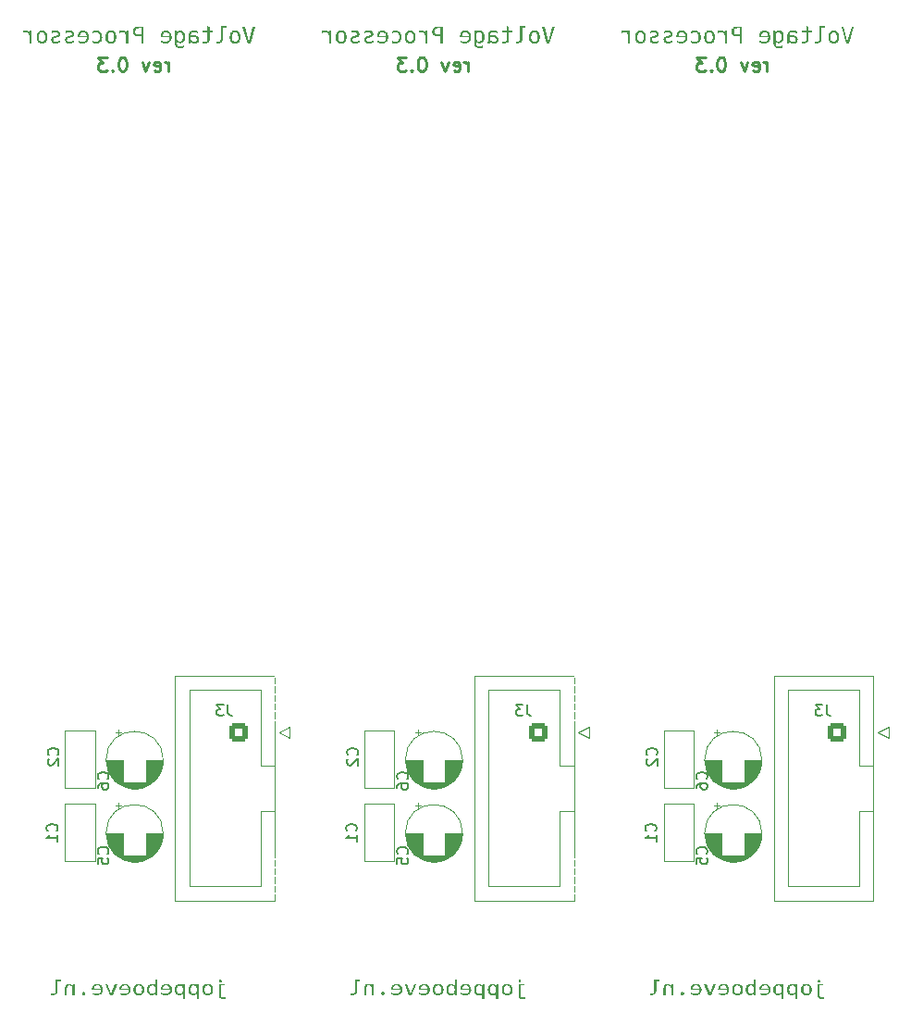
<source format=gbo>
G04 #@! TF.GenerationSoftware,KiCad,Pcbnew,8.0.4-8.0.4-0~ubuntu22.04.1*
G04 #@! TF.CreationDate,2024-10-09T19:38:23+02:00*
G04 #@! TF.ProjectId,VoltageProcessor_panel,566f6c74-6167-4655-9072-6f636573736f,0.2*
G04 #@! TF.SameCoordinates,Original*
G04 #@! TF.FileFunction,Legend,Bot*
G04 #@! TF.FilePolarity,Positive*
%FSLAX46Y46*%
G04 Gerber Fmt 4.6, Leading zero omitted, Abs format (unit mm)*
G04 Created by KiCad (PCBNEW 8.0.4-8.0.4-0~ubuntu22.04.1) date 2024-10-09 19:38:23*
%MOMM*%
%LPD*%
G01*
G04 APERTURE LIST*
G04 Aperture macros list*
%AMRoundRect*
0 Rectangle with rounded corners*
0 $1 Rounding radius*
0 $2 $3 $4 $5 $6 $7 $8 $9 X,Y pos of 4 corners*
0 Add a 4 corners polygon primitive as box body*
4,1,4,$2,$3,$4,$5,$6,$7,$8,$9,$2,$3,0*
0 Add four circle primitives for the rounded corners*
1,1,$1+$1,$2,$3*
1,1,$1+$1,$4,$5*
1,1,$1+$1,$6,$7*
1,1,$1+$1,$8,$9*
0 Add four rect primitives between the rounded corners*
20,1,$1+$1,$2,$3,$4,$5,0*
20,1,$1+$1,$4,$5,$6,$7,0*
20,1,$1+$1,$6,$7,$8,$9,0*
20,1,$1+$1,$8,$9,$2,$3,0*%
G04 Aperture macros list end*
%ADD10C,0.100000*%
%ADD11C,0.275000*%
%ADD12C,0.200000*%
%ADD13C,0.150000*%
%ADD14C,0.120000*%
%ADD15C,1.400000*%
%ADD16O,1.400000X1.400000*%
%ADD17C,0.500000*%
%ADD18C,2.000000*%
%ADD19C,1.600000*%
%ADD20C,3.500000*%
%ADD21O,1.500000X2.000000*%
%ADD22R,1.600000X1.600000*%
%ADD23O,1.600000X1.600000*%
%ADD24RoundRect,0.250000X0.600000X0.600000X-0.600000X0.600000X-0.600000X-0.600000X0.600000X-0.600000X0*%
%ADD25C,1.700000*%
G04 APERTURE END LIST*
D10*
G36*
X128431385Y-112600381D02*
G01*
X128462159Y-112574345D01*
X128462159Y-112423207D01*
X128431385Y-112397171D01*
X128283740Y-112397171D01*
X128252965Y-112423207D01*
X128252965Y-112574345D01*
X128283740Y-112600381D01*
X128431385Y-112600381D01*
G37*
G36*
X128856001Y-114026662D02*
G01*
X128616032Y-114026662D01*
X128535249Y-114012810D01*
X128477547Y-113971255D01*
X128445991Y-113912169D01*
X128433008Y-113844643D01*
X128431385Y-113805036D01*
X128431385Y-112921707D01*
X128756350Y-112921707D01*
X128756350Y-112783270D01*
X128242707Y-112783270D01*
X128242707Y-113802178D01*
X128247125Y-113874257D01*
X128260378Y-113938799D01*
X128286345Y-114003334D01*
X128323851Y-114058026D01*
X128335031Y-114070161D01*
X128392962Y-114116054D01*
X128462891Y-114146927D01*
X128535122Y-114161761D01*
X128595516Y-114165099D01*
X128856001Y-114165099D01*
X128856001Y-114026662D01*
G37*
G36*
X127218817Y-112763080D02*
G01*
X127302812Y-112769361D01*
X127379053Y-112785063D01*
X127447540Y-112810187D01*
X127517642Y-112851405D01*
X127569330Y-112896941D01*
X127605953Y-112941674D01*
X127641708Y-113002905D01*
X127668524Y-113072374D01*
X127684043Y-113136557D01*
X127693354Y-113206462D01*
X127696458Y-113282087D01*
X127694477Y-113342817D01*
X127686431Y-113413609D01*
X127672195Y-113478710D01*
X127646942Y-113549322D01*
X127612775Y-113611739D01*
X127569696Y-113665964D01*
X127508820Y-113717926D01*
X127437111Y-113757126D01*
X127367022Y-113780567D01*
X127288974Y-113794632D01*
X127202965Y-113799321D01*
X127117730Y-113794666D01*
X127040351Y-113780701D01*
X126970829Y-113757427D01*
X126899650Y-113718507D01*
X126839166Y-113666916D01*
X126802753Y-113622550D01*
X126767204Y-113561676D01*
X126740542Y-113492475D01*
X126725113Y-113428446D01*
X126715856Y-113358634D01*
X126712770Y-113283040D01*
X126712862Y-113280182D01*
X126912805Y-113280182D01*
X126913100Y-113302829D01*
X126917522Y-113366765D01*
X126929388Y-113433767D01*
X126951793Y-113500331D01*
X126988276Y-113562454D01*
X127002997Y-113580044D01*
X127060298Y-113626183D01*
X127130265Y-113653098D01*
X127204064Y-113660884D01*
X127221397Y-113660499D01*
X127300458Y-113647042D01*
X127366855Y-113614360D01*
X127420586Y-113562454D01*
X127434139Y-113543248D01*
X127463763Y-113484691D01*
X127483907Y-113415457D01*
X127493757Y-113346120D01*
X127496423Y-113280182D01*
X127496128Y-113257654D01*
X127491706Y-113194056D01*
X127479840Y-113127421D01*
X127457435Y-113061239D01*
X127420952Y-112999498D01*
X127406222Y-112981965D01*
X127348748Y-112935975D01*
X127278395Y-112909147D01*
X127204064Y-112901386D01*
X127186778Y-112901769D01*
X127107945Y-112915183D01*
X127041778Y-112947760D01*
X126988276Y-112999498D01*
X126974788Y-113018583D01*
X126945307Y-113076787D01*
X126925260Y-113145629D01*
X126915458Y-113214591D01*
X126912805Y-113280182D01*
X126712862Y-113280182D01*
X126714751Y-113221645D01*
X126722797Y-113150162D01*
X126737033Y-113084524D01*
X126762286Y-113013474D01*
X126796453Y-112950840D01*
X126839532Y-112896623D01*
X126900302Y-112844537D01*
X126971696Y-112805245D01*
X127041347Y-112781747D01*
X127118803Y-112767649D01*
X127204064Y-112762949D01*
X127218817Y-112763080D01*
G37*
G36*
X125943370Y-112766771D02*
G01*
X126022345Y-112784962D01*
X126090591Y-112818134D01*
X126148108Y-112866287D01*
X126188869Y-112919484D01*
X126207554Y-112783270D01*
X126378646Y-112783270D01*
X126378646Y-114165099D01*
X126188869Y-114165099D01*
X126188869Y-113648501D01*
X126156801Y-113691950D01*
X126101869Y-113740406D01*
X126035226Y-113774429D01*
X125956872Y-113794018D01*
X125880390Y-113799321D01*
X125830696Y-113797148D01*
X125750096Y-113782887D01*
X125677595Y-113755317D01*
X125613193Y-113714438D01*
X125556891Y-113660249D01*
X125522483Y-113614193D01*
X125488892Y-113552337D01*
X125463699Y-113483293D01*
X125449119Y-113420264D01*
X125440372Y-113352243D01*
X125437532Y-113281135D01*
X125635293Y-113281135D01*
X125637663Y-113349000D01*
X125648195Y-113429103D01*
X125667155Y-113497340D01*
X125702704Y-113565946D01*
X125751419Y-113616011D01*
X125827256Y-113651612D01*
X125904937Y-113660884D01*
X125921860Y-113660498D01*
X125998961Y-113646997D01*
X126063540Y-113614210D01*
X126115596Y-113562136D01*
X126128691Y-113542825D01*
X126157313Y-113484124D01*
X126176776Y-113414945D01*
X126186293Y-113345819D01*
X126188869Y-113280182D01*
X126188798Y-113268893D01*
X126184335Y-113194433D01*
X126172930Y-113127965D01*
X126151395Y-113061788D01*
X126116329Y-112999816D01*
X126106959Y-112987897D01*
X126052427Y-112939835D01*
X125985086Y-112910998D01*
X125904937Y-112901386D01*
X125827256Y-112910657D01*
X125751419Y-112946259D01*
X125702704Y-112996323D01*
X125667155Y-113064930D01*
X125648195Y-113133166D01*
X125637663Y-113213270D01*
X125635293Y-113281135D01*
X125437532Y-113281135D01*
X125437456Y-113279230D01*
X125439305Y-113220956D01*
X125446816Y-113152550D01*
X125460106Y-113089075D01*
X125483681Y-113019413D01*
X125515576Y-112956850D01*
X125555792Y-112901386D01*
X125594918Y-112861504D01*
X125656908Y-112817026D01*
X125727313Y-112785797D01*
X125806133Y-112767816D01*
X125880390Y-112762949D01*
X125943370Y-112766771D01*
G37*
G36*
X124680146Y-112766771D02*
G01*
X124759121Y-112784962D01*
X124827367Y-112818134D01*
X124884884Y-112866287D01*
X124925645Y-112919484D01*
X124944330Y-112783270D01*
X125115422Y-112783270D01*
X125115422Y-114165099D01*
X124925645Y-114165099D01*
X124925645Y-113648501D01*
X124893577Y-113691950D01*
X124838645Y-113740406D01*
X124772002Y-113774429D01*
X124693648Y-113794018D01*
X124617166Y-113799321D01*
X124567472Y-113797148D01*
X124486872Y-113782887D01*
X124414371Y-113755317D01*
X124349969Y-113714438D01*
X124293667Y-113660249D01*
X124259259Y-113614193D01*
X124225668Y-113552337D01*
X124200475Y-113483293D01*
X124185895Y-113420264D01*
X124177148Y-113352243D01*
X124174308Y-113281135D01*
X124372069Y-113281135D01*
X124374439Y-113349000D01*
X124384971Y-113429103D01*
X124403931Y-113497340D01*
X124439480Y-113565946D01*
X124488195Y-113616011D01*
X124564032Y-113651612D01*
X124641713Y-113660884D01*
X124658636Y-113660498D01*
X124735737Y-113646997D01*
X124800316Y-113614210D01*
X124852372Y-113562136D01*
X124865467Y-113542825D01*
X124894089Y-113484124D01*
X124913552Y-113414945D01*
X124923069Y-113345819D01*
X124925645Y-113280182D01*
X124925574Y-113268893D01*
X124921111Y-113194433D01*
X124909706Y-113127965D01*
X124888171Y-113061788D01*
X124853105Y-112999816D01*
X124843735Y-112987897D01*
X124789203Y-112939835D01*
X124721862Y-112910998D01*
X124641713Y-112901386D01*
X124564032Y-112910657D01*
X124488195Y-112946259D01*
X124439480Y-112996323D01*
X124403931Y-113064930D01*
X124384971Y-113133166D01*
X124374439Y-113213270D01*
X124372069Y-113281135D01*
X124174308Y-113281135D01*
X124174232Y-113279230D01*
X124176081Y-113220956D01*
X124183592Y-113152550D01*
X124196882Y-113089075D01*
X124220457Y-113019413D01*
X124252352Y-112956850D01*
X124292568Y-112901386D01*
X124331694Y-112861504D01*
X124393684Y-112817026D01*
X124464089Y-112785797D01*
X124542909Y-112767816D01*
X124617166Y-112762949D01*
X124680146Y-112766771D01*
G37*
G36*
X123462360Y-112766307D02*
G01*
X123539920Y-112778368D01*
X123610474Y-112799200D01*
X123681472Y-112833120D01*
X123723800Y-112861045D01*
X123779612Y-112909422D01*
X123826209Y-112965584D01*
X123859891Y-113022042D01*
X123886178Y-113083323D01*
X123904954Y-113148096D01*
X123916220Y-113216362D01*
X123919975Y-113288120D01*
X123917611Y-113345854D01*
X123908006Y-113413625D01*
X123891014Y-113476512D01*
X123860870Y-113545531D01*
X123820088Y-113607517D01*
X123768667Y-113662471D01*
X123729053Y-113694545D01*
X123662936Y-113734638D01*
X123588782Y-113765108D01*
X123506590Y-113785956D01*
X123431958Y-113795979D01*
X123351744Y-113799321D01*
X123299812Y-113798031D01*
X123222944Y-113791259D01*
X123147313Y-113778682D01*
X123097464Y-113767351D01*
X123023293Y-113747154D01*
X122949842Y-113723117D01*
X122949842Y-113565311D01*
X122996966Y-113584422D01*
X123069197Y-113610334D01*
X123143283Y-113632942D01*
X123193704Y-113645167D01*
X123270881Y-113656954D01*
X123349912Y-113660884D01*
X123415987Y-113657758D01*
X123494228Y-113643867D01*
X123568784Y-113614956D01*
X123629082Y-113571979D01*
X123665769Y-113530166D01*
X123699699Y-113467834D01*
X123717353Y-113404331D01*
X123723237Y-113333207D01*
X123723237Y-113328127D01*
X122905879Y-113328127D01*
X122905879Y-113247478D01*
X122906993Y-113205720D01*
X122908653Y-113189690D01*
X123094556Y-113189690D01*
X123715910Y-113189690D01*
X123712888Y-113169915D01*
X123695096Y-113104296D01*
X123666085Y-113044268D01*
X123661020Y-113036196D01*
X123615462Y-112982299D01*
X123556542Y-112940123D01*
X123528966Y-112926959D01*
X123455305Y-112906833D01*
X123381786Y-112901386D01*
X123356501Y-112901986D01*
X123283102Y-112912229D01*
X123215090Y-112939806D01*
X123160685Y-112984734D01*
X123123499Y-113043316D01*
X123116716Y-113059911D01*
X123100096Y-113121823D01*
X123094556Y-113189690D01*
X122908653Y-113189690D01*
X122913801Y-113139979D01*
X122930142Y-113067455D01*
X122955395Y-113001875D01*
X122989562Y-112943237D01*
X123032641Y-112891543D01*
X123083671Y-112847841D01*
X123152388Y-112808284D01*
X123230993Y-112781033D01*
X123306238Y-112767470D01*
X123388747Y-112762949D01*
X123462360Y-112766307D01*
G37*
G36*
X122586043Y-113779000D02*
G01*
X122415683Y-113779000D01*
X122397365Y-113648501D01*
X122363670Y-113691950D01*
X122306759Y-113740406D01*
X122238488Y-113774429D01*
X122158856Y-113794018D01*
X122081559Y-113799321D01*
X122015417Y-113795704D01*
X121942999Y-113781460D01*
X121874563Y-113753598D01*
X121839311Y-113732043D01*
X121782400Y-113684514D01*
X121739741Y-113631990D01*
X121713357Y-113588023D01*
X121685210Y-113525415D01*
X121666468Y-113464024D01*
X121654490Y-113406412D01*
X121646438Y-113342896D01*
X121643834Y-113281135D01*
X121842690Y-113281135D01*
X121845254Y-113342415D01*
X121852948Y-113406871D01*
X121867694Y-113470930D01*
X121891416Y-113531020D01*
X121921219Y-113577451D01*
X121974581Y-113625004D01*
X122042610Y-113653000D01*
X122119295Y-113660884D01*
X122195534Y-113653000D01*
X122263642Y-113625004D01*
X122309264Y-113586396D01*
X122347540Y-113531337D01*
X122372086Y-113471406D01*
X122387107Y-113407189D01*
X122394470Y-113346231D01*
X122397365Y-113280182D01*
X122394801Y-113218822D01*
X122387107Y-113154129D01*
X122373304Y-113093939D01*
X122347540Y-113030615D01*
X122317056Y-112984678D01*
X122263642Y-112937583D01*
X122195534Y-112909339D01*
X122119295Y-112901386D01*
X122042610Y-112909339D01*
X121974581Y-112937583D01*
X121928937Y-112976034D01*
X121891416Y-113031250D01*
X121867694Y-113090943D01*
X121852948Y-113155081D01*
X121845585Y-113215829D01*
X121842690Y-113281135D01*
X121643834Y-113281135D01*
X121643754Y-113279230D01*
X121645493Y-113227767D01*
X121653221Y-113159072D01*
X121665736Y-113096023D01*
X121678536Y-113051174D01*
X121704519Y-112987770D01*
X121738642Y-112929010D01*
X121758787Y-112901840D01*
X121810563Y-112850171D01*
X121873464Y-112808354D01*
X121935776Y-112782503D01*
X122007352Y-112767383D01*
X122080460Y-112762949D01*
X122118619Y-112764300D01*
X122196349Y-112776494D01*
X122267306Y-112801369D01*
X122301830Y-112820044D01*
X122356922Y-112865368D01*
X122397365Y-112919484D01*
X122397365Y-112397171D01*
X122586043Y-112397171D01*
X122586043Y-113779000D01*
G37*
G36*
X120902697Y-112763080D02*
G01*
X120986692Y-112769361D01*
X121062933Y-112785063D01*
X121131420Y-112810187D01*
X121201522Y-112851405D01*
X121253210Y-112896941D01*
X121289833Y-112941674D01*
X121325588Y-113002905D01*
X121352404Y-113072374D01*
X121367923Y-113136557D01*
X121377234Y-113206462D01*
X121380338Y-113282087D01*
X121378357Y-113342817D01*
X121370311Y-113413609D01*
X121356075Y-113478710D01*
X121330822Y-113549322D01*
X121296655Y-113611739D01*
X121253576Y-113665964D01*
X121192700Y-113717926D01*
X121120991Y-113757126D01*
X121050902Y-113780567D01*
X120972854Y-113794632D01*
X120886845Y-113799321D01*
X120801610Y-113794666D01*
X120724231Y-113780701D01*
X120654709Y-113757427D01*
X120583530Y-113718507D01*
X120523046Y-113666916D01*
X120486633Y-113622550D01*
X120451084Y-113561676D01*
X120424422Y-113492475D01*
X120408993Y-113428446D01*
X120399736Y-113358634D01*
X120396650Y-113283040D01*
X120396742Y-113280182D01*
X120596685Y-113280182D01*
X120596980Y-113302829D01*
X120601402Y-113366765D01*
X120613268Y-113433767D01*
X120635673Y-113500331D01*
X120672156Y-113562454D01*
X120686877Y-113580044D01*
X120744178Y-113626183D01*
X120814145Y-113653098D01*
X120887944Y-113660884D01*
X120905277Y-113660499D01*
X120984338Y-113647042D01*
X121050735Y-113614360D01*
X121104466Y-113562454D01*
X121118019Y-113543248D01*
X121147643Y-113484691D01*
X121167787Y-113415457D01*
X121177637Y-113346120D01*
X121180303Y-113280182D01*
X121180008Y-113257654D01*
X121175586Y-113194056D01*
X121163720Y-113127421D01*
X121141315Y-113061239D01*
X121104832Y-112999498D01*
X121090102Y-112981965D01*
X121032628Y-112935975D01*
X120962275Y-112909147D01*
X120887944Y-112901386D01*
X120870658Y-112901769D01*
X120791825Y-112915183D01*
X120725658Y-112947760D01*
X120672156Y-112999498D01*
X120658668Y-113018583D01*
X120629187Y-113076787D01*
X120609140Y-113145629D01*
X120599338Y-113214591D01*
X120596685Y-113280182D01*
X120396742Y-113280182D01*
X120398631Y-113221645D01*
X120406677Y-113150162D01*
X120420913Y-113084524D01*
X120446166Y-113013474D01*
X120480333Y-112950840D01*
X120523412Y-112896623D01*
X120584182Y-112844537D01*
X120655576Y-112805245D01*
X120725227Y-112781747D01*
X120802683Y-112767649D01*
X120887944Y-112762949D01*
X120902697Y-112763080D01*
G37*
G36*
X119672688Y-112766307D02*
G01*
X119750248Y-112778368D01*
X119820802Y-112799200D01*
X119891800Y-112833120D01*
X119934128Y-112861045D01*
X119989940Y-112909422D01*
X120036537Y-112965584D01*
X120070219Y-113022042D01*
X120096506Y-113083323D01*
X120115282Y-113148096D01*
X120126548Y-113216362D01*
X120130303Y-113288120D01*
X120127939Y-113345854D01*
X120118334Y-113413625D01*
X120101342Y-113476512D01*
X120071198Y-113545531D01*
X120030416Y-113607517D01*
X119978995Y-113662471D01*
X119939381Y-113694545D01*
X119873264Y-113734638D01*
X119799110Y-113765108D01*
X119716918Y-113785956D01*
X119642286Y-113795979D01*
X119562072Y-113799321D01*
X119510140Y-113798031D01*
X119433272Y-113791259D01*
X119357641Y-113778682D01*
X119307792Y-113767351D01*
X119233621Y-113747154D01*
X119160170Y-113723117D01*
X119160170Y-113565311D01*
X119207294Y-113584422D01*
X119279525Y-113610334D01*
X119353611Y-113632942D01*
X119404032Y-113645167D01*
X119481209Y-113656954D01*
X119560240Y-113660884D01*
X119626315Y-113657758D01*
X119704556Y-113643867D01*
X119779112Y-113614956D01*
X119839410Y-113571979D01*
X119876097Y-113530166D01*
X119910027Y-113467834D01*
X119927681Y-113404331D01*
X119933565Y-113333207D01*
X119933565Y-113328127D01*
X119116207Y-113328127D01*
X119116207Y-113247478D01*
X119117321Y-113205720D01*
X119118981Y-113189690D01*
X119304884Y-113189690D01*
X119926238Y-113189690D01*
X119923216Y-113169915D01*
X119905424Y-113104296D01*
X119876413Y-113044268D01*
X119871348Y-113036196D01*
X119825790Y-112982299D01*
X119766870Y-112940123D01*
X119739294Y-112926959D01*
X119665633Y-112906833D01*
X119592114Y-112901386D01*
X119566829Y-112901986D01*
X119493430Y-112912229D01*
X119425418Y-112939806D01*
X119371013Y-112984734D01*
X119333827Y-113043316D01*
X119327044Y-113059911D01*
X119310424Y-113121823D01*
X119304884Y-113189690D01*
X119118981Y-113189690D01*
X119124129Y-113139979D01*
X119140470Y-113067455D01*
X119165723Y-113001875D01*
X119199890Y-112943237D01*
X119242969Y-112891543D01*
X119293999Y-112847841D01*
X119362716Y-112808284D01*
X119441321Y-112781033D01*
X119516566Y-112767470D01*
X119599075Y-112762949D01*
X119672688Y-112766307D01*
G37*
G36*
X118891625Y-112783270D02*
G01*
X118695987Y-112783270D01*
X118362595Y-113619289D01*
X118028471Y-112783270D01*
X117832466Y-112783270D01*
X118240596Y-113779000D01*
X118483496Y-113779000D01*
X118891625Y-112783270D01*
G37*
G36*
X117146240Y-112766307D02*
G01*
X117223800Y-112778368D01*
X117294354Y-112799200D01*
X117365352Y-112833120D01*
X117407680Y-112861045D01*
X117463492Y-112909422D01*
X117510089Y-112965584D01*
X117543771Y-113022042D01*
X117570058Y-113083323D01*
X117588834Y-113148096D01*
X117600100Y-113216362D01*
X117603855Y-113288120D01*
X117601491Y-113345854D01*
X117591886Y-113413625D01*
X117574894Y-113476512D01*
X117544750Y-113545531D01*
X117503968Y-113607517D01*
X117452547Y-113662471D01*
X117412933Y-113694545D01*
X117346816Y-113734638D01*
X117272662Y-113765108D01*
X117190470Y-113785956D01*
X117115838Y-113795979D01*
X117035624Y-113799321D01*
X116983692Y-113798031D01*
X116906824Y-113791259D01*
X116831193Y-113778682D01*
X116781344Y-113767351D01*
X116707173Y-113747154D01*
X116633722Y-113723117D01*
X116633722Y-113565311D01*
X116680846Y-113584422D01*
X116753077Y-113610334D01*
X116827163Y-113632942D01*
X116877584Y-113645167D01*
X116954761Y-113656954D01*
X117033792Y-113660884D01*
X117099867Y-113657758D01*
X117178108Y-113643867D01*
X117252664Y-113614956D01*
X117312962Y-113571979D01*
X117349649Y-113530166D01*
X117383579Y-113467834D01*
X117401233Y-113404331D01*
X117407117Y-113333207D01*
X117407117Y-113328127D01*
X116589759Y-113328127D01*
X116589759Y-113247478D01*
X116590873Y-113205720D01*
X116592533Y-113189690D01*
X116778436Y-113189690D01*
X117399790Y-113189690D01*
X117396768Y-113169915D01*
X117378976Y-113104296D01*
X117349965Y-113044268D01*
X117344900Y-113036196D01*
X117299342Y-112982299D01*
X117240422Y-112940123D01*
X117212846Y-112926959D01*
X117139185Y-112906833D01*
X117065666Y-112901386D01*
X117040381Y-112901986D01*
X116966982Y-112912229D01*
X116898970Y-112939806D01*
X116844565Y-112984734D01*
X116807379Y-113043316D01*
X116800596Y-113059911D01*
X116783976Y-113121823D01*
X116778436Y-113189690D01*
X116592533Y-113189690D01*
X116597681Y-113139979D01*
X116614022Y-113067455D01*
X116639275Y-113001875D01*
X116673441Y-112943237D01*
X116716521Y-112891543D01*
X116767551Y-112847841D01*
X116836268Y-112808284D01*
X116914873Y-112781033D01*
X116990118Y-112767470D01*
X117072627Y-112762949D01*
X117146240Y-112766307D01*
G37*
G36*
X115839078Y-113799321D02*
G01*
X115910962Y-113785959D01*
X115957414Y-113757091D01*
X115996221Y-113701289D01*
X116005408Y-113646913D01*
X115991863Y-113582224D01*
X115957414Y-113537053D01*
X115892366Y-113501527D01*
X115839078Y-113494505D01*
X115764038Y-113509505D01*
X115721475Y-113537053D01*
X115682372Y-113592598D01*
X115673115Y-113646913D01*
X115686764Y-113711691D01*
X115721475Y-113757091D01*
X115786088Y-113792351D01*
X115839078Y-113799321D01*
G37*
G36*
X115004501Y-112783270D02*
G01*
X114834508Y-112783270D01*
X114815823Y-112935678D01*
X114772482Y-112876977D01*
X114719944Y-112830421D01*
X114658210Y-112796011D01*
X114587280Y-112773745D01*
X114507154Y-112763624D01*
X114478401Y-112762949D01*
X114395969Y-112769220D01*
X114324528Y-112788033D01*
X114250683Y-112829186D01*
X114194011Y-112889936D01*
X114161038Y-112952645D01*
X114139057Y-113027896D01*
X114129783Y-113092565D01*
X114126692Y-113164289D01*
X114126692Y-113779000D01*
X114316468Y-113779000D01*
X114316468Y-113162066D01*
X114320729Y-113092144D01*
X114335455Y-113027648D01*
X114367011Y-112968590D01*
X114370324Y-112964572D01*
X114428738Y-112921378D01*
X114503197Y-112902929D01*
X114537020Y-112901386D01*
X114614972Y-112909417D01*
X114686670Y-112936802D01*
X114743649Y-112983623D01*
X114781710Y-113041656D01*
X114803911Y-113105233D01*
X114814061Y-113170770D01*
X114815823Y-113216044D01*
X114815823Y-113779000D01*
X115004501Y-113779000D01*
X115004501Y-112783270D01*
G37*
G36*
X113099406Y-113779000D02*
G01*
X113179274Y-113773185D01*
X113257739Y-113752743D01*
X113324148Y-113717584D01*
X113361723Y-113685967D01*
X113406529Y-113627456D01*
X113434047Y-113565366D01*
X113449978Y-113493791D01*
X113454413Y-113423382D01*
X113454413Y-112535608D01*
X113756664Y-112535608D01*
X113756664Y-112397171D01*
X113265736Y-112397171D01*
X113265736Y-113419889D01*
X113260151Y-113487850D01*
X113239151Y-113552591D01*
X113218475Y-113584045D01*
X113160498Y-113626433D01*
X113086679Y-113640507D01*
X113081088Y-113640563D01*
X112860537Y-113640563D01*
X112860537Y-113779000D01*
X113099406Y-113779000D01*
G37*
G36*
X183231385Y-112600381D02*
G01*
X183262159Y-112574345D01*
X183262159Y-112423207D01*
X183231385Y-112397171D01*
X183083740Y-112397171D01*
X183052965Y-112423207D01*
X183052965Y-112574345D01*
X183083740Y-112600381D01*
X183231385Y-112600381D01*
G37*
G36*
X183656001Y-114026662D02*
G01*
X183416032Y-114026662D01*
X183335249Y-114012810D01*
X183277547Y-113971255D01*
X183245991Y-113912169D01*
X183233008Y-113844643D01*
X183231385Y-113805036D01*
X183231385Y-112921707D01*
X183556350Y-112921707D01*
X183556350Y-112783270D01*
X183042707Y-112783270D01*
X183042707Y-113802178D01*
X183047125Y-113874257D01*
X183060378Y-113938799D01*
X183086345Y-114003334D01*
X183123851Y-114058026D01*
X183135031Y-114070161D01*
X183192962Y-114116054D01*
X183262891Y-114146927D01*
X183335122Y-114161761D01*
X183395516Y-114165099D01*
X183656001Y-114165099D01*
X183656001Y-114026662D01*
G37*
G36*
X182018817Y-112763080D02*
G01*
X182102812Y-112769361D01*
X182179053Y-112785063D01*
X182247540Y-112810187D01*
X182317642Y-112851405D01*
X182369330Y-112896941D01*
X182405953Y-112941674D01*
X182441708Y-113002905D01*
X182468524Y-113072374D01*
X182484043Y-113136557D01*
X182493354Y-113206462D01*
X182496458Y-113282087D01*
X182494477Y-113342817D01*
X182486431Y-113413609D01*
X182472195Y-113478710D01*
X182446942Y-113549322D01*
X182412775Y-113611739D01*
X182369696Y-113665964D01*
X182308820Y-113717926D01*
X182237111Y-113757126D01*
X182167022Y-113780567D01*
X182088974Y-113794632D01*
X182002965Y-113799321D01*
X181917730Y-113794666D01*
X181840351Y-113780701D01*
X181770829Y-113757427D01*
X181699650Y-113718507D01*
X181639166Y-113666916D01*
X181602753Y-113622550D01*
X181567204Y-113561676D01*
X181540542Y-113492475D01*
X181525113Y-113428446D01*
X181515856Y-113358634D01*
X181512770Y-113283040D01*
X181512862Y-113280182D01*
X181712805Y-113280182D01*
X181713100Y-113302829D01*
X181717522Y-113366765D01*
X181729388Y-113433767D01*
X181751793Y-113500331D01*
X181788276Y-113562454D01*
X181802997Y-113580044D01*
X181860298Y-113626183D01*
X181930265Y-113653098D01*
X182004064Y-113660884D01*
X182021397Y-113660499D01*
X182100458Y-113647042D01*
X182166855Y-113614360D01*
X182220586Y-113562454D01*
X182234139Y-113543248D01*
X182263763Y-113484691D01*
X182283907Y-113415457D01*
X182293757Y-113346120D01*
X182296423Y-113280182D01*
X182296128Y-113257654D01*
X182291706Y-113194056D01*
X182279840Y-113127421D01*
X182257435Y-113061239D01*
X182220952Y-112999498D01*
X182206222Y-112981965D01*
X182148748Y-112935975D01*
X182078395Y-112909147D01*
X182004064Y-112901386D01*
X181986778Y-112901769D01*
X181907945Y-112915183D01*
X181841778Y-112947760D01*
X181788276Y-112999498D01*
X181774788Y-113018583D01*
X181745307Y-113076787D01*
X181725260Y-113145629D01*
X181715458Y-113214591D01*
X181712805Y-113280182D01*
X181512862Y-113280182D01*
X181514751Y-113221645D01*
X181522797Y-113150162D01*
X181537033Y-113084524D01*
X181562286Y-113013474D01*
X181596453Y-112950840D01*
X181639532Y-112896623D01*
X181700302Y-112844537D01*
X181771696Y-112805245D01*
X181841347Y-112781747D01*
X181918803Y-112767649D01*
X182004064Y-112762949D01*
X182018817Y-112763080D01*
G37*
G36*
X180743370Y-112766771D02*
G01*
X180822345Y-112784962D01*
X180890591Y-112818134D01*
X180948108Y-112866287D01*
X180988869Y-112919484D01*
X181007554Y-112783270D01*
X181178646Y-112783270D01*
X181178646Y-114165099D01*
X180988869Y-114165099D01*
X180988869Y-113648501D01*
X180956801Y-113691950D01*
X180901869Y-113740406D01*
X180835226Y-113774429D01*
X180756872Y-113794018D01*
X180680390Y-113799321D01*
X180630696Y-113797148D01*
X180550096Y-113782887D01*
X180477595Y-113755317D01*
X180413193Y-113714438D01*
X180356891Y-113660249D01*
X180322483Y-113614193D01*
X180288892Y-113552337D01*
X180263699Y-113483293D01*
X180249119Y-113420264D01*
X180240372Y-113352243D01*
X180237532Y-113281135D01*
X180435293Y-113281135D01*
X180437663Y-113349000D01*
X180448195Y-113429103D01*
X180467155Y-113497340D01*
X180502704Y-113565946D01*
X180551419Y-113616011D01*
X180627256Y-113651612D01*
X180704937Y-113660884D01*
X180721860Y-113660498D01*
X180798961Y-113646997D01*
X180863540Y-113614210D01*
X180915596Y-113562136D01*
X180928691Y-113542825D01*
X180957313Y-113484124D01*
X180976776Y-113414945D01*
X180986293Y-113345819D01*
X180988869Y-113280182D01*
X180988798Y-113268893D01*
X180984335Y-113194433D01*
X180972930Y-113127965D01*
X180951395Y-113061788D01*
X180916329Y-112999816D01*
X180906959Y-112987897D01*
X180852427Y-112939835D01*
X180785086Y-112910998D01*
X180704937Y-112901386D01*
X180627256Y-112910657D01*
X180551419Y-112946259D01*
X180502704Y-112996323D01*
X180467155Y-113064930D01*
X180448195Y-113133166D01*
X180437663Y-113213270D01*
X180435293Y-113281135D01*
X180237532Y-113281135D01*
X180237456Y-113279230D01*
X180239305Y-113220956D01*
X180246816Y-113152550D01*
X180260106Y-113089075D01*
X180283681Y-113019413D01*
X180315576Y-112956850D01*
X180355792Y-112901386D01*
X180394918Y-112861504D01*
X180456908Y-112817026D01*
X180527313Y-112785797D01*
X180606133Y-112767816D01*
X180680390Y-112762949D01*
X180743370Y-112766771D01*
G37*
G36*
X179480146Y-112766771D02*
G01*
X179559121Y-112784962D01*
X179627367Y-112818134D01*
X179684884Y-112866287D01*
X179725645Y-112919484D01*
X179744330Y-112783270D01*
X179915422Y-112783270D01*
X179915422Y-114165099D01*
X179725645Y-114165099D01*
X179725645Y-113648501D01*
X179693577Y-113691950D01*
X179638645Y-113740406D01*
X179572002Y-113774429D01*
X179493648Y-113794018D01*
X179417166Y-113799321D01*
X179367472Y-113797148D01*
X179286872Y-113782887D01*
X179214371Y-113755317D01*
X179149969Y-113714438D01*
X179093667Y-113660249D01*
X179059259Y-113614193D01*
X179025668Y-113552337D01*
X179000475Y-113483293D01*
X178985895Y-113420264D01*
X178977148Y-113352243D01*
X178974308Y-113281135D01*
X179172069Y-113281135D01*
X179174439Y-113349000D01*
X179184971Y-113429103D01*
X179203931Y-113497340D01*
X179239480Y-113565946D01*
X179288195Y-113616011D01*
X179364032Y-113651612D01*
X179441713Y-113660884D01*
X179458636Y-113660498D01*
X179535737Y-113646997D01*
X179600316Y-113614210D01*
X179652372Y-113562136D01*
X179665467Y-113542825D01*
X179694089Y-113484124D01*
X179713552Y-113414945D01*
X179723069Y-113345819D01*
X179725645Y-113280182D01*
X179725574Y-113268893D01*
X179721111Y-113194433D01*
X179709706Y-113127965D01*
X179688171Y-113061788D01*
X179653105Y-112999816D01*
X179643735Y-112987897D01*
X179589203Y-112939835D01*
X179521862Y-112910998D01*
X179441713Y-112901386D01*
X179364032Y-112910657D01*
X179288195Y-112946259D01*
X179239480Y-112996323D01*
X179203931Y-113064930D01*
X179184971Y-113133166D01*
X179174439Y-113213270D01*
X179172069Y-113281135D01*
X178974308Y-113281135D01*
X178974232Y-113279230D01*
X178976081Y-113220956D01*
X178983592Y-113152550D01*
X178996882Y-113089075D01*
X179020457Y-113019413D01*
X179052352Y-112956850D01*
X179092568Y-112901386D01*
X179131694Y-112861504D01*
X179193684Y-112817026D01*
X179264089Y-112785797D01*
X179342909Y-112767816D01*
X179417166Y-112762949D01*
X179480146Y-112766771D01*
G37*
G36*
X178262360Y-112766307D02*
G01*
X178339920Y-112778368D01*
X178410474Y-112799200D01*
X178481472Y-112833120D01*
X178523800Y-112861045D01*
X178579612Y-112909422D01*
X178626209Y-112965584D01*
X178659891Y-113022042D01*
X178686178Y-113083323D01*
X178704954Y-113148096D01*
X178716220Y-113216362D01*
X178719975Y-113288120D01*
X178717611Y-113345854D01*
X178708006Y-113413625D01*
X178691014Y-113476512D01*
X178660870Y-113545531D01*
X178620088Y-113607517D01*
X178568667Y-113662471D01*
X178529053Y-113694545D01*
X178462936Y-113734638D01*
X178388782Y-113765108D01*
X178306590Y-113785956D01*
X178231958Y-113795979D01*
X178151744Y-113799321D01*
X178099812Y-113798031D01*
X178022944Y-113791259D01*
X177947313Y-113778682D01*
X177897464Y-113767351D01*
X177823293Y-113747154D01*
X177749842Y-113723117D01*
X177749842Y-113565311D01*
X177796966Y-113584422D01*
X177869197Y-113610334D01*
X177943283Y-113632942D01*
X177993704Y-113645167D01*
X178070881Y-113656954D01*
X178149912Y-113660884D01*
X178215987Y-113657758D01*
X178294228Y-113643867D01*
X178368784Y-113614956D01*
X178429082Y-113571979D01*
X178465769Y-113530166D01*
X178499699Y-113467834D01*
X178517353Y-113404331D01*
X178523237Y-113333207D01*
X178523237Y-113328127D01*
X177705879Y-113328127D01*
X177705879Y-113247478D01*
X177706993Y-113205720D01*
X177708653Y-113189690D01*
X177894556Y-113189690D01*
X178515910Y-113189690D01*
X178512888Y-113169915D01*
X178495096Y-113104296D01*
X178466085Y-113044268D01*
X178461020Y-113036196D01*
X178415462Y-112982299D01*
X178356542Y-112940123D01*
X178328966Y-112926959D01*
X178255305Y-112906833D01*
X178181786Y-112901386D01*
X178156501Y-112901986D01*
X178083102Y-112912229D01*
X178015090Y-112939806D01*
X177960685Y-112984734D01*
X177923499Y-113043316D01*
X177916716Y-113059911D01*
X177900096Y-113121823D01*
X177894556Y-113189690D01*
X177708653Y-113189690D01*
X177713801Y-113139979D01*
X177730142Y-113067455D01*
X177755395Y-113001875D01*
X177789562Y-112943237D01*
X177832641Y-112891543D01*
X177883671Y-112847841D01*
X177952388Y-112808284D01*
X178030993Y-112781033D01*
X178106238Y-112767470D01*
X178188747Y-112762949D01*
X178262360Y-112766307D01*
G37*
G36*
X177386043Y-113779000D02*
G01*
X177215683Y-113779000D01*
X177197365Y-113648501D01*
X177163670Y-113691950D01*
X177106759Y-113740406D01*
X177038488Y-113774429D01*
X176958856Y-113794018D01*
X176881559Y-113799321D01*
X176815417Y-113795704D01*
X176742999Y-113781460D01*
X176674563Y-113753598D01*
X176639311Y-113732043D01*
X176582400Y-113684514D01*
X176539741Y-113631990D01*
X176513357Y-113588023D01*
X176485210Y-113525415D01*
X176466468Y-113464024D01*
X176454490Y-113406412D01*
X176446438Y-113342896D01*
X176443834Y-113281135D01*
X176642690Y-113281135D01*
X176645254Y-113342415D01*
X176652948Y-113406871D01*
X176667694Y-113470930D01*
X176691416Y-113531020D01*
X176721219Y-113577451D01*
X176774581Y-113625004D01*
X176842610Y-113653000D01*
X176919295Y-113660884D01*
X176995534Y-113653000D01*
X177063642Y-113625004D01*
X177109264Y-113586396D01*
X177147540Y-113531337D01*
X177172086Y-113471406D01*
X177187107Y-113407189D01*
X177194470Y-113346231D01*
X177197365Y-113280182D01*
X177194801Y-113218822D01*
X177187107Y-113154129D01*
X177173304Y-113093939D01*
X177147540Y-113030615D01*
X177117056Y-112984678D01*
X177063642Y-112937583D01*
X176995534Y-112909339D01*
X176919295Y-112901386D01*
X176842610Y-112909339D01*
X176774581Y-112937583D01*
X176728937Y-112976034D01*
X176691416Y-113031250D01*
X176667694Y-113090943D01*
X176652948Y-113155081D01*
X176645585Y-113215829D01*
X176642690Y-113281135D01*
X176443834Y-113281135D01*
X176443754Y-113279230D01*
X176445493Y-113227767D01*
X176453221Y-113159072D01*
X176465736Y-113096023D01*
X176478536Y-113051174D01*
X176504519Y-112987770D01*
X176538642Y-112929010D01*
X176558787Y-112901840D01*
X176610563Y-112850171D01*
X176673464Y-112808354D01*
X176735776Y-112782503D01*
X176807352Y-112767383D01*
X176880460Y-112762949D01*
X176918619Y-112764300D01*
X176996349Y-112776494D01*
X177067306Y-112801369D01*
X177101830Y-112820044D01*
X177156922Y-112865368D01*
X177197365Y-112919484D01*
X177197365Y-112397171D01*
X177386043Y-112397171D01*
X177386043Y-113779000D01*
G37*
G36*
X175702697Y-112763080D02*
G01*
X175786692Y-112769361D01*
X175862933Y-112785063D01*
X175931420Y-112810187D01*
X176001522Y-112851405D01*
X176053210Y-112896941D01*
X176089833Y-112941674D01*
X176125588Y-113002905D01*
X176152404Y-113072374D01*
X176167923Y-113136557D01*
X176177234Y-113206462D01*
X176180338Y-113282087D01*
X176178357Y-113342817D01*
X176170311Y-113413609D01*
X176156075Y-113478710D01*
X176130822Y-113549322D01*
X176096655Y-113611739D01*
X176053576Y-113665964D01*
X175992700Y-113717926D01*
X175920991Y-113757126D01*
X175850902Y-113780567D01*
X175772854Y-113794632D01*
X175686845Y-113799321D01*
X175601610Y-113794666D01*
X175524231Y-113780701D01*
X175454709Y-113757427D01*
X175383530Y-113718507D01*
X175323046Y-113666916D01*
X175286633Y-113622550D01*
X175251084Y-113561676D01*
X175224422Y-113492475D01*
X175208993Y-113428446D01*
X175199736Y-113358634D01*
X175196650Y-113283040D01*
X175196742Y-113280182D01*
X175396685Y-113280182D01*
X175396980Y-113302829D01*
X175401402Y-113366765D01*
X175413268Y-113433767D01*
X175435673Y-113500331D01*
X175472156Y-113562454D01*
X175486877Y-113580044D01*
X175544178Y-113626183D01*
X175614145Y-113653098D01*
X175687944Y-113660884D01*
X175705277Y-113660499D01*
X175784338Y-113647042D01*
X175850735Y-113614360D01*
X175904466Y-113562454D01*
X175918019Y-113543248D01*
X175947643Y-113484691D01*
X175967787Y-113415457D01*
X175977637Y-113346120D01*
X175980303Y-113280182D01*
X175980008Y-113257654D01*
X175975586Y-113194056D01*
X175963720Y-113127421D01*
X175941315Y-113061239D01*
X175904832Y-112999498D01*
X175890102Y-112981965D01*
X175832628Y-112935975D01*
X175762275Y-112909147D01*
X175687944Y-112901386D01*
X175670658Y-112901769D01*
X175591825Y-112915183D01*
X175525658Y-112947760D01*
X175472156Y-112999498D01*
X175458668Y-113018583D01*
X175429187Y-113076787D01*
X175409140Y-113145629D01*
X175399338Y-113214591D01*
X175396685Y-113280182D01*
X175196742Y-113280182D01*
X175198631Y-113221645D01*
X175206677Y-113150162D01*
X175220913Y-113084524D01*
X175246166Y-113013474D01*
X175280333Y-112950840D01*
X175323412Y-112896623D01*
X175384182Y-112844537D01*
X175455576Y-112805245D01*
X175525227Y-112781747D01*
X175602683Y-112767649D01*
X175687944Y-112762949D01*
X175702697Y-112763080D01*
G37*
G36*
X174472688Y-112766307D02*
G01*
X174550248Y-112778368D01*
X174620802Y-112799200D01*
X174691800Y-112833120D01*
X174734128Y-112861045D01*
X174789940Y-112909422D01*
X174836537Y-112965584D01*
X174870219Y-113022042D01*
X174896506Y-113083323D01*
X174915282Y-113148096D01*
X174926548Y-113216362D01*
X174930303Y-113288120D01*
X174927939Y-113345854D01*
X174918334Y-113413625D01*
X174901342Y-113476512D01*
X174871198Y-113545531D01*
X174830416Y-113607517D01*
X174778995Y-113662471D01*
X174739381Y-113694545D01*
X174673264Y-113734638D01*
X174599110Y-113765108D01*
X174516918Y-113785956D01*
X174442286Y-113795979D01*
X174362072Y-113799321D01*
X174310140Y-113798031D01*
X174233272Y-113791259D01*
X174157641Y-113778682D01*
X174107792Y-113767351D01*
X174033621Y-113747154D01*
X173960170Y-113723117D01*
X173960170Y-113565311D01*
X174007294Y-113584422D01*
X174079525Y-113610334D01*
X174153611Y-113632942D01*
X174204032Y-113645167D01*
X174281209Y-113656954D01*
X174360240Y-113660884D01*
X174426315Y-113657758D01*
X174504556Y-113643867D01*
X174579112Y-113614956D01*
X174639410Y-113571979D01*
X174676097Y-113530166D01*
X174710027Y-113467834D01*
X174727681Y-113404331D01*
X174733565Y-113333207D01*
X174733565Y-113328127D01*
X173916207Y-113328127D01*
X173916207Y-113247478D01*
X173917321Y-113205720D01*
X173918981Y-113189690D01*
X174104884Y-113189690D01*
X174726238Y-113189690D01*
X174723216Y-113169915D01*
X174705424Y-113104296D01*
X174676413Y-113044268D01*
X174671348Y-113036196D01*
X174625790Y-112982299D01*
X174566870Y-112940123D01*
X174539294Y-112926959D01*
X174465633Y-112906833D01*
X174392114Y-112901386D01*
X174366829Y-112901986D01*
X174293430Y-112912229D01*
X174225418Y-112939806D01*
X174171013Y-112984734D01*
X174133827Y-113043316D01*
X174127044Y-113059911D01*
X174110424Y-113121823D01*
X174104884Y-113189690D01*
X173918981Y-113189690D01*
X173924129Y-113139979D01*
X173940470Y-113067455D01*
X173965723Y-113001875D01*
X173999890Y-112943237D01*
X174042969Y-112891543D01*
X174093999Y-112847841D01*
X174162716Y-112808284D01*
X174241321Y-112781033D01*
X174316566Y-112767470D01*
X174399075Y-112762949D01*
X174472688Y-112766307D01*
G37*
G36*
X173691625Y-112783270D02*
G01*
X173495987Y-112783270D01*
X173162595Y-113619289D01*
X172828471Y-112783270D01*
X172632466Y-112783270D01*
X173040596Y-113779000D01*
X173283496Y-113779000D01*
X173691625Y-112783270D01*
G37*
G36*
X171946240Y-112766307D02*
G01*
X172023800Y-112778368D01*
X172094354Y-112799200D01*
X172165352Y-112833120D01*
X172207680Y-112861045D01*
X172263492Y-112909422D01*
X172310089Y-112965584D01*
X172343771Y-113022042D01*
X172370058Y-113083323D01*
X172388834Y-113148096D01*
X172400100Y-113216362D01*
X172403855Y-113288120D01*
X172401491Y-113345854D01*
X172391886Y-113413625D01*
X172374894Y-113476512D01*
X172344750Y-113545531D01*
X172303968Y-113607517D01*
X172252547Y-113662471D01*
X172212933Y-113694545D01*
X172146816Y-113734638D01*
X172072662Y-113765108D01*
X171990470Y-113785956D01*
X171915838Y-113795979D01*
X171835624Y-113799321D01*
X171783692Y-113798031D01*
X171706824Y-113791259D01*
X171631193Y-113778682D01*
X171581344Y-113767351D01*
X171507173Y-113747154D01*
X171433722Y-113723117D01*
X171433722Y-113565311D01*
X171480846Y-113584422D01*
X171553077Y-113610334D01*
X171627163Y-113632942D01*
X171677584Y-113645167D01*
X171754761Y-113656954D01*
X171833792Y-113660884D01*
X171899867Y-113657758D01*
X171978108Y-113643867D01*
X172052664Y-113614956D01*
X172112962Y-113571979D01*
X172149649Y-113530166D01*
X172183579Y-113467834D01*
X172201233Y-113404331D01*
X172207117Y-113333207D01*
X172207117Y-113328127D01*
X171389759Y-113328127D01*
X171389759Y-113247478D01*
X171390873Y-113205720D01*
X171392533Y-113189690D01*
X171578436Y-113189690D01*
X172199790Y-113189690D01*
X172196768Y-113169915D01*
X172178976Y-113104296D01*
X172149965Y-113044268D01*
X172144900Y-113036196D01*
X172099342Y-112982299D01*
X172040422Y-112940123D01*
X172012846Y-112926959D01*
X171939185Y-112906833D01*
X171865666Y-112901386D01*
X171840381Y-112901986D01*
X171766982Y-112912229D01*
X171698970Y-112939806D01*
X171644565Y-112984734D01*
X171607379Y-113043316D01*
X171600596Y-113059911D01*
X171583976Y-113121823D01*
X171578436Y-113189690D01*
X171392533Y-113189690D01*
X171397681Y-113139979D01*
X171414022Y-113067455D01*
X171439275Y-113001875D01*
X171473441Y-112943237D01*
X171516521Y-112891543D01*
X171567551Y-112847841D01*
X171636268Y-112808284D01*
X171714873Y-112781033D01*
X171790118Y-112767470D01*
X171872627Y-112762949D01*
X171946240Y-112766307D01*
G37*
G36*
X170639078Y-113799321D02*
G01*
X170710962Y-113785959D01*
X170757414Y-113757091D01*
X170796221Y-113701289D01*
X170805408Y-113646913D01*
X170791863Y-113582224D01*
X170757414Y-113537053D01*
X170692366Y-113501527D01*
X170639078Y-113494505D01*
X170564038Y-113509505D01*
X170521475Y-113537053D01*
X170482372Y-113592598D01*
X170473115Y-113646913D01*
X170486764Y-113711691D01*
X170521475Y-113757091D01*
X170586088Y-113792351D01*
X170639078Y-113799321D01*
G37*
G36*
X169804501Y-112783270D02*
G01*
X169634508Y-112783270D01*
X169615823Y-112935678D01*
X169572482Y-112876977D01*
X169519944Y-112830421D01*
X169458210Y-112796011D01*
X169387280Y-112773745D01*
X169307154Y-112763624D01*
X169278401Y-112762949D01*
X169195969Y-112769220D01*
X169124528Y-112788033D01*
X169050683Y-112829186D01*
X168994011Y-112889936D01*
X168961038Y-112952645D01*
X168939057Y-113027896D01*
X168929783Y-113092565D01*
X168926692Y-113164289D01*
X168926692Y-113779000D01*
X169116468Y-113779000D01*
X169116468Y-113162066D01*
X169120729Y-113092144D01*
X169135455Y-113027648D01*
X169167011Y-112968590D01*
X169170324Y-112964572D01*
X169228738Y-112921378D01*
X169303197Y-112902929D01*
X169337020Y-112901386D01*
X169414972Y-112909417D01*
X169486670Y-112936802D01*
X169543649Y-112983623D01*
X169581710Y-113041656D01*
X169603911Y-113105233D01*
X169614061Y-113170770D01*
X169615823Y-113216044D01*
X169615823Y-113779000D01*
X169804501Y-113779000D01*
X169804501Y-112783270D01*
G37*
G36*
X167899406Y-113779000D02*
G01*
X167979274Y-113773185D01*
X168057739Y-113752743D01*
X168124148Y-113717584D01*
X168161723Y-113685967D01*
X168206529Y-113627456D01*
X168234047Y-113565366D01*
X168249978Y-113493791D01*
X168254413Y-113423382D01*
X168254413Y-112535608D01*
X168556664Y-112535608D01*
X168556664Y-112397171D01*
X168065736Y-112397171D01*
X168065736Y-113419889D01*
X168060151Y-113487850D01*
X168039151Y-113552591D01*
X168018475Y-113584045D01*
X167960498Y-113626433D01*
X167886679Y-113640507D01*
X167881088Y-113640563D01*
X167660537Y-113640563D01*
X167660537Y-113779000D01*
X167899406Y-113779000D01*
G37*
D11*
X123609555Y-29326604D02*
X123609555Y-28459938D01*
X123609555Y-28707557D02*
X123547650Y-28583747D01*
X123547650Y-28583747D02*
X123485745Y-28521842D01*
X123485745Y-28521842D02*
X123361936Y-28459938D01*
X123361936Y-28459938D02*
X123238126Y-28459938D01*
X122309555Y-29264700D02*
X122433364Y-29326604D01*
X122433364Y-29326604D02*
X122680983Y-29326604D01*
X122680983Y-29326604D02*
X122804793Y-29264700D01*
X122804793Y-29264700D02*
X122866697Y-29140890D01*
X122866697Y-29140890D02*
X122866697Y-28645652D01*
X122866697Y-28645652D02*
X122804793Y-28521842D01*
X122804793Y-28521842D02*
X122680983Y-28459938D01*
X122680983Y-28459938D02*
X122433364Y-28459938D01*
X122433364Y-28459938D02*
X122309555Y-28521842D01*
X122309555Y-28521842D02*
X122247650Y-28645652D01*
X122247650Y-28645652D02*
X122247650Y-28769461D01*
X122247650Y-28769461D02*
X122866697Y-28893271D01*
X121814316Y-28459938D02*
X121504792Y-29326604D01*
X121504792Y-29326604D02*
X121195269Y-28459938D01*
X119461936Y-28026604D02*
X119338126Y-28026604D01*
X119338126Y-28026604D02*
X119214317Y-28088509D01*
X119214317Y-28088509D02*
X119152412Y-28150414D01*
X119152412Y-28150414D02*
X119090507Y-28274223D01*
X119090507Y-28274223D02*
X119028602Y-28521842D01*
X119028602Y-28521842D02*
X119028602Y-28831366D01*
X119028602Y-28831366D02*
X119090507Y-29078985D01*
X119090507Y-29078985D02*
X119152412Y-29202795D01*
X119152412Y-29202795D02*
X119214317Y-29264700D01*
X119214317Y-29264700D02*
X119338126Y-29326604D01*
X119338126Y-29326604D02*
X119461936Y-29326604D01*
X119461936Y-29326604D02*
X119585745Y-29264700D01*
X119585745Y-29264700D02*
X119647650Y-29202795D01*
X119647650Y-29202795D02*
X119709555Y-29078985D01*
X119709555Y-29078985D02*
X119771459Y-28831366D01*
X119771459Y-28831366D02*
X119771459Y-28521842D01*
X119771459Y-28521842D02*
X119709555Y-28274223D01*
X119709555Y-28274223D02*
X119647650Y-28150414D01*
X119647650Y-28150414D02*
X119585745Y-28088509D01*
X119585745Y-28088509D02*
X119461936Y-28026604D01*
X118471460Y-29202795D02*
X118409555Y-29264700D01*
X118409555Y-29264700D02*
X118471460Y-29326604D01*
X118471460Y-29326604D02*
X118533364Y-29264700D01*
X118533364Y-29264700D02*
X118471460Y-29202795D01*
X118471460Y-29202795D02*
X118471460Y-29326604D01*
X117976221Y-28026604D02*
X117171459Y-28026604D01*
X117171459Y-28026604D02*
X117604793Y-28521842D01*
X117604793Y-28521842D02*
X117419078Y-28521842D01*
X117419078Y-28521842D02*
X117295269Y-28583747D01*
X117295269Y-28583747D02*
X117233364Y-28645652D01*
X117233364Y-28645652D02*
X117171459Y-28769461D01*
X117171459Y-28769461D02*
X117171459Y-29078985D01*
X117171459Y-29078985D02*
X117233364Y-29202795D01*
X117233364Y-29202795D02*
X117295269Y-29264700D01*
X117295269Y-29264700D02*
X117419078Y-29326604D01*
X117419078Y-29326604D02*
X117790507Y-29326604D01*
X117790507Y-29326604D02*
X117914316Y-29264700D01*
X117914316Y-29264700D02*
X117976221Y-29202795D01*
D12*
G36*
X158941381Y-25220924D02*
G01*
X158727424Y-25220924D01*
X158368387Y-26573541D01*
X158008618Y-25220924D01*
X157794295Y-25220924D01*
X158242358Y-26745000D01*
X158493318Y-26745000D01*
X158941381Y-25220924D01*
G37*
G36*
X157118817Y-25572785D02*
G01*
X157202812Y-25580032D01*
X157279053Y-25598150D01*
X157347540Y-25627138D01*
X157417642Y-25674698D01*
X157469330Y-25727240D01*
X157505953Y-25778854D01*
X157541708Y-25849505D01*
X157568524Y-25929662D01*
X157584043Y-26003720D01*
X157593354Y-26084379D01*
X157596458Y-26171639D01*
X157594477Y-26241712D01*
X157586431Y-26323395D01*
X157572195Y-26398512D01*
X157546942Y-26479986D01*
X157512775Y-26552007D01*
X157469696Y-26614574D01*
X157408820Y-26674530D01*
X157337111Y-26719760D01*
X157267022Y-26746808D01*
X157188974Y-26763037D01*
X157102965Y-26768447D01*
X157017730Y-26763076D01*
X156940351Y-26746963D01*
X156870829Y-26720108D01*
X156799650Y-26675201D01*
X156739166Y-26615673D01*
X156702753Y-26564480D01*
X156667204Y-26494241D01*
X156640542Y-26414394D01*
X156625113Y-26340515D01*
X156615856Y-26259963D01*
X156612770Y-26172739D01*
X156612862Y-26169441D01*
X156812805Y-26169441D01*
X156813100Y-26195572D01*
X156817522Y-26269344D01*
X156829388Y-26346654D01*
X156851793Y-26423459D01*
X156888276Y-26495139D01*
X156902997Y-26515436D01*
X156960298Y-26568673D01*
X157030265Y-26599728D01*
X157104064Y-26608712D01*
X157121397Y-26608268D01*
X157200458Y-26592741D01*
X157266855Y-26555031D01*
X157320586Y-26495139D01*
X157334139Y-26472978D01*
X157363763Y-26405412D01*
X157383907Y-26325528D01*
X157393757Y-26245523D01*
X157396423Y-26169441D01*
X157396128Y-26143447D01*
X157391706Y-26070065D01*
X157379840Y-25993179D01*
X157357435Y-25916814D01*
X157320952Y-25845575D01*
X157306222Y-25825344D01*
X157248748Y-25772278D01*
X157178395Y-25741323D01*
X157104064Y-25732369D01*
X157086778Y-25732811D01*
X157007945Y-25748288D01*
X156941778Y-25785876D01*
X156888276Y-25845575D01*
X156874788Y-25867596D01*
X156845307Y-25934755D01*
X156825260Y-26014187D01*
X156815458Y-26093758D01*
X156812805Y-26169441D01*
X156612862Y-26169441D01*
X156614751Y-26101899D01*
X156622797Y-26019418D01*
X156637033Y-25943682D01*
X156662286Y-25861701D01*
X156696453Y-25789431D01*
X156739532Y-25726873D01*
X156800302Y-25666774D01*
X156871696Y-25621436D01*
X156941347Y-25594324D01*
X157018803Y-25578056D01*
X157104064Y-25572634D01*
X157118817Y-25572785D01*
G37*
G36*
X155631646Y-26745000D02*
G01*
X155711514Y-26738290D01*
X155789979Y-26714704D01*
X155856388Y-26674135D01*
X155893963Y-26637655D01*
X155938769Y-26570141D01*
X155966287Y-26498500D01*
X155982218Y-26415913D01*
X155986653Y-26334672D01*
X155986653Y-25310317D01*
X156288904Y-25310317D01*
X156288904Y-25150582D01*
X155797976Y-25150582D01*
X155797976Y-26330642D01*
X155792391Y-26409057D01*
X155771391Y-26483759D01*
X155750715Y-26520052D01*
X155692738Y-26568961D01*
X155618919Y-26585201D01*
X155613328Y-26585265D01*
X155392777Y-26585265D01*
X155392777Y-26745000D01*
X155631646Y-26745000D01*
G37*
G36*
X154382711Y-26745000D02*
G01*
X154457642Y-26742037D01*
X154534090Y-26731093D01*
X154606991Y-26708710D01*
X154670557Y-26670940D01*
X154682030Y-26660736D01*
X154728205Y-26596407D01*
X154755140Y-26518567D01*
X154766513Y-26444961D01*
X154769591Y-26372773D01*
X154769591Y-25755816D01*
X155075872Y-25755816D01*
X155075872Y-25596081D01*
X154769591Y-25596081D01*
X154769591Y-25296762D01*
X154580914Y-25214696D01*
X154580914Y-25596081D01*
X154152267Y-25596081D01*
X154152267Y-25755816D01*
X154580914Y-25755816D01*
X154580914Y-26364347D01*
X154575199Y-26439858D01*
X154551397Y-26511045D01*
X154532554Y-26536172D01*
X154466333Y-26572991D01*
X154393226Y-26584498D01*
X154364392Y-26585265D01*
X154152267Y-26585265D01*
X154152267Y-26745000D01*
X154382711Y-26745000D01*
G37*
G36*
X153385948Y-25574053D02*
G01*
X153459913Y-25581507D01*
X153532745Y-25595348D01*
X153580808Y-25607461D01*
X153652472Y-25628464D01*
X153723621Y-25652868D01*
X153723621Y-25841912D01*
X153679200Y-25817503D01*
X153609476Y-25786213D01*
X153536043Y-25761311D01*
X153485439Y-25748649D01*
X153408674Y-25736439D01*
X153330879Y-25732369D01*
X153267406Y-25735895D01*
X153192395Y-25752259D01*
X153122051Y-25788789D01*
X153076731Y-25843366D01*
X153053562Y-25914938D01*
X153047679Y-25988824D01*
X153047679Y-26018133D01*
X153301203Y-26018133D01*
X153317539Y-26018264D01*
X153397460Y-26022873D01*
X153474446Y-26034064D01*
X153548499Y-26051838D01*
X153616563Y-26077734D01*
X153681515Y-26117377D01*
X153736078Y-26168709D01*
X153744729Y-26179313D01*
X153782333Y-26246745D01*
X153801868Y-26321420D01*
X153807519Y-26399518D01*
X153803719Y-26463502D01*
X153786832Y-26539717D01*
X153751686Y-26613033D01*
X153699441Y-26673192D01*
X153649370Y-26710308D01*
X153576801Y-26744633D01*
X153504558Y-26762493D01*
X153425034Y-26768447D01*
X153351991Y-26763545D01*
X153274287Y-26746831D01*
X153199354Y-26718255D01*
X153136843Y-26681697D01*
X153078660Y-26629500D01*
X153031559Y-26564748D01*
X153028641Y-26584426D01*
X153015073Y-26656706D01*
X153010968Y-26674098D01*
X152987229Y-26745000D01*
X152797819Y-26745000D01*
X152817461Y-26692217D01*
X152836798Y-26615349D01*
X152847644Y-26538370D01*
X152852780Y-26474460D01*
X152856775Y-26400754D01*
X152858269Y-26325879D01*
X152858269Y-26218168D01*
X153047679Y-26218168D01*
X153049310Y-26262256D01*
X153059691Y-26334899D01*
X153081751Y-26409410D01*
X153093250Y-26436408D01*
X153132189Y-26498900D01*
X153188729Y-26553757D01*
X153233394Y-26580322D01*
X153303676Y-26602218D01*
X153378872Y-26608712D01*
X153411319Y-26607451D01*
X153486472Y-26592367D01*
X153552529Y-26557055D01*
X153568071Y-26543316D01*
X153607897Y-26477113D01*
X153618841Y-26400983D01*
X153607974Y-26324170D01*
X153569382Y-26260666D01*
X153512962Y-26220091D01*
X153443353Y-26195087D01*
X153433768Y-26193002D01*
X153361066Y-26181651D01*
X153286915Y-26177868D01*
X153047679Y-26177868D01*
X153047679Y-26218168D01*
X152858269Y-26218168D01*
X152858269Y-26091772D01*
X152859544Y-26012277D01*
X152863952Y-25938088D01*
X152874389Y-25863893D01*
X152887051Y-25819016D01*
X152919200Y-25751791D01*
X152968911Y-25692801D01*
X153001108Y-25666487D01*
X153067600Y-25626827D01*
X153136706Y-25600844D01*
X153185432Y-25588502D01*
X153259896Y-25576601D01*
X153336008Y-25572634D01*
X153385948Y-25574053D01*
G37*
G36*
X152149329Y-25576749D02*
G01*
X152222318Y-25592956D01*
X152291870Y-25624658D01*
X152327638Y-25648888D01*
X152385693Y-25702539D01*
X152429623Y-25762044D01*
X152454009Y-25806031D01*
X152483805Y-25876218D01*
X152505460Y-25951454D01*
X152515718Y-26003135D01*
X152525610Y-26080741D01*
X152528907Y-26158450D01*
X152527442Y-26210153D01*
X152519748Y-26287880D01*
X152505460Y-26365812D01*
X152491973Y-26416691D01*
X152465131Y-26488716D01*
X152430355Y-26555589D01*
X152406017Y-26591483D01*
X152352446Y-26649585D01*
X152293335Y-26693342D01*
X152242421Y-26718313D01*
X152165518Y-26738895D01*
X152085973Y-26745000D01*
X152046972Y-26743364D01*
X151969187Y-26728596D01*
X151900593Y-26698471D01*
X151867549Y-26675430D01*
X151814554Y-26619245D01*
X151775296Y-26551926D01*
X151775296Y-26690411D01*
X151775913Y-26722116D01*
X151783295Y-26799105D01*
X151800575Y-26873227D01*
X151802168Y-26878184D01*
X151834647Y-26944302D01*
X151887037Y-26997791D01*
X151911857Y-27012981D01*
X151983294Y-27036202D01*
X152059595Y-27042487D01*
X152087679Y-27041808D01*
X152165456Y-27032671D01*
X152236549Y-27014644D01*
X152258033Y-27007534D01*
X152331152Y-26980306D01*
X152401046Y-26949431D01*
X152401046Y-27142871D01*
X152380679Y-27149477D01*
X152308851Y-27169893D01*
X152236182Y-27186102D01*
X152220527Y-27188983D01*
X152147637Y-27198680D01*
X152069853Y-27202222D01*
X152054076Y-27202083D01*
X151979302Y-27197199D01*
X151898618Y-27182129D01*
X151827799Y-27157013D01*
X151757647Y-27115014D01*
X151700924Y-27059340D01*
X151693892Y-27050312D01*
X151650915Y-26981648D01*
X151618879Y-26903412D01*
X151600125Y-26828733D01*
X151589409Y-26747023D01*
X151586618Y-26673558D01*
X151586618Y-26155886D01*
X151775296Y-26155886D01*
X151775364Y-26168886D01*
X151779624Y-26254438D01*
X151790511Y-26330453D01*
X151811067Y-26405649D01*
X151844539Y-26475355D01*
X151848930Y-26482117D01*
X151899849Y-26537931D01*
X151970571Y-26574531D01*
X152048237Y-26585265D01*
X152064764Y-26584832D01*
X152140355Y-26569706D01*
X152204211Y-26532969D01*
X152256332Y-26474623D01*
X152265250Y-26460360D01*
X152298258Y-26386616D01*
X152317818Y-26307928D01*
X152327383Y-26228932D01*
X152329972Y-26153688D01*
X152329901Y-26140803D01*
X152325461Y-26056143D01*
X152314113Y-25981160D01*
X152292687Y-25907315D01*
X152257798Y-25839347D01*
X152248526Y-25826393D01*
X152194652Y-25774157D01*
X152128255Y-25742816D01*
X152049337Y-25732369D01*
X151974048Y-25741224D01*
X151906821Y-25772669D01*
X151864105Y-25812489D01*
X151824023Y-25877083D01*
X151801520Y-25939282D01*
X151785554Y-26014836D01*
X151778191Y-26082321D01*
X151775296Y-26155886D01*
X151586618Y-26155886D01*
X151586618Y-25596081D01*
X151756978Y-25596081D01*
X151775296Y-25753984D01*
X151791634Y-25725593D01*
X151840224Y-25663579D01*
X151902424Y-25615865D01*
X151937364Y-25599020D01*
X152009042Y-25578713D01*
X152083042Y-25572634D01*
X152149329Y-25576749D01*
G37*
G36*
X150835912Y-25576508D02*
G01*
X150913472Y-25590424D01*
X150984026Y-25614461D01*
X151055024Y-25653600D01*
X151097352Y-25685822D01*
X151153164Y-25741640D01*
X151199761Y-25806443D01*
X151233443Y-25871587D01*
X151259730Y-25942295D01*
X151278506Y-26017034D01*
X151289772Y-26095802D01*
X151293527Y-26178600D01*
X151291163Y-26245216D01*
X151281558Y-26323413D01*
X151264566Y-26395976D01*
X151234422Y-26475613D01*
X151193640Y-26547136D01*
X151142219Y-26610544D01*
X151102605Y-26647552D01*
X151036488Y-26693813D01*
X150962334Y-26728971D01*
X150880142Y-26753027D01*
X150805510Y-26764592D01*
X150725296Y-26768447D01*
X150673364Y-26766958D01*
X150596496Y-26759145D01*
X150520865Y-26744633D01*
X150471016Y-26731559D01*
X150396845Y-26708254D01*
X150323394Y-26680519D01*
X150323394Y-26498436D01*
X150370518Y-26520487D01*
X150442749Y-26550386D01*
X150516835Y-26576472D01*
X150567256Y-26590577D01*
X150644433Y-26604178D01*
X150723464Y-26608712D01*
X150789539Y-26605106D01*
X150867780Y-26589077D01*
X150942336Y-26555718D01*
X151002634Y-26506130D01*
X151039321Y-26457884D01*
X151073251Y-26385963D01*
X151090905Y-26312690D01*
X151096789Y-26230624D01*
X151096789Y-26224762D01*
X150279431Y-26224762D01*
X150279431Y-26131706D01*
X150280545Y-26083523D01*
X150282205Y-26065027D01*
X150468108Y-26065027D01*
X151089462Y-26065027D01*
X151086440Y-26042210D01*
X151068648Y-25966495D01*
X151039637Y-25897233D01*
X151034572Y-25887919D01*
X150989014Y-25825730D01*
X150930094Y-25777065D01*
X150902518Y-25761875D01*
X150828857Y-25738654D01*
X150755338Y-25732369D01*
X150730053Y-25733061D01*
X150656654Y-25744880D01*
X150588642Y-25776699D01*
X150534237Y-25828539D01*
X150497051Y-25896133D01*
X150490268Y-25915282D01*
X150473648Y-25986718D01*
X150468108Y-26065027D01*
X150282205Y-26065027D01*
X150287353Y-26007669D01*
X150303694Y-25923987D01*
X150328947Y-25848317D01*
X150363114Y-25780659D01*
X150406193Y-25721011D01*
X150457223Y-25670586D01*
X150525940Y-25624943D01*
X150604545Y-25593499D01*
X150679790Y-25577850D01*
X150762299Y-25572634D01*
X150835912Y-25576508D01*
G37*
G36*
X148717986Y-26745000D02*
G01*
X148510624Y-26745000D01*
X148510624Y-26130973D01*
X148270655Y-26130973D01*
X148254570Y-26130861D01*
X148177932Y-26126929D01*
X148094303Y-26114796D01*
X148019766Y-26094574D01*
X147944300Y-26060759D01*
X147881210Y-26015935D01*
X147836637Y-25968832D01*
X147796290Y-25904210D01*
X147768496Y-25829175D01*
X147754663Y-25756570D01*
X147750052Y-25676315D01*
X147750076Y-25675582D01*
X147966207Y-25675582D01*
X147974006Y-25756969D01*
X148000603Y-25832445D01*
X148046074Y-25893203D01*
X148070990Y-25914211D01*
X148138398Y-25950355D01*
X148195011Y-25965344D01*
X148270655Y-25971238D01*
X148510624Y-25971238D01*
X148510624Y-25380659D01*
X148270655Y-25380659D01*
X148252605Y-25380959D01*
X148178001Y-25389750D01*
X148107819Y-25413793D01*
X148046074Y-25457595D01*
X148036403Y-25467549D01*
X147994363Y-25531041D01*
X147972524Y-25601609D01*
X147966207Y-25675582D01*
X147750076Y-25675582D01*
X147751577Y-25630226D01*
X147761289Y-25556028D01*
X147781926Y-25482508D01*
X147790386Y-25461305D01*
X147829195Y-25393585D01*
X147882309Y-25335963D01*
X147890807Y-25328885D01*
X147956864Y-25285633D01*
X148034422Y-25253391D01*
X148110053Y-25234518D01*
X148194134Y-25223733D01*
X148270655Y-25220924D01*
X148717986Y-25220924D01*
X148717986Y-26745000D01*
G37*
G36*
X147321406Y-25596081D02*
G01*
X147149947Y-25596081D01*
X147131629Y-25823593D01*
X147096681Y-25753312D01*
X147052288Y-25694049D01*
X146992546Y-25641588D01*
X146986549Y-25637480D01*
X146915299Y-25600561D01*
X146842714Y-25580296D01*
X146762686Y-25572697D01*
X146754274Y-25572634D01*
X146677625Y-25577821D01*
X146599257Y-25595753D01*
X146528045Y-25626493D01*
X146508077Y-25638213D01*
X146508077Y-25836050D01*
X146566123Y-25790689D01*
X146637501Y-25755150D01*
X146715312Y-25736014D01*
X146770760Y-25732369D01*
X146852894Y-25739398D01*
X146924908Y-25760487D01*
X146993826Y-25801017D01*
X147038572Y-25844842D01*
X147079285Y-25907193D01*
X147108365Y-25981771D01*
X147124268Y-26057057D01*
X147131265Y-26141705D01*
X147131629Y-26167609D01*
X147131629Y-26745000D01*
X147321406Y-26745000D01*
X147321406Y-25596081D01*
G37*
G36*
X145749801Y-25572785D02*
G01*
X145833796Y-25580032D01*
X145910037Y-25598150D01*
X145978524Y-25627138D01*
X146048626Y-25674698D01*
X146100314Y-25727240D01*
X146136937Y-25778854D01*
X146172692Y-25849505D01*
X146199508Y-25929662D01*
X146215027Y-26003720D01*
X146224338Y-26084379D01*
X146227442Y-26171639D01*
X146225461Y-26241712D01*
X146217415Y-26323395D01*
X146203179Y-26398512D01*
X146177926Y-26479986D01*
X146143759Y-26552007D01*
X146100680Y-26614574D01*
X146039804Y-26674530D01*
X145968095Y-26719760D01*
X145898006Y-26746808D01*
X145819958Y-26763037D01*
X145733949Y-26768447D01*
X145648714Y-26763076D01*
X145571335Y-26746963D01*
X145501813Y-26720108D01*
X145430634Y-26675201D01*
X145370150Y-26615673D01*
X145333737Y-26564480D01*
X145298188Y-26494241D01*
X145271526Y-26414394D01*
X145256097Y-26340515D01*
X145246840Y-26259963D01*
X145243754Y-26172739D01*
X145243846Y-26169441D01*
X145443789Y-26169441D01*
X145444084Y-26195572D01*
X145448506Y-26269344D01*
X145460372Y-26346654D01*
X145482777Y-26423459D01*
X145519260Y-26495139D01*
X145533981Y-26515436D01*
X145591282Y-26568673D01*
X145661249Y-26599728D01*
X145735048Y-26608712D01*
X145752381Y-26608268D01*
X145831442Y-26592741D01*
X145897839Y-26555031D01*
X145951570Y-26495139D01*
X145965123Y-26472978D01*
X145994747Y-26405412D01*
X146014891Y-26325528D01*
X146024741Y-26245523D01*
X146027407Y-26169441D01*
X146027112Y-26143447D01*
X146022690Y-26070065D01*
X146010824Y-25993179D01*
X145988419Y-25916814D01*
X145951936Y-25845575D01*
X145937206Y-25825344D01*
X145879732Y-25772278D01*
X145809379Y-25741323D01*
X145735048Y-25732369D01*
X145717762Y-25732811D01*
X145638929Y-25748288D01*
X145572762Y-25785876D01*
X145519260Y-25845575D01*
X145505772Y-25867596D01*
X145476291Y-25934755D01*
X145456244Y-26014187D01*
X145446442Y-26093758D01*
X145443789Y-26169441D01*
X145243846Y-26169441D01*
X145245735Y-26101899D01*
X145253781Y-26019418D01*
X145268017Y-25943682D01*
X145293270Y-25861701D01*
X145327437Y-25789431D01*
X145370516Y-25726873D01*
X145431286Y-25666774D01*
X145502680Y-25621436D01*
X145572331Y-25594324D01*
X145649787Y-25578056D01*
X145735048Y-25572634D01*
X145749801Y-25572785D01*
G37*
G36*
X144381699Y-26768447D02*
G01*
X144458287Y-26764818D01*
X144539076Y-26751783D01*
X144612675Y-26729269D01*
X144679085Y-26697275D01*
X144686880Y-26692609D01*
X144751547Y-26645256D01*
X144806651Y-26588513D01*
X144852192Y-26522381D01*
X144873360Y-26481584D01*
X144900928Y-26411448D01*
X144920621Y-26336229D01*
X144932436Y-26255926D01*
X144936313Y-26181492D01*
X144936374Y-26170540D01*
X144933341Y-26095157D01*
X144922448Y-26013984D01*
X144903632Y-25938124D01*
X144876893Y-25867576D01*
X144872993Y-25859131D01*
X144832383Y-25787959D01*
X144782267Y-25726119D01*
X144722645Y-25673610D01*
X144685415Y-25648471D01*
X144619607Y-25615292D01*
X144546379Y-25591593D01*
X144465734Y-25577374D01*
X144389083Y-25572708D01*
X144377669Y-25572634D01*
X144303121Y-25576322D01*
X144229871Y-25588544D01*
X144205478Y-25594982D01*
X144132625Y-25620420D01*
X144063322Y-25652878D01*
X144048307Y-25660928D01*
X144048307Y-25862794D01*
X144107604Y-25814362D01*
X144171598Y-25775053D01*
X144194487Y-25764242D01*
X144267607Y-25741364D01*
X144343843Y-25732649D01*
X144361182Y-25732369D01*
X144434647Y-25737034D01*
X144512393Y-25755410D01*
X144582100Y-25791353D01*
X144637484Y-25841087D01*
X144679988Y-25902362D01*
X144701168Y-25949623D01*
X144721818Y-26020522D01*
X144733896Y-26096702D01*
X144737438Y-26170540D01*
X144733861Y-26243870D01*
X144721660Y-26319905D01*
X144700802Y-26391092D01*
X144666713Y-26460334D01*
X144619950Y-26518037D01*
X144581734Y-26550094D01*
X144512405Y-26585814D01*
X144435185Y-26604075D01*
X144362281Y-26608712D01*
X144285555Y-26603102D01*
X144213738Y-26586272D01*
X144194120Y-26579403D01*
X144127803Y-26547236D01*
X144065412Y-26502026D01*
X144048307Y-26486713D01*
X144048307Y-26680519D01*
X144114349Y-26714780D01*
X144184248Y-26740626D01*
X144258004Y-26758057D01*
X144335617Y-26767073D01*
X144381699Y-26768447D01*
G37*
G36*
X143256568Y-25576508D02*
G01*
X143334128Y-25590424D01*
X143404682Y-25614461D01*
X143475680Y-25653600D01*
X143518008Y-25685822D01*
X143573820Y-25741640D01*
X143620417Y-25806443D01*
X143654099Y-25871587D01*
X143680386Y-25942295D01*
X143699162Y-26017034D01*
X143710428Y-26095802D01*
X143714183Y-26178600D01*
X143711819Y-26245216D01*
X143702214Y-26323413D01*
X143685222Y-26395976D01*
X143655078Y-26475613D01*
X143614296Y-26547136D01*
X143562875Y-26610544D01*
X143523261Y-26647552D01*
X143457144Y-26693813D01*
X143382990Y-26728971D01*
X143300798Y-26753027D01*
X143226166Y-26764592D01*
X143145952Y-26768447D01*
X143094020Y-26766958D01*
X143017152Y-26759145D01*
X142941521Y-26744633D01*
X142891672Y-26731559D01*
X142817501Y-26708254D01*
X142744050Y-26680519D01*
X142744050Y-26498436D01*
X142791174Y-26520487D01*
X142863405Y-26550386D01*
X142937491Y-26576472D01*
X142987912Y-26590577D01*
X143065089Y-26604178D01*
X143144120Y-26608712D01*
X143210195Y-26605106D01*
X143288436Y-26589077D01*
X143362992Y-26555718D01*
X143423290Y-26506130D01*
X143459977Y-26457884D01*
X143493907Y-26385963D01*
X143511561Y-26312690D01*
X143517445Y-26230624D01*
X143517445Y-26224762D01*
X142700087Y-26224762D01*
X142700087Y-26131706D01*
X142701201Y-26083523D01*
X142702861Y-26065027D01*
X142888764Y-26065027D01*
X143510118Y-26065027D01*
X143507096Y-26042210D01*
X143489304Y-25966495D01*
X143460293Y-25897233D01*
X143455228Y-25887919D01*
X143409670Y-25825730D01*
X143350750Y-25777065D01*
X143323174Y-25761875D01*
X143249513Y-25738654D01*
X143175994Y-25732369D01*
X143150709Y-25733061D01*
X143077310Y-25744880D01*
X143009298Y-25776699D01*
X142954893Y-25828539D01*
X142917707Y-25896133D01*
X142910924Y-25915282D01*
X142894304Y-25986718D01*
X142888764Y-26065027D01*
X142702861Y-26065027D01*
X142708009Y-26007669D01*
X142724350Y-25923987D01*
X142749603Y-25848317D01*
X142783769Y-25780659D01*
X142826849Y-25721011D01*
X142877879Y-25670586D01*
X142946596Y-25624943D01*
X143025201Y-25593499D01*
X143100446Y-25577850D01*
X143182955Y-25572634D01*
X143256568Y-25576508D01*
G37*
G36*
X141973953Y-26768447D02*
G01*
X142048513Y-26764976D01*
X142128577Y-26754562D01*
X142201585Y-26740111D01*
X142278638Y-26720559D01*
X142359734Y-26695907D01*
X142359734Y-26501734D01*
X142280613Y-26538090D01*
X142204814Y-26566924D01*
X142132338Y-26588236D01*
X142051983Y-26603593D01*
X141976151Y-26608712D01*
X141899459Y-26602868D01*
X141828730Y-26583161D01*
X141784542Y-26559253D01*
X141733001Y-26505216D01*
X141712805Y-26431428D01*
X141712735Y-26426263D01*
X141731746Y-26353993D01*
X141772819Y-26310125D01*
X141838816Y-26274812D01*
X141909955Y-26251494D01*
X141964061Y-26238684D01*
X142042829Y-26222564D01*
X142118392Y-26203650D01*
X142190481Y-26176132D01*
X142254538Y-26137807D01*
X142280233Y-26115586D01*
X142326223Y-26051959D01*
X142349734Y-25980328D01*
X142355704Y-25912254D01*
X142348652Y-25835271D01*
X142323858Y-25759943D01*
X142281212Y-25696554D01*
X142242864Y-25660928D01*
X142180491Y-25622299D01*
X142106210Y-25594707D01*
X142031448Y-25579618D01*
X141947569Y-25572979D01*
X141921929Y-25572634D01*
X141845233Y-25575965D01*
X141769659Y-25585957D01*
X141695207Y-25602612D01*
X141621877Y-25625928D01*
X141580478Y-25642243D01*
X141580478Y-25827623D01*
X141651544Y-25790508D01*
X141724012Y-25762508D01*
X141797883Y-25743624D01*
X141873157Y-25733857D01*
X141916800Y-25732369D01*
X142001091Y-25738255D01*
X142077389Y-25760001D01*
X142140607Y-25811505D01*
X142164586Y-25889496D01*
X142164829Y-25899797D01*
X142150801Y-25973508D01*
X142143579Y-25986259D01*
X142082817Y-26031524D01*
X142061514Y-26040115D01*
X141986409Y-26062188D01*
X141911327Y-26079344D01*
X141882728Y-26085177D01*
X141806891Y-26099466D01*
X141724777Y-26121644D01*
X141656581Y-26153376D01*
X141593117Y-26204063D01*
X141549694Y-26268506D01*
X141526313Y-26346704D01*
X141521859Y-26406479D01*
X141529438Y-26486117D01*
X141552176Y-26556871D01*
X141595874Y-26625850D01*
X141643126Y-26671727D01*
X141709140Y-26714042D01*
X141786283Y-26744267D01*
X141862911Y-26760796D01*
X141948060Y-26768069D01*
X141973953Y-26768447D01*
G37*
G36*
X140710729Y-26768447D02*
G01*
X140785289Y-26764976D01*
X140865353Y-26754562D01*
X140938361Y-26740111D01*
X141015414Y-26720559D01*
X141096510Y-26695907D01*
X141096510Y-26501734D01*
X141017389Y-26538090D01*
X140941590Y-26566924D01*
X140869114Y-26588236D01*
X140788759Y-26603593D01*
X140712927Y-26608712D01*
X140636235Y-26602868D01*
X140565506Y-26583161D01*
X140521318Y-26559253D01*
X140469777Y-26505216D01*
X140449581Y-26431428D01*
X140449511Y-26426263D01*
X140468522Y-26353993D01*
X140509595Y-26310125D01*
X140575592Y-26274812D01*
X140646731Y-26251494D01*
X140700837Y-26238684D01*
X140779605Y-26222564D01*
X140855168Y-26203650D01*
X140927257Y-26176132D01*
X140991314Y-26137807D01*
X141017009Y-26115586D01*
X141062999Y-26051959D01*
X141086510Y-25980328D01*
X141092480Y-25912254D01*
X141085428Y-25835271D01*
X141060634Y-25759943D01*
X141017988Y-25696554D01*
X140979640Y-25660928D01*
X140917267Y-25622299D01*
X140842986Y-25594707D01*
X140768224Y-25579618D01*
X140684345Y-25572979D01*
X140658705Y-25572634D01*
X140582009Y-25575965D01*
X140506435Y-25585957D01*
X140431983Y-25602612D01*
X140358653Y-25625928D01*
X140317254Y-25642243D01*
X140317254Y-25827623D01*
X140388320Y-25790508D01*
X140460788Y-25762508D01*
X140534659Y-25743624D01*
X140609933Y-25733857D01*
X140653576Y-25732369D01*
X140737867Y-25738255D01*
X140814165Y-25760001D01*
X140877383Y-25811505D01*
X140901362Y-25889496D01*
X140901605Y-25899797D01*
X140887577Y-25973508D01*
X140880355Y-25986259D01*
X140819593Y-26031524D01*
X140798290Y-26040115D01*
X140723185Y-26062188D01*
X140648103Y-26079344D01*
X140619504Y-26085177D01*
X140543667Y-26099466D01*
X140461553Y-26121644D01*
X140393357Y-26153376D01*
X140329893Y-26204063D01*
X140286470Y-26268506D01*
X140263089Y-26346704D01*
X140258635Y-26406479D01*
X140266214Y-26486117D01*
X140288952Y-26556871D01*
X140332650Y-26625850D01*
X140379902Y-26671727D01*
X140445916Y-26714042D01*
X140523059Y-26744267D01*
X140599687Y-26760796D01*
X140684836Y-26768069D01*
X140710729Y-26768447D01*
G37*
G36*
X139433681Y-25572785D02*
G01*
X139517676Y-25580032D01*
X139593917Y-25598150D01*
X139662404Y-25627138D01*
X139732506Y-25674698D01*
X139784193Y-25727240D01*
X139820817Y-25778854D01*
X139856572Y-25849505D01*
X139883388Y-25929662D01*
X139898907Y-26003720D01*
X139908218Y-26084379D01*
X139911322Y-26171639D01*
X139909341Y-26241712D01*
X139901295Y-26323395D01*
X139887059Y-26398512D01*
X139861805Y-26479986D01*
X139827639Y-26552007D01*
X139784560Y-26614574D01*
X139723684Y-26674530D01*
X139651975Y-26719760D01*
X139581886Y-26746808D01*
X139503838Y-26763037D01*
X139417829Y-26768447D01*
X139332594Y-26763076D01*
X139255215Y-26746963D01*
X139185693Y-26720108D01*
X139114514Y-26675201D01*
X139054030Y-26615673D01*
X139017617Y-26564480D01*
X138982068Y-26494241D01*
X138955406Y-26414394D01*
X138939977Y-26340515D01*
X138930720Y-26259963D01*
X138927634Y-26172739D01*
X138927726Y-26169441D01*
X139127669Y-26169441D01*
X139127964Y-26195572D01*
X139132386Y-26269344D01*
X139144252Y-26346654D01*
X139166657Y-26423459D01*
X139203140Y-26495139D01*
X139217861Y-26515436D01*
X139275162Y-26568673D01*
X139345129Y-26599728D01*
X139418928Y-26608712D01*
X139436260Y-26608268D01*
X139515322Y-26592741D01*
X139581719Y-26555031D01*
X139635450Y-26495139D01*
X139649003Y-26472978D01*
X139678627Y-26405412D01*
X139698771Y-26325528D01*
X139708621Y-26245523D01*
X139711287Y-26169441D01*
X139710992Y-26143447D01*
X139706570Y-26070065D01*
X139694704Y-25993179D01*
X139672299Y-25916814D01*
X139635816Y-25845575D01*
X139621086Y-25825344D01*
X139563612Y-25772278D01*
X139493259Y-25741323D01*
X139418928Y-25732369D01*
X139401642Y-25732811D01*
X139322809Y-25748288D01*
X139256642Y-25785876D01*
X139203140Y-25845575D01*
X139189652Y-25867596D01*
X139160171Y-25934755D01*
X139140124Y-26014187D01*
X139130322Y-26093758D01*
X139127669Y-26169441D01*
X138927726Y-26169441D01*
X138929614Y-26101899D01*
X138937661Y-26019418D01*
X138951897Y-25943682D01*
X138977150Y-25861701D01*
X139011317Y-25789431D01*
X139054396Y-25726873D01*
X139115166Y-25666774D01*
X139186560Y-25621436D01*
X139256211Y-25594324D01*
X139333667Y-25578056D01*
X139418928Y-25572634D01*
X139433681Y-25572785D01*
G37*
G36*
X138478838Y-25596081D02*
G01*
X138307379Y-25596081D01*
X138289061Y-25823593D01*
X138254113Y-25753312D01*
X138209720Y-25694049D01*
X138149978Y-25641588D01*
X138143981Y-25637480D01*
X138072731Y-25600561D01*
X138000145Y-25580296D01*
X137920118Y-25572697D01*
X137911706Y-25572634D01*
X137835057Y-25577821D01*
X137756689Y-25595753D01*
X137685477Y-25626493D01*
X137665509Y-25638213D01*
X137665509Y-25836050D01*
X137723555Y-25790689D01*
X137794932Y-25755150D01*
X137872744Y-25736014D01*
X137928192Y-25732369D01*
X138010326Y-25739398D01*
X138082340Y-25760487D01*
X138151257Y-25801017D01*
X138196004Y-25844842D01*
X138236717Y-25907193D01*
X138265797Y-25981771D01*
X138281700Y-26057057D01*
X138288697Y-26141705D01*
X138289061Y-26167609D01*
X138289061Y-26745000D01*
X138478838Y-26745000D01*
X138478838Y-25596081D01*
G37*
D11*
X178409555Y-29326604D02*
X178409555Y-28459938D01*
X178409555Y-28707557D02*
X178347650Y-28583747D01*
X178347650Y-28583747D02*
X178285745Y-28521842D01*
X178285745Y-28521842D02*
X178161936Y-28459938D01*
X178161936Y-28459938D02*
X178038126Y-28459938D01*
X177109555Y-29264700D02*
X177233364Y-29326604D01*
X177233364Y-29326604D02*
X177480983Y-29326604D01*
X177480983Y-29326604D02*
X177604793Y-29264700D01*
X177604793Y-29264700D02*
X177666697Y-29140890D01*
X177666697Y-29140890D02*
X177666697Y-28645652D01*
X177666697Y-28645652D02*
X177604793Y-28521842D01*
X177604793Y-28521842D02*
X177480983Y-28459938D01*
X177480983Y-28459938D02*
X177233364Y-28459938D01*
X177233364Y-28459938D02*
X177109555Y-28521842D01*
X177109555Y-28521842D02*
X177047650Y-28645652D01*
X177047650Y-28645652D02*
X177047650Y-28769461D01*
X177047650Y-28769461D02*
X177666697Y-28893271D01*
X176614316Y-28459938D02*
X176304792Y-29326604D01*
X176304792Y-29326604D02*
X175995269Y-28459938D01*
X174261936Y-28026604D02*
X174138126Y-28026604D01*
X174138126Y-28026604D02*
X174014317Y-28088509D01*
X174014317Y-28088509D02*
X173952412Y-28150414D01*
X173952412Y-28150414D02*
X173890507Y-28274223D01*
X173890507Y-28274223D02*
X173828602Y-28521842D01*
X173828602Y-28521842D02*
X173828602Y-28831366D01*
X173828602Y-28831366D02*
X173890507Y-29078985D01*
X173890507Y-29078985D02*
X173952412Y-29202795D01*
X173952412Y-29202795D02*
X174014317Y-29264700D01*
X174014317Y-29264700D02*
X174138126Y-29326604D01*
X174138126Y-29326604D02*
X174261936Y-29326604D01*
X174261936Y-29326604D02*
X174385745Y-29264700D01*
X174385745Y-29264700D02*
X174447650Y-29202795D01*
X174447650Y-29202795D02*
X174509555Y-29078985D01*
X174509555Y-29078985D02*
X174571459Y-28831366D01*
X174571459Y-28831366D02*
X174571459Y-28521842D01*
X174571459Y-28521842D02*
X174509555Y-28274223D01*
X174509555Y-28274223D02*
X174447650Y-28150414D01*
X174447650Y-28150414D02*
X174385745Y-28088509D01*
X174385745Y-28088509D02*
X174261936Y-28026604D01*
X173271460Y-29202795D02*
X173209555Y-29264700D01*
X173209555Y-29264700D02*
X173271460Y-29326604D01*
X173271460Y-29326604D02*
X173333364Y-29264700D01*
X173333364Y-29264700D02*
X173271460Y-29202795D01*
X173271460Y-29202795D02*
X173271460Y-29326604D01*
X172776221Y-28026604D02*
X171971459Y-28026604D01*
X171971459Y-28026604D02*
X172404793Y-28521842D01*
X172404793Y-28521842D02*
X172219078Y-28521842D01*
X172219078Y-28521842D02*
X172095269Y-28583747D01*
X172095269Y-28583747D02*
X172033364Y-28645652D01*
X172033364Y-28645652D02*
X171971459Y-28769461D01*
X171971459Y-28769461D02*
X171971459Y-29078985D01*
X171971459Y-29078985D02*
X172033364Y-29202795D01*
X172033364Y-29202795D02*
X172095269Y-29264700D01*
X172095269Y-29264700D02*
X172219078Y-29326604D01*
X172219078Y-29326604D02*
X172590507Y-29326604D01*
X172590507Y-29326604D02*
X172714316Y-29264700D01*
X172714316Y-29264700D02*
X172776221Y-29202795D01*
X151009555Y-29326604D02*
X151009555Y-28459938D01*
X151009555Y-28707557D02*
X150947650Y-28583747D01*
X150947650Y-28583747D02*
X150885745Y-28521842D01*
X150885745Y-28521842D02*
X150761936Y-28459938D01*
X150761936Y-28459938D02*
X150638126Y-28459938D01*
X149709555Y-29264700D02*
X149833364Y-29326604D01*
X149833364Y-29326604D02*
X150080983Y-29326604D01*
X150080983Y-29326604D02*
X150204793Y-29264700D01*
X150204793Y-29264700D02*
X150266697Y-29140890D01*
X150266697Y-29140890D02*
X150266697Y-28645652D01*
X150266697Y-28645652D02*
X150204793Y-28521842D01*
X150204793Y-28521842D02*
X150080983Y-28459938D01*
X150080983Y-28459938D02*
X149833364Y-28459938D01*
X149833364Y-28459938D02*
X149709555Y-28521842D01*
X149709555Y-28521842D02*
X149647650Y-28645652D01*
X149647650Y-28645652D02*
X149647650Y-28769461D01*
X149647650Y-28769461D02*
X150266697Y-28893271D01*
X149214316Y-28459938D02*
X148904792Y-29326604D01*
X148904792Y-29326604D02*
X148595269Y-28459938D01*
X146861936Y-28026604D02*
X146738126Y-28026604D01*
X146738126Y-28026604D02*
X146614317Y-28088509D01*
X146614317Y-28088509D02*
X146552412Y-28150414D01*
X146552412Y-28150414D02*
X146490507Y-28274223D01*
X146490507Y-28274223D02*
X146428602Y-28521842D01*
X146428602Y-28521842D02*
X146428602Y-28831366D01*
X146428602Y-28831366D02*
X146490507Y-29078985D01*
X146490507Y-29078985D02*
X146552412Y-29202795D01*
X146552412Y-29202795D02*
X146614317Y-29264700D01*
X146614317Y-29264700D02*
X146738126Y-29326604D01*
X146738126Y-29326604D02*
X146861936Y-29326604D01*
X146861936Y-29326604D02*
X146985745Y-29264700D01*
X146985745Y-29264700D02*
X147047650Y-29202795D01*
X147047650Y-29202795D02*
X147109555Y-29078985D01*
X147109555Y-29078985D02*
X147171459Y-28831366D01*
X147171459Y-28831366D02*
X147171459Y-28521842D01*
X147171459Y-28521842D02*
X147109555Y-28274223D01*
X147109555Y-28274223D02*
X147047650Y-28150414D01*
X147047650Y-28150414D02*
X146985745Y-28088509D01*
X146985745Y-28088509D02*
X146861936Y-28026604D01*
X145871460Y-29202795D02*
X145809555Y-29264700D01*
X145809555Y-29264700D02*
X145871460Y-29326604D01*
X145871460Y-29326604D02*
X145933364Y-29264700D01*
X145933364Y-29264700D02*
X145871460Y-29202795D01*
X145871460Y-29202795D02*
X145871460Y-29326604D01*
X145376221Y-28026604D02*
X144571459Y-28026604D01*
X144571459Y-28026604D02*
X145004793Y-28521842D01*
X145004793Y-28521842D02*
X144819078Y-28521842D01*
X144819078Y-28521842D02*
X144695269Y-28583747D01*
X144695269Y-28583747D02*
X144633364Y-28645652D01*
X144633364Y-28645652D02*
X144571459Y-28769461D01*
X144571459Y-28769461D02*
X144571459Y-29078985D01*
X144571459Y-29078985D02*
X144633364Y-29202795D01*
X144633364Y-29202795D02*
X144695269Y-29264700D01*
X144695269Y-29264700D02*
X144819078Y-29326604D01*
X144819078Y-29326604D02*
X145190507Y-29326604D01*
X145190507Y-29326604D02*
X145314316Y-29264700D01*
X145314316Y-29264700D02*
X145376221Y-29202795D01*
D12*
G36*
X131541381Y-25220924D02*
G01*
X131327424Y-25220924D01*
X130968387Y-26573541D01*
X130608618Y-25220924D01*
X130394295Y-25220924D01*
X130842358Y-26745000D01*
X131093318Y-26745000D01*
X131541381Y-25220924D01*
G37*
G36*
X129718817Y-25572785D02*
G01*
X129802812Y-25580032D01*
X129879053Y-25598150D01*
X129947540Y-25627138D01*
X130017642Y-25674698D01*
X130069330Y-25727240D01*
X130105953Y-25778854D01*
X130141708Y-25849505D01*
X130168524Y-25929662D01*
X130184043Y-26003720D01*
X130193354Y-26084379D01*
X130196458Y-26171639D01*
X130194477Y-26241712D01*
X130186431Y-26323395D01*
X130172195Y-26398512D01*
X130146942Y-26479986D01*
X130112775Y-26552007D01*
X130069696Y-26614574D01*
X130008820Y-26674530D01*
X129937111Y-26719760D01*
X129867022Y-26746808D01*
X129788974Y-26763037D01*
X129702965Y-26768447D01*
X129617730Y-26763076D01*
X129540351Y-26746963D01*
X129470829Y-26720108D01*
X129399650Y-26675201D01*
X129339166Y-26615673D01*
X129302753Y-26564480D01*
X129267204Y-26494241D01*
X129240542Y-26414394D01*
X129225113Y-26340515D01*
X129215856Y-26259963D01*
X129212770Y-26172739D01*
X129212862Y-26169441D01*
X129412805Y-26169441D01*
X129413100Y-26195572D01*
X129417522Y-26269344D01*
X129429388Y-26346654D01*
X129451793Y-26423459D01*
X129488276Y-26495139D01*
X129502997Y-26515436D01*
X129560298Y-26568673D01*
X129630265Y-26599728D01*
X129704064Y-26608712D01*
X129721397Y-26608268D01*
X129800458Y-26592741D01*
X129866855Y-26555031D01*
X129920586Y-26495139D01*
X129934139Y-26472978D01*
X129963763Y-26405412D01*
X129983907Y-26325528D01*
X129993757Y-26245523D01*
X129996423Y-26169441D01*
X129996128Y-26143447D01*
X129991706Y-26070065D01*
X129979840Y-25993179D01*
X129957435Y-25916814D01*
X129920952Y-25845575D01*
X129906222Y-25825344D01*
X129848748Y-25772278D01*
X129778395Y-25741323D01*
X129704064Y-25732369D01*
X129686778Y-25732811D01*
X129607945Y-25748288D01*
X129541778Y-25785876D01*
X129488276Y-25845575D01*
X129474788Y-25867596D01*
X129445307Y-25934755D01*
X129425260Y-26014187D01*
X129415458Y-26093758D01*
X129412805Y-26169441D01*
X129212862Y-26169441D01*
X129214751Y-26101899D01*
X129222797Y-26019418D01*
X129237033Y-25943682D01*
X129262286Y-25861701D01*
X129296453Y-25789431D01*
X129339532Y-25726873D01*
X129400302Y-25666774D01*
X129471696Y-25621436D01*
X129541347Y-25594324D01*
X129618803Y-25578056D01*
X129704064Y-25572634D01*
X129718817Y-25572785D01*
G37*
G36*
X128231646Y-26745000D02*
G01*
X128311514Y-26738290D01*
X128389979Y-26714704D01*
X128456388Y-26674135D01*
X128493963Y-26637655D01*
X128538769Y-26570141D01*
X128566287Y-26498500D01*
X128582218Y-26415913D01*
X128586653Y-26334672D01*
X128586653Y-25310317D01*
X128888904Y-25310317D01*
X128888904Y-25150582D01*
X128397976Y-25150582D01*
X128397976Y-26330642D01*
X128392391Y-26409057D01*
X128371391Y-26483759D01*
X128350715Y-26520052D01*
X128292738Y-26568961D01*
X128218919Y-26585201D01*
X128213328Y-26585265D01*
X127992777Y-26585265D01*
X127992777Y-26745000D01*
X128231646Y-26745000D01*
G37*
G36*
X126982711Y-26745000D02*
G01*
X127057642Y-26742037D01*
X127134090Y-26731093D01*
X127206991Y-26708710D01*
X127270557Y-26670940D01*
X127282030Y-26660736D01*
X127328205Y-26596407D01*
X127355140Y-26518567D01*
X127366513Y-26444961D01*
X127369591Y-26372773D01*
X127369591Y-25755816D01*
X127675872Y-25755816D01*
X127675872Y-25596081D01*
X127369591Y-25596081D01*
X127369591Y-25296762D01*
X127180914Y-25214696D01*
X127180914Y-25596081D01*
X126752267Y-25596081D01*
X126752267Y-25755816D01*
X127180914Y-25755816D01*
X127180914Y-26364347D01*
X127175199Y-26439858D01*
X127151397Y-26511045D01*
X127132554Y-26536172D01*
X127066333Y-26572991D01*
X126993226Y-26584498D01*
X126964392Y-26585265D01*
X126752267Y-26585265D01*
X126752267Y-26745000D01*
X126982711Y-26745000D01*
G37*
G36*
X125985948Y-25574053D02*
G01*
X126059913Y-25581507D01*
X126132745Y-25595348D01*
X126180808Y-25607461D01*
X126252472Y-25628464D01*
X126323621Y-25652868D01*
X126323621Y-25841912D01*
X126279200Y-25817503D01*
X126209476Y-25786213D01*
X126136043Y-25761311D01*
X126085439Y-25748649D01*
X126008674Y-25736439D01*
X125930879Y-25732369D01*
X125867406Y-25735895D01*
X125792395Y-25752259D01*
X125722051Y-25788789D01*
X125676731Y-25843366D01*
X125653562Y-25914938D01*
X125647679Y-25988824D01*
X125647679Y-26018133D01*
X125901203Y-26018133D01*
X125917539Y-26018264D01*
X125997460Y-26022873D01*
X126074446Y-26034064D01*
X126148499Y-26051838D01*
X126216563Y-26077734D01*
X126281515Y-26117377D01*
X126336078Y-26168709D01*
X126344729Y-26179313D01*
X126382333Y-26246745D01*
X126401868Y-26321420D01*
X126407519Y-26399518D01*
X126403719Y-26463502D01*
X126386832Y-26539717D01*
X126351686Y-26613033D01*
X126299441Y-26673192D01*
X126249370Y-26710308D01*
X126176801Y-26744633D01*
X126104558Y-26762493D01*
X126025034Y-26768447D01*
X125951991Y-26763545D01*
X125874287Y-26746831D01*
X125799354Y-26718255D01*
X125736843Y-26681697D01*
X125678660Y-26629500D01*
X125631559Y-26564748D01*
X125628641Y-26584426D01*
X125615073Y-26656706D01*
X125610968Y-26674098D01*
X125587229Y-26745000D01*
X125397819Y-26745000D01*
X125417461Y-26692217D01*
X125436798Y-26615349D01*
X125447644Y-26538370D01*
X125452780Y-26474460D01*
X125456775Y-26400754D01*
X125458269Y-26325879D01*
X125458269Y-26218168D01*
X125647679Y-26218168D01*
X125649310Y-26262256D01*
X125659691Y-26334899D01*
X125681751Y-26409410D01*
X125693250Y-26436408D01*
X125732189Y-26498900D01*
X125788729Y-26553757D01*
X125833394Y-26580322D01*
X125903676Y-26602218D01*
X125978872Y-26608712D01*
X126011319Y-26607451D01*
X126086472Y-26592367D01*
X126152529Y-26557055D01*
X126168071Y-26543316D01*
X126207897Y-26477113D01*
X126218841Y-26400983D01*
X126207974Y-26324170D01*
X126169382Y-26260666D01*
X126112962Y-26220091D01*
X126043353Y-26195087D01*
X126033768Y-26193002D01*
X125961066Y-26181651D01*
X125886915Y-26177868D01*
X125647679Y-26177868D01*
X125647679Y-26218168D01*
X125458269Y-26218168D01*
X125458269Y-26091772D01*
X125459544Y-26012277D01*
X125463952Y-25938088D01*
X125474389Y-25863893D01*
X125487051Y-25819016D01*
X125519200Y-25751791D01*
X125568911Y-25692801D01*
X125601108Y-25666487D01*
X125667600Y-25626827D01*
X125736706Y-25600844D01*
X125785432Y-25588502D01*
X125859896Y-25576601D01*
X125936008Y-25572634D01*
X125985948Y-25574053D01*
G37*
G36*
X124749329Y-25576749D02*
G01*
X124822318Y-25592956D01*
X124891870Y-25624658D01*
X124927638Y-25648888D01*
X124985693Y-25702539D01*
X125029623Y-25762044D01*
X125054009Y-25806031D01*
X125083805Y-25876218D01*
X125105460Y-25951454D01*
X125115718Y-26003135D01*
X125125610Y-26080741D01*
X125128907Y-26158450D01*
X125127442Y-26210153D01*
X125119748Y-26287880D01*
X125105460Y-26365812D01*
X125091973Y-26416691D01*
X125065131Y-26488716D01*
X125030355Y-26555589D01*
X125006017Y-26591483D01*
X124952446Y-26649585D01*
X124893335Y-26693342D01*
X124842421Y-26718313D01*
X124765518Y-26738895D01*
X124685973Y-26745000D01*
X124646972Y-26743364D01*
X124569187Y-26728596D01*
X124500593Y-26698471D01*
X124467549Y-26675430D01*
X124414554Y-26619245D01*
X124375296Y-26551926D01*
X124375296Y-26690411D01*
X124375913Y-26722116D01*
X124383295Y-26799105D01*
X124400575Y-26873227D01*
X124402168Y-26878184D01*
X124434647Y-26944302D01*
X124487037Y-26997791D01*
X124511857Y-27012981D01*
X124583294Y-27036202D01*
X124659595Y-27042487D01*
X124687679Y-27041808D01*
X124765456Y-27032671D01*
X124836549Y-27014644D01*
X124858033Y-27007534D01*
X124931152Y-26980306D01*
X125001046Y-26949431D01*
X125001046Y-27142871D01*
X124980679Y-27149477D01*
X124908851Y-27169893D01*
X124836182Y-27186102D01*
X124820527Y-27188983D01*
X124747637Y-27198680D01*
X124669853Y-27202222D01*
X124654076Y-27202083D01*
X124579302Y-27197199D01*
X124498618Y-27182129D01*
X124427799Y-27157013D01*
X124357647Y-27115014D01*
X124300924Y-27059340D01*
X124293892Y-27050312D01*
X124250915Y-26981648D01*
X124218879Y-26903412D01*
X124200125Y-26828733D01*
X124189409Y-26747023D01*
X124186618Y-26673558D01*
X124186618Y-26155886D01*
X124375296Y-26155886D01*
X124375364Y-26168886D01*
X124379624Y-26254438D01*
X124390511Y-26330453D01*
X124411067Y-26405649D01*
X124444539Y-26475355D01*
X124448930Y-26482117D01*
X124499849Y-26537931D01*
X124570571Y-26574531D01*
X124648237Y-26585265D01*
X124664764Y-26584832D01*
X124740355Y-26569706D01*
X124804211Y-26532969D01*
X124856332Y-26474623D01*
X124865250Y-26460360D01*
X124898258Y-26386616D01*
X124917818Y-26307928D01*
X124927383Y-26228932D01*
X124929972Y-26153688D01*
X124929901Y-26140803D01*
X124925461Y-26056143D01*
X124914113Y-25981160D01*
X124892687Y-25907315D01*
X124857798Y-25839347D01*
X124848526Y-25826393D01*
X124794652Y-25774157D01*
X124728255Y-25742816D01*
X124649337Y-25732369D01*
X124574048Y-25741224D01*
X124506821Y-25772669D01*
X124464105Y-25812489D01*
X124424023Y-25877083D01*
X124401520Y-25939282D01*
X124385554Y-26014836D01*
X124378191Y-26082321D01*
X124375296Y-26155886D01*
X124186618Y-26155886D01*
X124186618Y-25596081D01*
X124356978Y-25596081D01*
X124375296Y-25753984D01*
X124391634Y-25725593D01*
X124440224Y-25663579D01*
X124502424Y-25615865D01*
X124537364Y-25599020D01*
X124609042Y-25578713D01*
X124683042Y-25572634D01*
X124749329Y-25576749D01*
G37*
G36*
X123435912Y-25576508D02*
G01*
X123513472Y-25590424D01*
X123584026Y-25614461D01*
X123655024Y-25653600D01*
X123697352Y-25685822D01*
X123753164Y-25741640D01*
X123799761Y-25806443D01*
X123833443Y-25871587D01*
X123859730Y-25942295D01*
X123878506Y-26017034D01*
X123889772Y-26095802D01*
X123893527Y-26178600D01*
X123891163Y-26245216D01*
X123881558Y-26323413D01*
X123864566Y-26395976D01*
X123834422Y-26475613D01*
X123793640Y-26547136D01*
X123742219Y-26610544D01*
X123702605Y-26647552D01*
X123636488Y-26693813D01*
X123562334Y-26728971D01*
X123480142Y-26753027D01*
X123405510Y-26764592D01*
X123325296Y-26768447D01*
X123273364Y-26766958D01*
X123196496Y-26759145D01*
X123120865Y-26744633D01*
X123071016Y-26731559D01*
X122996845Y-26708254D01*
X122923394Y-26680519D01*
X122923394Y-26498436D01*
X122970518Y-26520487D01*
X123042749Y-26550386D01*
X123116835Y-26576472D01*
X123167256Y-26590577D01*
X123244433Y-26604178D01*
X123323464Y-26608712D01*
X123389539Y-26605106D01*
X123467780Y-26589077D01*
X123542336Y-26555718D01*
X123602634Y-26506130D01*
X123639321Y-26457884D01*
X123673251Y-26385963D01*
X123690905Y-26312690D01*
X123696789Y-26230624D01*
X123696789Y-26224762D01*
X122879431Y-26224762D01*
X122879431Y-26131706D01*
X122880545Y-26083523D01*
X122882205Y-26065027D01*
X123068108Y-26065027D01*
X123689462Y-26065027D01*
X123686440Y-26042210D01*
X123668648Y-25966495D01*
X123639637Y-25897233D01*
X123634572Y-25887919D01*
X123589014Y-25825730D01*
X123530094Y-25777065D01*
X123502518Y-25761875D01*
X123428857Y-25738654D01*
X123355338Y-25732369D01*
X123330053Y-25733061D01*
X123256654Y-25744880D01*
X123188642Y-25776699D01*
X123134237Y-25828539D01*
X123097051Y-25896133D01*
X123090268Y-25915282D01*
X123073648Y-25986718D01*
X123068108Y-26065027D01*
X122882205Y-26065027D01*
X122887353Y-26007669D01*
X122903694Y-25923987D01*
X122928947Y-25848317D01*
X122963114Y-25780659D01*
X123006193Y-25721011D01*
X123057223Y-25670586D01*
X123125940Y-25624943D01*
X123204545Y-25593499D01*
X123279790Y-25577850D01*
X123362299Y-25572634D01*
X123435912Y-25576508D01*
G37*
G36*
X121317986Y-26745000D02*
G01*
X121110624Y-26745000D01*
X121110624Y-26130973D01*
X120870655Y-26130973D01*
X120854570Y-26130861D01*
X120777932Y-26126929D01*
X120694303Y-26114796D01*
X120619766Y-26094574D01*
X120544300Y-26060759D01*
X120481210Y-26015935D01*
X120436637Y-25968832D01*
X120396290Y-25904210D01*
X120368496Y-25829175D01*
X120354663Y-25756570D01*
X120350052Y-25676315D01*
X120350076Y-25675582D01*
X120566207Y-25675582D01*
X120574006Y-25756969D01*
X120600603Y-25832445D01*
X120646074Y-25893203D01*
X120670990Y-25914211D01*
X120738398Y-25950355D01*
X120795011Y-25965344D01*
X120870655Y-25971238D01*
X121110624Y-25971238D01*
X121110624Y-25380659D01*
X120870655Y-25380659D01*
X120852605Y-25380959D01*
X120778001Y-25389750D01*
X120707819Y-25413793D01*
X120646074Y-25457595D01*
X120636403Y-25467549D01*
X120594363Y-25531041D01*
X120572524Y-25601609D01*
X120566207Y-25675582D01*
X120350076Y-25675582D01*
X120351577Y-25630226D01*
X120361289Y-25556028D01*
X120381926Y-25482508D01*
X120390386Y-25461305D01*
X120429195Y-25393585D01*
X120482309Y-25335963D01*
X120490807Y-25328885D01*
X120556864Y-25285633D01*
X120634422Y-25253391D01*
X120710053Y-25234518D01*
X120794134Y-25223733D01*
X120870655Y-25220924D01*
X121317986Y-25220924D01*
X121317986Y-26745000D01*
G37*
G36*
X119921406Y-25596081D02*
G01*
X119749947Y-25596081D01*
X119731629Y-25823593D01*
X119696681Y-25753312D01*
X119652288Y-25694049D01*
X119592546Y-25641588D01*
X119586549Y-25637480D01*
X119515299Y-25600561D01*
X119442714Y-25580296D01*
X119362686Y-25572697D01*
X119354274Y-25572634D01*
X119277625Y-25577821D01*
X119199257Y-25595753D01*
X119128045Y-25626493D01*
X119108077Y-25638213D01*
X119108077Y-25836050D01*
X119166123Y-25790689D01*
X119237501Y-25755150D01*
X119315312Y-25736014D01*
X119370760Y-25732369D01*
X119452894Y-25739398D01*
X119524908Y-25760487D01*
X119593826Y-25801017D01*
X119638572Y-25844842D01*
X119679285Y-25907193D01*
X119708365Y-25981771D01*
X119724268Y-26057057D01*
X119731265Y-26141705D01*
X119731629Y-26167609D01*
X119731629Y-26745000D01*
X119921406Y-26745000D01*
X119921406Y-25596081D01*
G37*
G36*
X118349801Y-25572785D02*
G01*
X118433796Y-25580032D01*
X118510037Y-25598150D01*
X118578524Y-25627138D01*
X118648626Y-25674698D01*
X118700314Y-25727240D01*
X118736937Y-25778854D01*
X118772692Y-25849505D01*
X118799508Y-25929662D01*
X118815027Y-26003720D01*
X118824338Y-26084379D01*
X118827442Y-26171639D01*
X118825461Y-26241712D01*
X118817415Y-26323395D01*
X118803179Y-26398512D01*
X118777926Y-26479986D01*
X118743759Y-26552007D01*
X118700680Y-26614574D01*
X118639804Y-26674530D01*
X118568095Y-26719760D01*
X118498006Y-26746808D01*
X118419958Y-26763037D01*
X118333949Y-26768447D01*
X118248714Y-26763076D01*
X118171335Y-26746963D01*
X118101813Y-26720108D01*
X118030634Y-26675201D01*
X117970150Y-26615673D01*
X117933737Y-26564480D01*
X117898188Y-26494241D01*
X117871526Y-26414394D01*
X117856097Y-26340515D01*
X117846840Y-26259963D01*
X117843754Y-26172739D01*
X117843846Y-26169441D01*
X118043789Y-26169441D01*
X118044084Y-26195572D01*
X118048506Y-26269344D01*
X118060372Y-26346654D01*
X118082777Y-26423459D01*
X118119260Y-26495139D01*
X118133981Y-26515436D01*
X118191282Y-26568673D01*
X118261249Y-26599728D01*
X118335048Y-26608712D01*
X118352381Y-26608268D01*
X118431442Y-26592741D01*
X118497839Y-26555031D01*
X118551570Y-26495139D01*
X118565123Y-26472978D01*
X118594747Y-26405412D01*
X118614891Y-26325528D01*
X118624741Y-26245523D01*
X118627407Y-26169441D01*
X118627112Y-26143447D01*
X118622690Y-26070065D01*
X118610824Y-25993179D01*
X118588419Y-25916814D01*
X118551936Y-25845575D01*
X118537206Y-25825344D01*
X118479732Y-25772278D01*
X118409379Y-25741323D01*
X118335048Y-25732369D01*
X118317762Y-25732811D01*
X118238929Y-25748288D01*
X118172762Y-25785876D01*
X118119260Y-25845575D01*
X118105772Y-25867596D01*
X118076291Y-25934755D01*
X118056244Y-26014187D01*
X118046442Y-26093758D01*
X118043789Y-26169441D01*
X117843846Y-26169441D01*
X117845735Y-26101899D01*
X117853781Y-26019418D01*
X117868017Y-25943682D01*
X117893270Y-25861701D01*
X117927437Y-25789431D01*
X117970516Y-25726873D01*
X118031286Y-25666774D01*
X118102680Y-25621436D01*
X118172331Y-25594324D01*
X118249787Y-25578056D01*
X118335048Y-25572634D01*
X118349801Y-25572785D01*
G37*
G36*
X116981699Y-26768447D02*
G01*
X117058287Y-26764818D01*
X117139076Y-26751783D01*
X117212675Y-26729269D01*
X117279085Y-26697275D01*
X117286880Y-26692609D01*
X117351547Y-26645256D01*
X117406651Y-26588513D01*
X117452192Y-26522381D01*
X117473360Y-26481584D01*
X117500928Y-26411448D01*
X117520621Y-26336229D01*
X117532436Y-26255926D01*
X117536313Y-26181492D01*
X117536374Y-26170540D01*
X117533341Y-26095157D01*
X117522448Y-26013984D01*
X117503632Y-25938124D01*
X117476893Y-25867576D01*
X117472993Y-25859131D01*
X117432383Y-25787959D01*
X117382267Y-25726119D01*
X117322645Y-25673610D01*
X117285415Y-25648471D01*
X117219607Y-25615292D01*
X117146379Y-25591593D01*
X117065734Y-25577374D01*
X116989083Y-25572708D01*
X116977669Y-25572634D01*
X116903121Y-25576322D01*
X116829871Y-25588544D01*
X116805478Y-25594982D01*
X116732625Y-25620420D01*
X116663322Y-25652878D01*
X116648307Y-25660928D01*
X116648307Y-25862794D01*
X116707604Y-25814362D01*
X116771598Y-25775053D01*
X116794487Y-25764242D01*
X116867607Y-25741364D01*
X116943843Y-25732649D01*
X116961182Y-25732369D01*
X117034647Y-25737034D01*
X117112393Y-25755410D01*
X117182100Y-25791353D01*
X117237484Y-25841087D01*
X117279988Y-25902362D01*
X117301168Y-25949623D01*
X117321818Y-26020522D01*
X117333896Y-26096702D01*
X117337438Y-26170540D01*
X117333861Y-26243870D01*
X117321660Y-26319905D01*
X117300802Y-26391092D01*
X117266713Y-26460334D01*
X117219950Y-26518037D01*
X117181734Y-26550094D01*
X117112405Y-26585814D01*
X117035185Y-26604075D01*
X116962281Y-26608712D01*
X116885555Y-26603102D01*
X116813738Y-26586272D01*
X116794120Y-26579403D01*
X116727803Y-26547236D01*
X116665412Y-26502026D01*
X116648307Y-26486713D01*
X116648307Y-26680519D01*
X116714349Y-26714780D01*
X116784248Y-26740626D01*
X116858004Y-26758057D01*
X116935617Y-26767073D01*
X116981699Y-26768447D01*
G37*
G36*
X115856568Y-25576508D02*
G01*
X115934128Y-25590424D01*
X116004682Y-25614461D01*
X116075680Y-25653600D01*
X116118008Y-25685822D01*
X116173820Y-25741640D01*
X116220417Y-25806443D01*
X116254099Y-25871587D01*
X116280386Y-25942295D01*
X116299162Y-26017034D01*
X116310428Y-26095802D01*
X116314183Y-26178600D01*
X116311819Y-26245216D01*
X116302214Y-26323413D01*
X116285222Y-26395976D01*
X116255078Y-26475613D01*
X116214296Y-26547136D01*
X116162875Y-26610544D01*
X116123261Y-26647552D01*
X116057144Y-26693813D01*
X115982990Y-26728971D01*
X115900798Y-26753027D01*
X115826166Y-26764592D01*
X115745952Y-26768447D01*
X115694020Y-26766958D01*
X115617152Y-26759145D01*
X115541521Y-26744633D01*
X115491672Y-26731559D01*
X115417501Y-26708254D01*
X115344050Y-26680519D01*
X115344050Y-26498436D01*
X115391174Y-26520487D01*
X115463405Y-26550386D01*
X115537491Y-26576472D01*
X115587912Y-26590577D01*
X115665089Y-26604178D01*
X115744120Y-26608712D01*
X115810195Y-26605106D01*
X115888436Y-26589077D01*
X115962992Y-26555718D01*
X116023290Y-26506130D01*
X116059977Y-26457884D01*
X116093907Y-26385963D01*
X116111561Y-26312690D01*
X116117445Y-26230624D01*
X116117445Y-26224762D01*
X115300087Y-26224762D01*
X115300087Y-26131706D01*
X115301201Y-26083523D01*
X115302861Y-26065027D01*
X115488764Y-26065027D01*
X116110118Y-26065027D01*
X116107096Y-26042210D01*
X116089304Y-25966495D01*
X116060293Y-25897233D01*
X116055228Y-25887919D01*
X116009670Y-25825730D01*
X115950750Y-25777065D01*
X115923174Y-25761875D01*
X115849513Y-25738654D01*
X115775994Y-25732369D01*
X115750709Y-25733061D01*
X115677310Y-25744880D01*
X115609298Y-25776699D01*
X115554893Y-25828539D01*
X115517707Y-25896133D01*
X115510924Y-25915282D01*
X115494304Y-25986718D01*
X115488764Y-26065027D01*
X115302861Y-26065027D01*
X115308009Y-26007669D01*
X115324350Y-25923987D01*
X115349603Y-25848317D01*
X115383769Y-25780659D01*
X115426849Y-25721011D01*
X115477879Y-25670586D01*
X115546596Y-25624943D01*
X115625201Y-25593499D01*
X115700446Y-25577850D01*
X115782955Y-25572634D01*
X115856568Y-25576508D01*
G37*
G36*
X114573953Y-26768447D02*
G01*
X114648513Y-26764976D01*
X114728577Y-26754562D01*
X114801585Y-26740111D01*
X114878638Y-26720559D01*
X114959734Y-26695907D01*
X114959734Y-26501734D01*
X114880613Y-26538090D01*
X114804814Y-26566924D01*
X114732338Y-26588236D01*
X114651983Y-26603593D01*
X114576151Y-26608712D01*
X114499459Y-26602868D01*
X114428730Y-26583161D01*
X114384542Y-26559253D01*
X114333001Y-26505216D01*
X114312805Y-26431428D01*
X114312735Y-26426263D01*
X114331746Y-26353993D01*
X114372819Y-26310125D01*
X114438816Y-26274812D01*
X114509955Y-26251494D01*
X114564061Y-26238684D01*
X114642829Y-26222564D01*
X114718392Y-26203650D01*
X114790481Y-26176132D01*
X114854538Y-26137807D01*
X114880233Y-26115586D01*
X114926223Y-26051959D01*
X114949734Y-25980328D01*
X114955704Y-25912254D01*
X114948652Y-25835271D01*
X114923858Y-25759943D01*
X114881212Y-25696554D01*
X114842864Y-25660928D01*
X114780491Y-25622299D01*
X114706210Y-25594707D01*
X114631448Y-25579618D01*
X114547569Y-25572979D01*
X114521929Y-25572634D01*
X114445233Y-25575965D01*
X114369659Y-25585957D01*
X114295207Y-25602612D01*
X114221877Y-25625928D01*
X114180478Y-25642243D01*
X114180478Y-25827623D01*
X114251544Y-25790508D01*
X114324012Y-25762508D01*
X114397883Y-25743624D01*
X114473157Y-25733857D01*
X114516800Y-25732369D01*
X114601091Y-25738255D01*
X114677389Y-25760001D01*
X114740607Y-25811505D01*
X114764586Y-25889496D01*
X114764829Y-25899797D01*
X114750801Y-25973508D01*
X114743579Y-25986259D01*
X114682817Y-26031524D01*
X114661514Y-26040115D01*
X114586409Y-26062188D01*
X114511327Y-26079344D01*
X114482728Y-26085177D01*
X114406891Y-26099466D01*
X114324777Y-26121644D01*
X114256581Y-26153376D01*
X114193117Y-26204063D01*
X114149694Y-26268506D01*
X114126313Y-26346704D01*
X114121859Y-26406479D01*
X114129438Y-26486117D01*
X114152176Y-26556871D01*
X114195874Y-26625850D01*
X114243126Y-26671727D01*
X114309140Y-26714042D01*
X114386283Y-26744267D01*
X114462911Y-26760796D01*
X114548060Y-26768069D01*
X114573953Y-26768447D01*
G37*
G36*
X113310729Y-26768447D02*
G01*
X113385289Y-26764976D01*
X113465353Y-26754562D01*
X113538361Y-26740111D01*
X113615414Y-26720559D01*
X113696510Y-26695907D01*
X113696510Y-26501734D01*
X113617389Y-26538090D01*
X113541590Y-26566924D01*
X113469114Y-26588236D01*
X113388759Y-26603593D01*
X113312927Y-26608712D01*
X113236235Y-26602868D01*
X113165506Y-26583161D01*
X113121318Y-26559253D01*
X113069777Y-26505216D01*
X113049581Y-26431428D01*
X113049511Y-26426263D01*
X113068522Y-26353993D01*
X113109595Y-26310125D01*
X113175592Y-26274812D01*
X113246731Y-26251494D01*
X113300837Y-26238684D01*
X113379605Y-26222564D01*
X113455168Y-26203650D01*
X113527257Y-26176132D01*
X113591314Y-26137807D01*
X113617009Y-26115586D01*
X113662999Y-26051959D01*
X113686510Y-25980328D01*
X113692480Y-25912254D01*
X113685428Y-25835271D01*
X113660634Y-25759943D01*
X113617988Y-25696554D01*
X113579640Y-25660928D01*
X113517267Y-25622299D01*
X113442986Y-25594707D01*
X113368224Y-25579618D01*
X113284345Y-25572979D01*
X113258705Y-25572634D01*
X113182009Y-25575965D01*
X113106435Y-25585957D01*
X113031983Y-25602612D01*
X112958653Y-25625928D01*
X112917254Y-25642243D01*
X112917254Y-25827623D01*
X112988320Y-25790508D01*
X113060788Y-25762508D01*
X113134659Y-25743624D01*
X113209933Y-25733857D01*
X113253576Y-25732369D01*
X113337867Y-25738255D01*
X113414165Y-25760001D01*
X113477383Y-25811505D01*
X113501362Y-25889496D01*
X113501605Y-25899797D01*
X113487577Y-25973508D01*
X113480355Y-25986259D01*
X113419593Y-26031524D01*
X113398290Y-26040115D01*
X113323185Y-26062188D01*
X113248103Y-26079344D01*
X113219504Y-26085177D01*
X113143667Y-26099466D01*
X113061553Y-26121644D01*
X112993357Y-26153376D01*
X112929893Y-26204063D01*
X112886470Y-26268506D01*
X112863089Y-26346704D01*
X112858635Y-26406479D01*
X112866214Y-26486117D01*
X112888952Y-26556871D01*
X112932650Y-26625850D01*
X112979902Y-26671727D01*
X113045916Y-26714042D01*
X113123059Y-26744267D01*
X113199687Y-26760796D01*
X113284836Y-26768069D01*
X113310729Y-26768447D01*
G37*
G36*
X112033681Y-25572785D02*
G01*
X112117676Y-25580032D01*
X112193917Y-25598150D01*
X112262404Y-25627138D01*
X112332506Y-25674698D01*
X112384193Y-25727240D01*
X112420817Y-25778854D01*
X112456572Y-25849505D01*
X112483388Y-25929662D01*
X112498907Y-26003720D01*
X112508218Y-26084379D01*
X112511322Y-26171639D01*
X112509341Y-26241712D01*
X112501295Y-26323395D01*
X112487059Y-26398512D01*
X112461805Y-26479986D01*
X112427639Y-26552007D01*
X112384560Y-26614574D01*
X112323684Y-26674530D01*
X112251975Y-26719760D01*
X112181886Y-26746808D01*
X112103838Y-26763037D01*
X112017829Y-26768447D01*
X111932594Y-26763076D01*
X111855215Y-26746963D01*
X111785693Y-26720108D01*
X111714514Y-26675201D01*
X111654030Y-26615673D01*
X111617617Y-26564480D01*
X111582068Y-26494241D01*
X111555406Y-26414394D01*
X111539977Y-26340515D01*
X111530720Y-26259963D01*
X111527634Y-26172739D01*
X111527726Y-26169441D01*
X111727669Y-26169441D01*
X111727964Y-26195572D01*
X111732386Y-26269344D01*
X111744252Y-26346654D01*
X111766657Y-26423459D01*
X111803140Y-26495139D01*
X111817861Y-26515436D01*
X111875162Y-26568673D01*
X111945129Y-26599728D01*
X112018928Y-26608712D01*
X112036260Y-26608268D01*
X112115322Y-26592741D01*
X112181719Y-26555031D01*
X112235450Y-26495139D01*
X112249003Y-26472978D01*
X112278627Y-26405412D01*
X112298771Y-26325528D01*
X112308621Y-26245523D01*
X112311287Y-26169441D01*
X112310992Y-26143447D01*
X112306570Y-26070065D01*
X112294704Y-25993179D01*
X112272299Y-25916814D01*
X112235816Y-25845575D01*
X112221086Y-25825344D01*
X112163612Y-25772278D01*
X112093259Y-25741323D01*
X112018928Y-25732369D01*
X112001642Y-25732811D01*
X111922809Y-25748288D01*
X111856642Y-25785876D01*
X111803140Y-25845575D01*
X111789652Y-25867596D01*
X111760171Y-25934755D01*
X111740124Y-26014187D01*
X111730322Y-26093758D01*
X111727669Y-26169441D01*
X111527726Y-26169441D01*
X111529614Y-26101899D01*
X111537661Y-26019418D01*
X111551897Y-25943682D01*
X111577150Y-25861701D01*
X111611317Y-25789431D01*
X111654396Y-25726873D01*
X111715166Y-25666774D01*
X111786560Y-25621436D01*
X111856211Y-25594324D01*
X111933667Y-25578056D01*
X112018928Y-25572634D01*
X112033681Y-25572785D01*
G37*
G36*
X111078838Y-25596081D02*
G01*
X110907379Y-25596081D01*
X110889061Y-25823593D01*
X110854113Y-25753312D01*
X110809720Y-25694049D01*
X110749978Y-25641588D01*
X110743981Y-25637480D01*
X110672731Y-25600561D01*
X110600145Y-25580296D01*
X110520118Y-25572697D01*
X110511706Y-25572634D01*
X110435057Y-25577821D01*
X110356689Y-25595753D01*
X110285477Y-25626493D01*
X110265509Y-25638213D01*
X110265509Y-25836050D01*
X110323555Y-25790689D01*
X110394932Y-25755150D01*
X110472744Y-25736014D01*
X110528192Y-25732369D01*
X110610326Y-25739398D01*
X110682340Y-25760487D01*
X110751257Y-25801017D01*
X110796004Y-25844842D01*
X110836717Y-25907193D01*
X110865797Y-25981771D01*
X110881700Y-26057057D01*
X110888697Y-26141705D01*
X110889061Y-26167609D01*
X110889061Y-26745000D01*
X111078838Y-26745000D01*
X111078838Y-25596081D01*
G37*
G36*
X186341381Y-25220924D02*
G01*
X186127424Y-25220924D01*
X185768387Y-26573541D01*
X185408618Y-25220924D01*
X185194295Y-25220924D01*
X185642358Y-26745000D01*
X185893318Y-26745000D01*
X186341381Y-25220924D01*
G37*
G36*
X184518817Y-25572785D02*
G01*
X184602812Y-25580032D01*
X184679053Y-25598150D01*
X184747540Y-25627138D01*
X184817642Y-25674698D01*
X184869330Y-25727240D01*
X184905953Y-25778854D01*
X184941708Y-25849505D01*
X184968524Y-25929662D01*
X184984043Y-26003720D01*
X184993354Y-26084379D01*
X184996458Y-26171639D01*
X184994477Y-26241712D01*
X184986431Y-26323395D01*
X184972195Y-26398512D01*
X184946942Y-26479986D01*
X184912775Y-26552007D01*
X184869696Y-26614574D01*
X184808820Y-26674530D01*
X184737111Y-26719760D01*
X184667022Y-26746808D01*
X184588974Y-26763037D01*
X184502965Y-26768447D01*
X184417730Y-26763076D01*
X184340351Y-26746963D01*
X184270829Y-26720108D01*
X184199650Y-26675201D01*
X184139166Y-26615673D01*
X184102753Y-26564480D01*
X184067204Y-26494241D01*
X184040542Y-26414394D01*
X184025113Y-26340515D01*
X184015856Y-26259963D01*
X184012770Y-26172739D01*
X184012862Y-26169441D01*
X184212805Y-26169441D01*
X184213100Y-26195572D01*
X184217522Y-26269344D01*
X184229388Y-26346654D01*
X184251793Y-26423459D01*
X184288276Y-26495139D01*
X184302997Y-26515436D01*
X184360298Y-26568673D01*
X184430265Y-26599728D01*
X184504064Y-26608712D01*
X184521397Y-26608268D01*
X184600458Y-26592741D01*
X184666855Y-26555031D01*
X184720586Y-26495139D01*
X184734139Y-26472978D01*
X184763763Y-26405412D01*
X184783907Y-26325528D01*
X184793757Y-26245523D01*
X184796423Y-26169441D01*
X184796128Y-26143447D01*
X184791706Y-26070065D01*
X184779840Y-25993179D01*
X184757435Y-25916814D01*
X184720952Y-25845575D01*
X184706222Y-25825344D01*
X184648748Y-25772278D01*
X184578395Y-25741323D01*
X184504064Y-25732369D01*
X184486778Y-25732811D01*
X184407945Y-25748288D01*
X184341778Y-25785876D01*
X184288276Y-25845575D01*
X184274788Y-25867596D01*
X184245307Y-25934755D01*
X184225260Y-26014187D01*
X184215458Y-26093758D01*
X184212805Y-26169441D01*
X184012862Y-26169441D01*
X184014751Y-26101899D01*
X184022797Y-26019418D01*
X184037033Y-25943682D01*
X184062286Y-25861701D01*
X184096453Y-25789431D01*
X184139532Y-25726873D01*
X184200302Y-25666774D01*
X184271696Y-25621436D01*
X184341347Y-25594324D01*
X184418803Y-25578056D01*
X184504064Y-25572634D01*
X184518817Y-25572785D01*
G37*
G36*
X183031646Y-26745000D02*
G01*
X183111514Y-26738290D01*
X183189979Y-26714704D01*
X183256388Y-26674135D01*
X183293963Y-26637655D01*
X183338769Y-26570141D01*
X183366287Y-26498500D01*
X183382218Y-26415913D01*
X183386653Y-26334672D01*
X183386653Y-25310317D01*
X183688904Y-25310317D01*
X183688904Y-25150582D01*
X183197976Y-25150582D01*
X183197976Y-26330642D01*
X183192391Y-26409057D01*
X183171391Y-26483759D01*
X183150715Y-26520052D01*
X183092738Y-26568961D01*
X183018919Y-26585201D01*
X183013328Y-26585265D01*
X182792777Y-26585265D01*
X182792777Y-26745000D01*
X183031646Y-26745000D01*
G37*
G36*
X181782711Y-26745000D02*
G01*
X181857642Y-26742037D01*
X181934090Y-26731093D01*
X182006991Y-26708710D01*
X182070557Y-26670940D01*
X182082030Y-26660736D01*
X182128205Y-26596407D01*
X182155140Y-26518567D01*
X182166513Y-26444961D01*
X182169591Y-26372773D01*
X182169591Y-25755816D01*
X182475872Y-25755816D01*
X182475872Y-25596081D01*
X182169591Y-25596081D01*
X182169591Y-25296762D01*
X181980914Y-25214696D01*
X181980914Y-25596081D01*
X181552267Y-25596081D01*
X181552267Y-25755816D01*
X181980914Y-25755816D01*
X181980914Y-26364347D01*
X181975199Y-26439858D01*
X181951397Y-26511045D01*
X181932554Y-26536172D01*
X181866333Y-26572991D01*
X181793226Y-26584498D01*
X181764392Y-26585265D01*
X181552267Y-26585265D01*
X181552267Y-26745000D01*
X181782711Y-26745000D01*
G37*
G36*
X180785948Y-25574053D02*
G01*
X180859913Y-25581507D01*
X180932745Y-25595348D01*
X180980808Y-25607461D01*
X181052472Y-25628464D01*
X181123621Y-25652868D01*
X181123621Y-25841912D01*
X181079200Y-25817503D01*
X181009476Y-25786213D01*
X180936043Y-25761311D01*
X180885439Y-25748649D01*
X180808674Y-25736439D01*
X180730879Y-25732369D01*
X180667406Y-25735895D01*
X180592395Y-25752259D01*
X180522051Y-25788789D01*
X180476731Y-25843366D01*
X180453562Y-25914938D01*
X180447679Y-25988824D01*
X180447679Y-26018133D01*
X180701203Y-26018133D01*
X180717539Y-26018264D01*
X180797460Y-26022873D01*
X180874446Y-26034064D01*
X180948499Y-26051838D01*
X181016563Y-26077734D01*
X181081515Y-26117377D01*
X181136078Y-26168709D01*
X181144729Y-26179313D01*
X181182333Y-26246745D01*
X181201868Y-26321420D01*
X181207519Y-26399518D01*
X181203719Y-26463502D01*
X181186832Y-26539717D01*
X181151686Y-26613033D01*
X181099441Y-26673192D01*
X181049370Y-26710308D01*
X180976801Y-26744633D01*
X180904558Y-26762493D01*
X180825034Y-26768447D01*
X180751991Y-26763545D01*
X180674287Y-26746831D01*
X180599354Y-26718255D01*
X180536843Y-26681697D01*
X180478660Y-26629500D01*
X180431559Y-26564748D01*
X180428641Y-26584426D01*
X180415073Y-26656706D01*
X180410968Y-26674098D01*
X180387229Y-26745000D01*
X180197819Y-26745000D01*
X180217461Y-26692217D01*
X180236798Y-26615349D01*
X180247644Y-26538370D01*
X180252780Y-26474460D01*
X180256775Y-26400754D01*
X180258269Y-26325879D01*
X180258269Y-26218168D01*
X180447679Y-26218168D01*
X180449310Y-26262256D01*
X180459691Y-26334899D01*
X180481751Y-26409410D01*
X180493250Y-26436408D01*
X180532189Y-26498900D01*
X180588729Y-26553757D01*
X180633394Y-26580322D01*
X180703676Y-26602218D01*
X180778872Y-26608712D01*
X180811319Y-26607451D01*
X180886472Y-26592367D01*
X180952529Y-26557055D01*
X180968071Y-26543316D01*
X181007897Y-26477113D01*
X181018841Y-26400983D01*
X181007974Y-26324170D01*
X180969382Y-26260666D01*
X180912962Y-26220091D01*
X180843353Y-26195087D01*
X180833768Y-26193002D01*
X180761066Y-26181651D01*
X180686915Y-26177868D01*
X180447679Y-26177868D01*
X180447679Y-26218168D01*
X180258269Y-26218168D01*
X180258269Y-26091772D01*
X180259544Y-26012277D01*
X180263952Y-25938088D01*
X180274389Y-25863893D01*
X180287051Y-25819016D01*
X180319200Y-25751791D01*
X180368911Y-25692801D01*
X180401108Y-25666487D01*
X180467600Y-25626827D01*
X180536706Y-25600844D01*
X180585432Y-25588502D01*
X180659896Y-25576601D01*
X180736008Y-25572634D01*
X180785948Y-25574053D01*
G37*
G36*
X179549329Y-25576749D02*
G01*
X179622318Y-25592956D01*
X179691870Y-25624658D01*
X179727638Y-25648888D01*
X179785693Y-25702539D01*
X179829623Y-25762044D01*
X179854009Y-25806031D01*
X179883805Y-25876218D01*
X179905460Y-25951454D01*
X179915718Y-26003135D01*
X179925610Y-26080741D01*
X179928907Y-26158450D01*
X179927442Y-26210153D01*
X179919748Y-26287880D01*
X179905460Y-26365812D01*
X179891973Y-26416691D01*
X179865131Y-26488716D01*
X179830355Y-26555589D01*
X179806017Y-26591483D01*
X179752446Y-26649585D01*
X179693335Y-26693342D01*
X179642421Y-26718313D01*
X179565518Y-26738895D01*
X179485973Y-26745000D01*
X179446972Y-26743364D01*
X179369187Y-26728596D01*
X179300593Y-26698471D01*
X179267549Y-26675430D01*
X179214554Y-26619245D01*
X179175296Y-26551926D01*
X179175296Y-26690411D01*
X179175913Y-26722116D01*
X179183295Y-26799105D01*
X179200575Y-26873227D01*
X179202168Y-26878184D01*
X179234647Y-26944302D01*
X179287037Y-26997791D01*
X179311857Y-27012981D01*
X179383294Y-27036202D01*
X179459595Y-27042487D01*
X179487679Y-27041808D01*
X179565456Y-27032671D01*
X179636549Y-27014644D01*
X179658033Y-27007534D01*
X179731152Y-26980306D01*
X179801046Y-26949431D01*
X179801046Y-27142871D01*
X179780679Y-27149477D01*
X179708851Y-27169893D01*
X179636182Y-27186102D01*
X179620527Y-27188983D01*
X179547637Y-27198680D01*
X179469853Y-27202222D01*
X179454076Y-27202083D01*
X179379302Y-27197199D01*
X179298618Y-27182129D01*
X179227799Y-27157013D01*
X179157647Y-27115014D01*
X179100924Y-27059340D01*
X179093892Y-27050312D01*
X179050915Y-26981648D01*
X179018879Y-26903412D01*
X179000125Y-26828733D01*
X178989409Y-26747023D01*
X178986618Y-26673558D01*
X178986618Y-26155886D01*
X179175296Y-26155886D01*
X179175364Y-26168886D01*
X179179624Y-26254438D01*
X179190511Y-26330453D01*
X179211067Y-26405649D01*
X179244539Y-26475355D01*
X179248930Y-26482117D01*
X179299849Y-26537931D01*
X179370571Y-26574531D01*
X179448237Y-26585265D01*
X179464764Y-26584832D01*
X179540355Y-26569706D01*
X179604211Y-26532969D01*
X179656332Y-26474623D01*
X179665250Y-26460360D01*
X179698258Y-26386616D01*
X179717818Y-26307928D01*
X179727383Y-26228932D01*
X179729972Y-26153688D01*
X179729901Y-26140803D01*
X179725461Y-26056143D01*
X179714113Y-25981160D01*
X179692687Y-25907315D01*
X179657798Y-25839347D01*
X179648526Y-25826393D01*
X179594652Y-25774157D01*
X179528255Y-25742816D01*
X179449337Y-25732369D01*
X179374048Y-25741224D01*
X179306821Y-25772669D01*
X179264105Y-25812489D01*
X179224023Y-25877083D01*
X179201520Y-25939282D01*
X179185554Y-26014836D01*
X179178191Y-26082321D01*
X179175296Y-26155886D01*
X178986618Y-26155886D01*
X178986618Y-25596081D01*
X179156978Y-25596081D01*
X179175296Y-25753984D01*
X179191634Y-25725593D01*
X179240224Y-25663579D01*
X179302424Y-25615865D01*
X179337364Y-25599020D01*
X179409042Y-25578713D01*
X179483042Y-25572634D01*
X179549329Y-25576749D01*
G37*
G36*
X178235912Y-25576508D02*
G01*
X178313472Y-25590424D01*
X178384026Y-25614461D01*
X178455024Y-25653600D01*
X178497352Y-25685822D01*
X178553164Y-25741640D01*
X178599761Y-25806443D01*
X178633443Y-25871587D01*
X178659730Y-25942295D01*
X178678506Y-26017034D01*
X178689772Y-26095802D01*
X178693527Y-26178600D01*
X178691163Y-26245216D01*
X178681558Y-26323413D01*
X178664566Y-26395976D01*
X178634422Y-26475613D01*
X178593640Y-26547136D01*
X178542219Y-26610544D01*
X178502605Y-26647552D01*
X178436488Y-26693813D01*
X178362334Y-26728971D01*
X178280142Y-26753027D01*
X178205510Y-26764592D01*
X178125296Y-26768447D01*
X178073364Y-26766958D01*
X177996496Y-26759145D01*
X177920865Y-26744633D01*
X177871016Y-26731559D01*
X177796845Y-26708254D01*
X177723394Y-26680519D01*
X177723394Y-26498436D01*
X177770518Y-26520487D01*
X177842749Y-26550386D01*
X177916835Y-26576472D01*
X177967256Y-26590577D01*
X178044433Y-26604178D01*
X178123464Y-26608712D01*
X178189539Y-26605106D01*
X178267780Y-26589077D01*
X178342336Y-26555718D01*
X178402634Y-26506130D01*
X178439321Y-26457884D01*
X178473251Y-26385963D01*
X178490905Y-26312690D01*
X178496789Y-26230624D01*
X178496789Y-26224762D01*
X177679431Y-26224762D01*
X177679431Y-26131706D01*
X177680545Y-26083523D01*
X177682205Y-26065027D01*
X177868108Y-26065027D01*
X178489462Y-26065027D01*
X178486440Y-26042210D01*
X178468648Y-25966495D01*
X178439637Y-25897233D01*
X178434572Y-25887919D01*
X178389014Y-25825730D01*
X178330094Y-25777065D01*
X178302518Y-25761875D01*
X178228857Y-25738654D01*
X178155338Y-25732369D01*
X178130053Y-25733061D01*
X178056654Y-25744880D01*
X177988642Y-25776699D01*
X177934237Y-25828539D01*
X177897051Y-25896133D01*
X177890268Y-25915282D01*
X177873648Y-25986718D01*
X177868108Y-26065027D01*
X177682205Y-26065027D01*
X177687353Y-26007669D01*
X177703694Y-25923987D01*
X177728947Y-25848317D01*
X177763114Y-25780659D01*
X177806193Y-25721011D01*
X177857223Y-25670586D01*
X177925940Y-25624943D01*
X178004545Y-25593499D01*
X178079790Y-25577850D01*
X178162299Y-25572634D01*
X178235912Y-25576508D01*
G37*
G36*
X176117986Y-26745000D02*
G01*
X175910624Y-26745000D01*
X175910624Y-26130973D01*
X175670655Y-26130973D01*
X175654570Y-26130861D01*
X175577932Y-26126929D01*
X175494303Y-26114796D01*
X175419766Y-26094574D01*
X175344300Y-26060759D01*
X175281210Y-26015935D01*
X175236637Y-25968832D01*
X175196290Y-25904210D01*
X175168496Y-25829175D01*
X175154663Y-25756570D01*
X175150052Y-25676315D01*
X175150076Y-25675582D01*
X175366207Y-25675582D01*
X175374006Y-25756969D01*
X175400603Y-25832445D01*
X175446074Y-25893203D01*
X175470990Y-25914211D01*
X175538398Y-25950355D01*
X175595011Y-25965344D01*
X175670655Y-25971238D01*
X175910624Y-25971238D01*
X175910624Y-25380659D01*
X175670655Y-25380659D01*
X175652605Y-25380959D01*
X175578001Y-25389750D01*
X175507819Y-25413793D01*
X175446074Y-25457595D01*
X175436403Y-25467549D01*
X175394363Y-25531041D01*
X175372524Y-25601609D01*
X175366207Y-25675582D01*
X175150076Y-25675582D01*
X175151577Y-25630226D01*
X175161289Y-25556028D01*
X175181926Y-25482508D01*
X175190386Y-25461305D01*
X175229195Y-25393585D01*
X175282309Y-25335963D01*
X175290807Y-25328885D01*
X175356864Y-25285633D01*
X175434422Y-25253391D01*
X175510053Y-25234518D01*
X175594134Y-25223733D01*
X175670655Y-25220924D01*
X176117986Y-25220924D01*
X176117986Y-26745000D01*
G37*
G36*
X174721406Y-25596081D02*
G01*
X174549947Y-25596081D01*
X174531629Y-25823593D01*
X174496681Y-25753312D01*
X174452288Y-25694049D01*
X174392546Y-25641588D01*
X174386549Y-25637480D01*
X174315299Y-25600561D01*
X174242714Y-25580296D01*
X174162686Y-25572697D01*
X174154274Y-25572634D01*
X174077625Y-25577821D01*
X173999257Y-25595753D01*
X173928045Y-25626493D01*
X173908077Y-25638213D01*
X173908077Y-25836050D01*
X173966123Y-25790689D01*
X174037501Y-25755150D01*
X174115312Y-25736014D01*
X174170760Y-25732369D01*
X174252894Y-25739398D01*
X174324908Y-25760487D01*
X174393826Y-25801017D01*
X174438572Y-25844842D01*
X174479285Y-25907193D01*
X174508365Y-25981771D01*
X174524268Y-26057057D01*
X174531265Y-26141705D01*
X174531629Y-26167609D01*
X174531629Y-26745000D01*
X174721406Y-26745000D01*
X174721406Y-25596081D01*
G37*
G36*
X173149801Y-25572785D02*
G01*
X173233796Y-25580032D01*
X173310037Y-25598150D01*
X173378524Y-25627138D01*
X173448626Y-25674698D01*
X173500314Y-25727240D01*
X173536937Y-25778854D01*
X173572692Y-25849505D01*
X173599508Y-25929662D01*
X173615027Y-26003720D01*
X173624338Y-26084379D01*
X173627442Y-26171639D01*
X173625461Y-26241712D01*
X173617415Y-26323395D01*
X173603179Y-26398512D01*
X173577926Y-26479986D01*
X173543759Y-26552007D01*
X173500680Y-26614574D01*
X173439804Y-26674530D01*
X173368095Y-26719760D01*
X173298006Y-26746808D01*
X173219958Y-26763037D01*
X173133949Y-26768447D01*
X173048714Y-26763076D01*
X172971335Y-26746963D01*
X172901813Y-26720108D01*
X172830634Y-26675201D01*
X172770150Y-26615673D01*
X172733737Y-26564480D01*
X172698188Y-26494241D01*
X172671526Y-26414394D01*
X172656097Y-26340515D01*
X172646840Y-26259963D01*
X172643754Y-26172739D01*
X172643846Y-26169441D01*
X172843789Y-26169441D01*
X172844084Y-26195572D01*
X172848506Y-26269344D01*
X172860372Y-26346654D01*
X172882777Y-26423459D01*
X172919260Y-26495139D01*
X172933981Y-26515436D01*
X172991282Y-26568673D01*
X173061249Y-26599728D01*
X173135048Y-26608712D01*
X173152381Y-26608268D01*
X173231442Y-26592741D01*
X173297839Y-26555031D01*
X173351570Y-26495139D01*
X173365123Y-26472978D01*
X173394747Y-26405412D01*
X173414891Y-26325528D01*
X173424741Y-26245523D01*
X173427407Y-26169441D01*
X173427112Y-26143447D01*
X173422690Y-26070065D01*
X173410824Y-25993179D01*
X173388419Y-25916814D01*
X173351936Y-25845575D01*
X173337206Y-25825344D01*
X173279732Y-25772278D01*
X173209379Y-25741323D01*
X173135048Y-25732369D01*
X173117762Y-25732811D01*
X173038929Y-25748288D01*
X172972762Y-25785876D01*
X172919260Y-25845575D01*
X172905772Y-25867596D01*
X172876291Y-25934755D01*
X172856244Y-26014187D01*
X172846442Y-26093758D01*
X172843789Y-26169441D01*
X172643846Y-26169441D01*
X172645735Y-26101899D01*
X172653781Y-26019418D01*
X172668017Y-25943682D01*
X172693270Y-25861701D01*
X172727437Y-25789431D01*
X172770516Y-25726873D01*
X172831286Y-25666774D01*
X172902680Y-25621436D01*
X172972331Y-25594324D01*
X173049787Y-25578056D01*
X173135048Y-25572634D01*
X173149801Y-25572785D01*
G37*
G36*
X171781699Y-26768447D02*
G01*
X171858287Y-26764818D01*
X171939076Y-26751783D01*
X172012675Y-26729269D01*
X172079085Y-26697275D01*
X172086880Y-26692609D01*
X172151547Y-26645256D01*
X172206651Y-26588513D01*
X172252192Y-26522381D01*
X172273360Y-26481584D01*
X172300928Y-26411448D01*
X172320621Y-26336229D01*
X172332436Y-26255926D01*
X172336313Y-26181492D01*
X172336374Y-26170540D01*
X172333341Y-26095157D01*
X172322448Y-26013984D01*
X172303632Y-25938124D01*
X172276893Y-25867576D01*
X172272993Y-25859131D01*
X172232383Y-25787959D01*
X172182267Y-25726119D01*
X172122645Y-25673610D01*
X172085415Y-25648471D01*
X172019607Y-25615292D01*
X171946379Y-25591593D01*
X171865734Y-25577374D01*
X171789083Y-25572708D01*
X171777669Y-25572634D01*
X171703121Y-25576322D01*
X171629871Y-25588544D01*
X171605478Y-25594982D01*
X171532625Y-25620420D01*
X171463322Y-25652878D01*
X171448307Y-25660928D01*
X171448307Y-25862794D01*
X171507604Y-25814362D01*
X171571598Y-25775053D01*
X171594487Y-25764242D01*
X171667607Y-25741364D01*
X171743843Y-25732649D01*
X171761182Y-25732369D01*
X171834647Y-25737034D01*
X171912393Y-25755410D01*
X171982100Y-25791353D01*
X172037484Y-25841087D01*
X172079988Y-25902362D01*
X172101168Y-25949623D01*
X172121818Y-26020522D01*
X172133896Y-26096702D01*
X172137438Y-26170540D01*
X172133861Y-26243870D01*
X172121660Y-26319905D01*
X172100802Y-26391092D01*
X172066713Y-26460334D01*
X172019950Y-26518037D01*
X171981734Y-26550094D01*
X171912405Y-26585814D01*
X171835185Y-26604075D01*
X171762281Y-26608712D01*
X171685555Y-26603102D01*
X171613738Y-26586272D01*
X171594120Y-26579403D01*
X171527803Y-26547236D01*
X171465412Y-26502026D01*
X171448307Y-26486713D01*
X171448307Y-26680519D01*
X171514349Y-26714780D01*
X171584248Y-26740626D01*
X171658004Y-26758057D01*
X171735617Y-26767073D01*
X171781699Y-26768447D01*
G37*
G36*
X170656568Y-25576508D02*
G01*
X170734128Y-25590424D01*
X170804682Y-25614461D01*
X170875680Y-25653600D01*
X170918008Y-25685822D01*
X170973820Y-25741640D01*
X171020417Y-25806443D01*
X171054099Y-25871587D01*
X171080386Y-25942295D01*
X171099162Y-26017034D01*
X171110428Y-26095802D01*
X171114183Y-26178600D01*
X171111819Y-26245216D01*
X171102214Y-26323413D01*
X171085222Y-26395976D01*
X171055078Y-26475613D01*
X171014296Y-26547136D01*
X170962875Y-26610544D01*
X170923261Y-26647552D01*
X170857144Y-26693813D01*
X170782990Y-26728971D01*
X170700798Y-26753027D01*
X170626166Y-26764592D01*
X170545952Y-26768447D01*
X170494020Y-26766958D01*
X170417152Y-26759145D01*
X170341521Y-26744633D01*
X170291672Y-26731559D01*
X170217501Y-26708254D01*
X170144050Y-26680519D01*
X170144050Y-26498436D01*
X170191174Y-26520487D01*
X170263405Y-26550386D01*
X170337491Y-26576472D01*
X170387912Y-26590577D01*
X170465089Y-26604178D01*
X170544120Y-26608712D01*
X170610195Y-26605106D01*
X170688436Y-26589077D01*
X170762992Y-26555718D01*
X170823290Y-26506130D01*
X170859977Y-26457884D01*
X170893907Y-26385963D01*
X170911561Y-26312690D01*
X170917445Y-26230624D01*
X170917445Y-26224762D01*
X170100087Y-26224762D01*
X170100087Y-26131706D01*
X170101201Y-26083523D01*
X170102861Y-26065027D01*
X170288764Y-26065027D01*
X170910118Y-26065027D01*
X170907096Y-26042210D01*
X170889304Y-25966495D01*
X170860293Y-25897233D01*
X170855228Y-25887919D01*
X170809670Y-25825730D01*
X170750750Y-25777065D01*
X170723174Y-25761875D01*
X170649513Y-25738654D01*
X170575994Y-25732369D01*
X170550709Y-25733061D01*
X170477310Y-25744880D01*
X170409298Y-25776699D01*
X170354893Y-25828539D01*
X170317707Y-25896133D01*
X170310924Y-25915282D01*
X170294304Y-25986718D01*
X170288764Y-26065027D01*
X170102861Y-26065027D01*
X170108009Y-26007669D01*
X170124350Y-25923987D01*
X170149603Y-25848317D01*
X170183769Y-25780659D01*
X170226849Y-25721011D01*
X170277879Y-25670586D01*
X170346596Y-25624943D01*
X170425201Y-25593499D01*
X170500446Y-25577850D01*
X170582955Y-25572634D01*
X170656568Y-25576508D01*
G37*
G36*
X169373953Y-26768447D02*
G01*
X169448513Y-26764976D01*
X169528577Y-26754562D01*
X169601585Y-26740111D01*
X169678638Y-26720559D01*
X169759734Y-26695907D01*
X169759734Y-26501734D01*
X169680613Y-26538090D01*
X169604814Y-26566924D01*
X169532338Y-26588236D01*
X169451983Y-26603593D01*
X169376151Y-26608712D01*
X169299459Y-26602868D01*
X169228730Y-26583161D01*
X169184542Y-26559253D01*
X169133001Y-26505216D01*
X169112805Y-26431428D01*
X169112735Y-26426263D01*
X169131746Y-26353993D01*
X169172819Y-26310125D01*
X169238816Y-26274812D01*
X169309955Y-26251494D01*
X169364061Y-26238684D01*
X169442829Y-26222564D01*
X169518392Y-26203650D01*
X169590481Y-26176132D01*
X169654538Y-26137807D01*
X169680233Y-26115586D01*
X169726223Y-26051959D01*
X169749734Y-25980328D01*
X169755704Y-25912254D01*
X169748652Y-25835271D01*
X169723858Y-25759943D01*
X169681212Y-25696554D01*
X169642864Y-25660928D01*
X169580491Y-25622299D01*
X169506210Y-25594707D01*
X169431448Y-25579618D01*
X169347569Y-25572979D01*
X169321929Y-25572634D01*
X169245233Y-25575965D01*
X169169659Y-25585957D01*
X169095207Y-25602612D01*
X169021877Y-25625928D01*
X168980478Y-25642243D01*
X168980478Y-25827623D01*
X169051544Y-25790508D01*
X169124012Y-25762508D01*
X169197883Y-25743624D01*
X169273157Y-25733857D01*
X169316800Y-25732369D01*
X169401091Y-25738255D01*
X169477389Y-25760001D01*
X169540607Y-25811505D01*
X169564586Y-25889496D01*
X169564829Y-25899797D01*
X169550801Y-25973508D01*
X169543579Y-25986259D01*
X169482817Y-26031524D01*
X169461514Y-26040115D01*
X169386409Y-26062188D01*
X169311327Y-26079344D01*
X169282728Y-26085177D01*
X169206891Y-26099466D01*
X169124777Y-26121644D01*
X169056581Y-26153376D01*
X168993117Y-26204063D01*
X168949694Y-26268506D01*
X168926313Y-26346704D01*
X168921859Y-26406479D01*
X168929438Y-26486117D01*
X168952176Y-26556871D01*
X168995874Y-26625850D01*
X169043126Y-26671727D01*
X169109140Y-26714042D01*
X169186283Y-26744267D01*
X169262911Y-26760796D01*
X169348060Y-26768069D01*
X169373953Y-26768447D01*
G37*
G36*
X168110729Y-26768447D02*
G01*
X168185289Y-26764976D01*
X168265353Y-26754562D01*
X168338361Y-26740111D01*
X168415414Y-26720559D01*
X168496510Y-26695907D01*
X168496510Y-26501734D01*
X168417389Y-26538090D01*
X168341590Y-26566924D01*
X168269114Y-26588236D01*
X168188759Y-26603593D01*
X168112927Y-26608712D01*
X168036235Y-26602868D01*
X167965506Y-26583161D01*
X167921318Y-26559253D01*
X167869777Y-26505216D01*
X167849581Y-26431428D01*
X167849511Y-26426263D01*
X167868522Y-26353993D01*
X167909595Y-26310125D01*
X167975592Y-26274812D01*
X168046731Y-26251494D01*
X168100837Y-26238684D01*
X168179605Y-26222564D01*
X168255168Y-26203650D01*
X168327257Y-26176132D01*
X168391314Y-26137807D01*
X168417009Y-26115586D01*
X168462999Y-26051959D01*
X168486510Y-25980328D01*
X168492480Y-25912254D01*
X168485428Y-25835271D01*
X168460634Y-25759943D01*
X168417988Y-25696554D01*
X168379640Y-25660928D01*
X168317267Y-25622299D01*
X168242986Y-25594707D01*
X168168224Y-25579618D01*
X168084345Y-25572979D01*
X168058705Y-25572634D01*
X167982009Y-25575965D01*
X167906435Y-25585957D01*
X167831983Y-25602612D01*
X167758653Y-25625928D01*
X167717254Y-25642243D01*
X167717254Y-25827623D01*
X167788320Y-25790508D01*
X167860788Y-25762508D01*
X167934659Y-25743624D01*
X168009933Y-25733857D01*
X168053576Y-25732369D01*
X168137867Y-25738255D01*
X168214165Y-25760001D01*
X168277383Y-25811505D01*
X168301362Y-25889496D01*
X168301605Y-25899797D01*
X168287577Y-25973508D01*
X168280355Y-25986259D01*
X168219593Y-26031524D01*
X168198290Y-26040115D01*
X168123185Y-26062188D01*
X168048103Y-26079344D01*
X168019504Y-26085177D01*
X167943667Y-26099466D01*
X167861553Y-26121644D01*
X167793357Y-26153376D01*
X167729893Y-26204063D01*
X167686470Y-26268506D01*
X167663089Y-26346704D01*
X167658635Y-26406479D01*
X167666214Y-26486117D01*
X167688952Y-26556871D01*
X167732650Y-26625850D01*
X167779902Y-26671727D01*
X167845916Y-26714042D01*
X167923059Y-26744267D01*
X167999687Y-26760796D01*
X168084836Y-26768069D01*
X168110729Y-26768447D01*
G37*
G36*
X166833681Y-25572785D02*
G01*
X166917676Y-25580032D01*
X166993917Y-25598150D01*
X167062404Y-25627138D01*
X167132506Y-25674698D01*
X167184193Y-25727240D01*
X167220817Y-25778854D01*
X167256572Y-25849505D01*
X167283388Y-25929662D01*
X167298907Y-26003720D01*
X167308218Y-26084379D01*
X167311322Y-26171639D01*
X167309341Y-26241712D01*
X167301295Y-26323395D01*
X167287059Y-26398512D01*
X167261805Y-26479986D01*
X167227639Y-26552007D01*
X167184560Y-26614574D01*
X167123684Y-26674530D01*
X167051975Y-26719760D01*
X166981886Y-26746808D01*
X166903838Y-26763037D01*
X166817829Y-26768447D01*
X166732594Y-26763076D01*
X166655215Y-26746963D01*
X166585693Y-26720108D01*
X166514514Y-26675201D01*
X166454030Y-26615673D01*
X166417617Y-26564480D01*
X166382068Y-26494241D01*
X166355406Y-26414394D01*
X166339977Y-26340515D01*
X166330720Y-26259963D01*
X166327634Y-26172739D01*
X166327726Y-26169441D01*
X166527669Y-26169441D01*
X166527964Y-26195572D01*
X166532386Y-26269344D01*
X166544252Y-26346654D01*
X166566657Y-26423459D01*
X166603140Y-26495139D01*
X166617861Y-26515436D01*
X166675162Y-26568673D01*
X166745129Y-26599728D01*
X166818928Y-26608712D01*
X166836260Y-26608268D01*
X166915322Y-26592741D01*
X166981719Y-26555031D01*
X167035450Y-26495139D01*
X167049003Y-26472978D01*
X167078627Y-26405412D01*
X167098771Y-26325528D01*
X167108621Y-26245523D01*
X167111287Y-26169441D01*
X167110992Y-26143447D01*
X167106570Y-26070065D01*
X167094704Y-25993179D01*
X167072299Y-25916814D01*
X167035816Y-25845575D01*
X167021086Y-25825344D01*
X166963612Y-25772278D01*
X166893259Y-25741323D01*
X166818928Y-25732369D01*
X166801642Y-25732811D01*
X166722809Y-25748288D01*
X166656642Y-25785876D01*
X166603140Y-25845575D01*
X166589652Y-25867596D01*
X166560171Y-25934755D01*
X166540124Y-26014187D01*
X166530322Y-26093758D01*
X166527669Y-26169441D01*
X166327726Y-26169441D01*
X166329614Y-26101899D01*
X166337661Y-26019418D01*
X166351897Y-25943682D01*
X166377150Y-25861701D01*
X166411317Y-25789431D01*
X166454396Y-25726873D01*
X166515166Y-25666774D01*
X166586560Y-25621436D01*
X166656211Y-25594324D01*
X166733667Y-25578056D01*
X166818928Y-25572634D01*
X166833681Y-25572785D01*
G37*
G36*
X165878838Y-25596081D02*
G01*
X165707379Y-25596081D01*
X165689061Y-25823593D01*
X165654113Y-25753312D01*
X165609720Y-25694049D01*
X165549978Y-25641588D01*
X165543981Y-25637480D01*
X165472731Y-25600561D01*
X165400145Y-25580296D01*
X165320118Y-25572697D01*
X165311706Y-25572634D01*
X165235057Y-25577821D01*
X165156689Y-25595753D01*
X165085477Y-25626493D01*
X165065509Y-25638213D01*
X165065509Y-25836050D01*
X165123555Y-25790689D01*
X165194932Y-25755150D01*
X165272744Y-25736014D01*
X165328192Y-25732369D01*
X165410326Y-25739398D01*
X165482340Y-25760487D01*
X165551257Y-25801017D01*
X165596004Y-25844842D01*
X165636717Y-25907193D01*
X165665797Y-25981771D01*
X165681700Y-26057057D01*
X165688697Y-26141705D01*
X165689061Y-26167609D01*
X165689061Y-26745000D01*
X165878838Y-26745000D01*
X165878838Y-25596081D01*
G37*
D10*
G36*
X155831385Y-112600381D02*
G01*
X155862159Y-112574345D01*
X155862159Y-112423207D01*
X155831385Y-112397171D01*
X155683740Y-112397171D01*
X155652965Y-112423207D01*
X155652965Y-112574345D01*
X155683740Y-112600381D01*
X155831385Y-112600381D01*
G37*
G36*
X156256001Y-114026662D02*
G01*
X156016032Y-114026662D01*
X155935249Y-114012810D01*
X155877547Y-113971255D01*
X155845991Y-113912169D01*
X155833008Y-113844643D01*
X155831385Y-113805036D01*
X155831385Y-112921707D01*
X156156350Y-112921707D01*
X156156350Y-112783270D01*
X155642707Y-112783270D01*
X155642707Y-113802178D01*
X155647125Y-113874257D01*
X155660378Y-113938799D01*
X155686345Y-114003334D01*
X155723851Y-114058026D01*
X155735031Y-114070161D01*
X155792962Y-114116054D01*
X155862891Y-114146927D01*
X155935122Y-114161761D01*
X155995516Y-114165099D01*
X156256001Y-114165099D01*
X156256001Y-114026662D01*
G37*
G36*
X154618817Y-112763080D02*
G01*
X154702812Y-112769361D01*
X154779053Y-112785063D01*
X154847540Y-112810187D01*
X154917642Y-112851405D01*
X154969330Y-112896941D01*
X155005953Y-112941674D01*
X155041708Y-113002905D01*
X155068524Y-113072374D01*
X155084043Y-113136557D01*
X155093354Y-113206462D01*
X155096458Y-113282087D01*
X155094477Y-113342817D01*
X155086431Y-113413609D01*
X155072195Y-113478710D01*
X155046942Y-113549322D01*
X155012775Y-113611739D01*
X154969696Y-113665964D01*
X154908820Y-113717926D01*
X154837111Y-113757126D01*
X154767022Y-113780567D01*
X154688974Y-113794632D01*
X154602965Y-113799321D01*
X154517730Y-113794666D01*
X154440351Y-113780701D01*
X154370829Y-113757427D01*
X154299650Y-113718507D01*
X154239166Y-113666916D01*
X154202753Y-113622550D01*
X154167204Y-113561676D01*
X154140542Y-113492475D01*
X154125113Y-113428446D01*
X154115856Y-113358634D01*
X154112770Y-113283040D01*
X154112862Y-113280182D01*
X154312805Y-113280182D01*
X154313100Y-113302829D01*
X154317522Y-113366765D01*
X154329388Y-113433767D01*
X154351793Y-113500331D01*
X154388276Y-113562454D01*
X154402997Y-113580044D01*
X154460298Y-113626183D01*
X154530265Y-113653098D01*
X154604064Y-113660884D01*
X154621397Y-113660499D01*
X154700458Y-113647042D01*
X154766855Y-113614360D01*
X154820586Y-113562454D01*
X154834139Y-113543248D01*
X154863763Y-113484691D01*
X154883907Y-113415457D01*
X154893757Y-113346120D01*
X154896423Y-113280182D01*
X154896128Y-113257654D01*
X154891706Y-113194056D01*
X154879840Y-113127421D01*
X154857435Y-113061239D01*
X154820952Y-112999498D01*
X154806222Y-112981965D01*
X154748748Y-112935975D01*
X154678395Y-112909147D01*
X154604064Y-112901386D01*
X154586778Y-112901769D01*
X154507945Y-112915183D01*
X154441778Y-112947760D01*
X154388276Y-112999498D01*
X154374788Y-113018583D01*
X154345307Y-113076787D01*
X154325260Y-113145629D01*
X154315458Y-113214591D01*
X154312805Y-113280182D01*
X154112862Y-113280182D01*
X154114751Y-113221645D01*
X154122797Y-113150162D01*
X154137033Y-113084524D01*
X154162286Y-113013474D01*
X154196453Y-112950840D01*
X154239532Y-112896623D01*
X154300302Y-112844537D01*
X154371696Y-112805245D01*
X154441347Y-112781747D01*
X154518803Y-112767649D01*
X154604064Y-112762949D01*
X154618817Y-112763080D01*
G37*
G36*
X153343370Y-112766771D02*
G01*
X153422345Y-112784962D01*
X153490591Y-112818134D01*
X153548108Y-112866287D01*
X153588869Y-112919484D01*
X153607554Y-112783270D01*
X153778646Y-112783270D01*
X153778646Y-114165099D01*
X153588869Y-114165099D01*
X153588869Y-113648501D01*
X153556801Y-113691950D01*
X153501869Y-113740406D01*
X153435226Y-113774429D01*
X153356872Y-113794018D01*
X153280390Y-113799321D01*
X153230696Y-113797148D01*
X153150096Y-113782887D01*
X153077595Y-113755317D01*
X153013193Y-113714438D01*
X152956891Y-113660249D01*
X152922483Y-113614193D01*
X152888892Y-113552337D01*
X152863699Y-113483293D01*
X152849119Y-113420264D01*
X152840372Y-113352243D01*
X152837532Y-113281135D01*
X153035293Y-113281135D01*
X153037663Y-113349000D01*
X153048195Y-113429103D01*
X153067155Y-113497340D01*
X153102704Y-113565946D01*
X153151419Y-113616011D01*
X153227256Y-113651612D01*
X153304937Y-113660884D01*
X153321860Y-113660498D01*
X153398961Y-113646997D01*
X153463540Y-113614210D01*
X153515596Y-113562136D01*
X153528691Y-113542825D01*
X153557313Y-113484124D01*
X153576776Y-113414945D01*
X153586293Y-113345819D01*
X153588869Y-113280182D01*
X153588798Y-113268893D01*
X153584335Y-113194433D01*
X153572930Y-113127965D01*
X153551395Y-113061788D01*
X153516329Y-112999816D01*
X153506959Y-112987897D01*
X153452427Y-112939835D01*
X153385086Y-112910998D01*
X153304937Y-112901386D01*
X153227256Y-112910657D01*
X153151419Y-112946259D01*
X153102704Y-112996323D01*
X153067155Y-113064930D01*
X153048195Y-113133166D01*
X153037663Y-113213270D01*
X153035293Y-113281135D01*
X152837532Y-113281135D01*
X152837456Y-113279230D01*
X152839305Y-113220956D01*
X152846816Y-113152550D01*
X152860106Y-113089075D01*
X152883681Y-113019413D01*
X152915576Y-112956850D01*
X152955792Y-112901386D01*
X152994918Y-112861504D01*
X153056908Y-112817026D01*
X153127313Y-112785797D01*
X153206133Y-112767816D01*
X153280390Y-112762949D01*
X153343370Y-112766771D01*
G37*
G36*
X152080146Y-112766771D02*
G01*
X152159121Y-112784962D01*
X152227367Y-112818134D01*
X152284884Y-112866287D01*
X152325645Y-112919484D01*
X152344330Y-112783270D01*
X152515422Y-112783270D01*
X152515422Y-114165099D01*
X152325645Y-114165099D01*
X152325645Y-113648501D01*
X152293577Y-113691950D01*
X152238645Y-113740406D01*
X152172002Y-113774429D01*
X152093648Y-113794018D01*
X152017166Y-113799321D01*
X151967472Y-113797148D01*
X151886872Y-113782887D01*
X151814371Y-113755317D01*
X151749969Y-113714438D01*
X151693667Y-113660249D01*
X151659259Y-113614193D01*
X151625668Y-113552337D01*
X151600475Y-113483293D01*
X151585895Y-113420264D01*
X151577148Y-113352243D01*
X151574308Y-113281135D01*
X151772069Y-113281135D01*
X151774439Y-113349000D01*
X151784971Y-113429103D01*
X151803931Y-113497340D01*
X151839480Y-113565946D01*
X151888195Y-113616011D01*
X151964032Y-113651612D01*
X152041713Y-113660884D01*
X152058636Y-113660498D01*
X152135737Y-113646997D01*
X152200316Y-113614210D01*
X152252372Y-113562136D01*
X152265467Y-113542825D01*
X152294089Y-113484124D01*
X152313552Y-113414945D01*
X152323069Y-113345819D01*
X152325645Y-113280182D01*
X152325574Y-113268893D01*
X152321111Y-113194433D01*
X152309706Y-113127965D01*
X152288171Y-113061788D01*
X152253105Y-112999816D01*
X152243735Y-112987897D01*
X152189203Y-112939835D01*
X152121862Y-112910998D01*
X152041713Y-112901386D01*
X151964032Y-112910657D01*
X151888195Y-112946259D01*
X151839480Y-112996323D01*
X151803931Y-113064930D01*
X151784971Y-113133166D01*
X151774439Y-113213270D01*
X151772069Y-113281135D01*
X151574308Y-113281135D01*
X151574232Y-113279230D01*
X151576081Y-113220956D01*
X151583592Y-113152550D01*
X151596882Y-113089075D01*
X151620457Y-113019413D01*
X151652352Y-112956850D01*
X151692568Y-112901386D01*
X151731694Y-112861504D01*
X151793684Y-112817026D01*
X151864089Y-112785797D01*
X151942909Y-112767816D01*
X152017166Y-112762949D01*
X152080146Y-112766771D01*
G37*
G36*
X150862360Y-112766307D02*
G01*
X150939920Y-112778368D01*
X151010474Y-112799200D01*
X151081472Y-112833120D01*
X151123800Y-112861045D01*
X151179612Y-112909422D01*
X151226209Y-112965584D01*
X151259891Y-113022042D01*
X151286178Y-113083323D01*
X151304954Y-113148096D01*
X151316220Y-113216362D01*
X151319975Y-113288120D01*
X151317611Y-113345854D01*
X151308006Y-113413625D01*
X151291014Y-113476512D01*
X151260870Y-113545531D01*
X151220088Y-113607517D01*
X151168667Y-113662471D01*
X151129053Y-113694545D01*
X151062936Y-113734638D01*
X150988782Y-113765108D01*
X150906590Y-113785956D01*
X150831958Y-113795979D01*
X150751744Y-113799321D01*
X150699812Y-113798031D01*
X150622944Y-113791259D01*
X150547313Y-113778682D01*
X150497464Y-113767351D01*
X150423293Y-113747154D01*
X150349842Y-113723117D01*
X150349842Y-113565311D01*
X150396966Y-113584422D01*
X150469197Y-113610334D01*
X150543283Y-113632942D01*
X150593704Y-113645167D01*
X150670881Y-113656954D01*
X150749912Y-113660884D01*
X150815987Y-113657758D01*
X150894228Y-113643867D01*
X150968784Y-113614956D01*
X151029082Y-113571979D01*
X151065769Y-113530166D01*
X151099699Y-113467834D01*
X151117353Y-113404331D01*
X151123237Y-113333207D01*
X151123237Y-113328127D01*
X150305879Y-113328127D01*
X150305879Y-113247478D01*
X150306993Y-113205720D01*
X150308653Y-113189690D01*
X150494556Y-113189690D01*
X151115910Y-113189690D01*
X151112888Y-113169915D01*
X151095096Y-113104296D01*
X151066085Y-113044268D01*
X151061020Y-113036196D01*
X151015462Y-112982299D01*
X150956542Y-112940123D01*
X150928966Y-112926959D01*
X150855305Y-112906833D01*
X150781786Y-112901386D01*
X150756501Y-112901986D01*
X150683102Y-112912229D01*
X150615090Y-112939806D01*
X150560685Y-112984734D01*
X150523499Y-113043316D01*
X150516716Y-113059911D01*
X150500096Y-113121823D01*
X150494556Y-113189690D01*
X150308653Y-113189690D01*
X150313801Y-113139979D01*
X150330142Y-113067455D01*
X150355395Y-113001875D01*
X150389562Y-112943237D01*
X150432641Y-112891543D01*
X150483671Y-112847841D01*
X150552388Y-112808284D01*
X150630993Y-112781033D01*
X150706238Y-112767470D01*
X150788747Y-112762949D01*
X150862360Y-112766307D01*
G37*
G36*
X149986043Y-113779000D02*
G01*
X149815683Y-113779000D01*
X149797365Y-113648501D01*
X149763670Y-113691950D01*
X149706759Y-113740406D01*
X149638488Y-113774429D01*
X149558856Y-113794018D01*
X149481559Y-113799321D01*
X149415417Y-113795704D01*
X149342999Y-113781460D01*
X149274563Y-113753598D01*
X149239311Y-113732043D01*
X149182400Y-113684514D01*
X149139741Y-113631990D01*
X149113357Y-113588023D01*
X149085210Y-113525415D01*
X149066468Y-113464024D01*
X149054490Y-113406412D01*
X149046438Y-113342896D01*
X149043834Y-113281135D01*
X149242690Y-113281135D01*
X149245254Y-113342415D01*
X149252948Y-113406871D01*
X149267694Y-113470930D01*
X149291416Y-113531020D01*
X149321219Y-113577451D01*
X149374581Y-113625004D01*
X149442610Y-113653000D01*
X149519295Y-113660884D01*
X149595534Y-113653000D01*
X149663642Y-113625004D01*
X149709264Y-113586396D01*
X149747540Y-113531337D01*
X149772086Y-113471406D01*
X149787107Y-113407189D01*
X149794470Y-113346231D01*
X149797365Y-113280182D01*
X149794801Y-113218822D01*
X149787107Y-113154129D01*
X149773304Y-113093939D01*
X149747540Y-113030615D01*
X149717056Y-112984678D01*
X149663642Y-112937583D01*
X149595534Y-112909339D01*
X149519295Y-112901386D01*
X149442610Y-112909339D01*
X149374581Y-112937583D01*
X149328937Y-112976034D01*
X149291416Y-113031250D01*
X149267694Y-113090943D01*
X149252948Y-113155081D01*
X149245585Y-113215829D01*
X149242690Y-113281135D01*
X149043834Y-113281135D01*
X149043754Y-113279230D01*
X149045493Y-113227767D01*
X149053221Y-113159072D01*
X149065736Y-113096023D01*
X149078536Y-113051174D01*
X149104519Y-112987770D01*
X149138642Y-112929010D01*
X149158787Y-112901840D01*
X149210563Y-112850171D01*
X149273464Y-112808354D01*
X149335776Y-112782503D01*
X149407352Y-112767383D01*
X149480460Y-112762949D01*
X149518619Y-112764300D01*
X149596349Y-112776494D01*
X149667306Y-112801369D01*
X149701830Y-112820044D01*
X149756922Y-112865368D01*
X149797365Y-112919484D01*
X149797365Y-112397171D01*
X149986043Y-112397171D01*
X149986043Y-113779000D01*
G37*
G36*
X148302697Y-112763080D02*
G01*
X148386692Y-112769361D01*
X148462933Y-112785063D01*
X148531420Y-112810187D01*
X148601522Y-112851405D01*
X148653210Y-112896941D01*
X148689833Y-112941674D01*
X148725588Y-113002905D01*
X148752404Y-113072374D01*
X148767923Y-113136557D01*
X148777234Y-113206462D01*
X148780338Y-113282087D01*
X148778357Y-113342817D01*
X148770311Y-113413609D01*
X148756075Y-113478710D01*
X148730822Y-113549322D01*
X148696655Y-113611739D01*
X148653576Y-113665964D01*
X148592700Y-113717926D01*
X148520991Y-113757126D01*
X148450902Y-113780567D01*
X148372854Y-113794632D01*
X148286845Y-113799321D01*
X148201610Y-113794666D01*
X148124231Y-113780701D01*
X148054709Y-113757427D01*
X147983530Y-113718507D01*
X147923046Y-113666916D01*
X147886633Y-113622550D01*
X147851084Y-113561676D01*
X147824422Y-113492475D01*
X147808993Y-113428446D01*
X147799736Y-113358634D01*
X147796650Y-113283040D01*
X147796742Y-113280182D01*
X147996685Y-113280182D01*
X147996980Y-113302829D01*
X148001402Y-113366765D01*
X148013268Y-113433767D01*
X148035673Y-113500331D01*
X148072156Y-113562454D01*
X148086877Y-113580044D01*
X148144178Y-113626183D01*
X148214145Y-113653098D01*
X148287944Y-113660884D01*
X148305277Y-113660499D01*
X148384338Y-113647042D01*
X148450735Y-113614360D01*
X148504466Y-113562454D01*
X148518019Y-113543248D01*
X148547643Y-113484691D01*
X148567787Y-113415457D01*
X148577637Y-113346120D01*
X148580303Y-113280182D01*
X148580008Y-113257654D01*
X148575586Y-113194056D01*
X148563720Y-113127421D01*
X148541315Y-113061239D01*
X148504832Y-112999498D01*
X148490102Y-112981965D01*
X148432628Y-112935975D01*
X148362275Y-112909147D01*
X148287944Y-112901386D01*
X148270658Y-112901769D01*
X148191825Y-112915183D01*
X148125658Y-112947760D01*
X148072156Y-112999498D01*
X148058668Y-113018583D01*
X148029187Y-113076787D01*
X148009140Y-113145629D01*
X147999338Y-113214591D01*
X147996685Y-113280182D01*
X147796742Y-113280182D01*
X147798631Y-113221645D01*
X147806677Y-113150162D01*
X147820913Y-113084524D01*
X147846166Y-113013474D01*
X147880333Y-112950840D01*
X147923412Y-112896623D01*
X147984182Y-112844537D01*
X148055576Y-112805245D01*
X148125227Y-112781747D01*
X148202683Y-112767649D01*
X148287944Y-112762949D01*
X148302697Y-112763080D01*
G37*
G36*
X147072688Y-112766307D02*
G01*
X147150248Y-112778368D01*
X147220802Y-112799200D01*
X147291800Y-112833120D01*
X147334128Y-112861045D01*
X147389940Y-112909422D01*
X147436537Y-112965584D01*
X147470219Y-113022042D01*
X147496506Y-113083323D01*
X147515282Y-113148096D01*
X147526548Y-113216362D01*
X147530303Y-113288120D01*
X147527939Y-113345854D01*
X147518334Y-113413625D01*
X147501342Y-113476512D01*
X147471198Y-113545531D01*
X147430416Y-113607517D01*
X147378995Y-113662471D01*
X147339381Y-113694545D01*
X147273264Y-113734638D01*
X147199110Y-113765108D01*
X147116918Y-113785956D01*
X147042286Y-113795979D01*
X146962072Y-113799321D01*
X146910140Y-113798031D01*
X146833272Y-113791259D01*
X146757641Y-113778682D01*
X146707792Y-113767351D01*
X146633621Y-113747154D01*
X146560170Y-113723117D01*
X146560170Y-113565311D01*
X146607294Y-113584422D01*
X146679525Y-113610334D01*
X146753611Y-113632942D01*
X146804032Y-113645167D01*
X146881209Y-113656954D01*
X146960240Y-113660884D01*
X147026315Y-113657758D01*
X147104556Y-113643867D01*
X147179112Y-113614956D01*
X147239410Y-113571979D01*
X147276097Y-113530166D01*
X147310027Y-113467834D01*
X147327681Y-113404331D01*
X147333565Y-113333207D01*
X147333565Y-113328127D01*
X146516207Y-113328127D01*
X146516207Y-113247478D01*
X146517321Y-113205720D01*
X146518981Y-113189690D01*
X146704884Y-113189690D01*
X147326238Y-113189690D01*
X147323216Y-113169915D01*
X147305424Y-113104296D01*
X147276413Y-113044268D01*
X147271348Y-113036196D01*
X147225790Y-112982299D01*
X147166870Y-112940123D01*
X147139294Y-112926959D01*
X147065633Y-112906833D01*
X146992114Y-112901386D01*
X146966829Y-112901986D01*
X146893430Y-112912229D01*
X146825418Y-112939806D01*
X146771013Y-112984734D01*
X146733827Y-113043316D01*
X146727044Y-113059911D01*
X146710424Y-113121823D01*
X146704884Y-113189690D01*
X146518981Y-113189690D01*
X146524129Y-113139979D01*
X146540470Y-113067455D01*
X146565723Y-113001875D01*
X146599890Y-112943237D01*
X146642969Y-112891543D01*
X146693999Y-112847841D01*
X146762716Y-112808284D01*
X146841321Y-112781033D01*
X146916566Y-112767470D01*
X146999075Y-112762949D01*
X147072688Y-112766307D01*
G37*
G36*
X146291625Y-112783270D02*
G01*
X146095987Y-112783270D01*
X145762595Y-113619289D01*
X145428471Y-112783270D01*
X145232466Y-112783270D01*
X145640596Y-113779000D01*
X145883496Y-113779000D01*
X146291625Y-112783270D01*
G37*
G36*
X144546240Y-112766307D02*
G01*
X144623800Y-112778368D01*
X144694354Y-112799200D01*
X144765352Y-112833120D01*
X144807680Y-112861045D01*
X144863492Y-112909422D01*
X144910089Y-112965584D01*
X144943771Y-113022042D01*
X144970058Y-113083323D01*
X144988834Y-113148096D01*
X145000100Y-113216362D01*
X145003855Y-113288120D01*
X145001491Y-113345854D01*
X144991886Y-113413625D01*
X144974894Y-113476512D01*
X144944750Y-113545531D01*
X144903968Y-113607517D01*
X144852547Y-113662471D01*
X144812933Y-113694545D01*
X144746816Y-113734638D01*
X144672662Y-113765108D01*
X144590470Y-113785956D01*
X144515838Y-113795979D01*
X144435624Y-113799321D01*
X144383692Y-113798031D01*
X144306824Y-113791259D01*
X144231193Y-113778682D01*
X144181344Y-113767351D01*
X144107173Y-113747154D01*
X144033722Y-113723117D01*
X144033722Y-113565311D01*
X144080846Y-113584422D01*
X144153077Y-113610334D01*
X144227163Y-113632942D01*
X144277584Y-113645167D01*
X144354761Y-113656954D01*
X144433792Y-113660884D01*
X144499867Y-113657758D01*
X144578108Y-113643867D01*
X144652664Y-113614956D01*
X144712962Y-113571979D01*
X144749649Y-113530166D01*
X144783579Y-113467834D01*
X144801233Y-113404331D01*
X144807117Y-113333207D01*
X144807117Y-113328127D01*
X143989759Y-113328127D01*
X143989759Y-113247478D01*
X143990873Y-113205720D01*
X143992533Y-113189690D01*
X144178436Y-113189690D01*
X144799790Y-113189690D01*
X144796768Y-113169915D01*
X144778976Y-113104296D01*
X144749965Y-113044268D01*
X144744900Y-113036196D01*
X144699342Y-112982299D01*
X144640422Y-112940123D01*
X144612846Y-112926959D01*
X144539185Y-112906833D01*
X144465666Y-112901386D01*
X144440381Y-112901986D01*
X144366982Y-112912229D01*
X144298970Y-112939806D01*
X144244565Y-112984734D01*
X144207379Y-113043316D01*
X144200596Y-113059911D01*
X144183976Y-113121823D01*
X144178436Y-113189690D01*
X143992533Y-113189690D01*
X143997681Y-113139979D01*
X144014022Y-113067455D01*
X144039275Y-113001875D01*
X144073441Y-112943237D01*
X144116521Y-112891543D01*
X144167551Y-112847841D01*
X144236268Y-112808284D01*
X144314873Y-112781033D01*
X144390118Y-112767470D01*
X144472627Y-112762949D01*
X144546240Y-112766307D01*
G37*
G36*
X143239078Y-113799321D02*
G01*
X143310962Y-113785959D01*
X143357414Y-113757091D01*
X143396221Y-113701289D01*
X143405408Y-113646913D01*
X143391863Y-113582224D01*
X143357414Y-113537053D01*
X143292366Y-113501527D01*
X143239078Y-113494505D01*
X143164038Y-113509505D01*
X143121475Y-113537053D01*
X143082372Y-113592598D01*
X143073115Y-113646913D01*
X143086764Y-113711691D01*
X143121475Y-113757091D01*
X143186088Y-113792351D01*
X143239078Y-113799321D01*
G37*
G36*
X142404501Y-112783270D02*
G01*
X142234508Y-112783270D01*
X142215823Y-112935678D01*
X142172482Y-112876977D01*
X142119944Y-112830421D01*
X142058210Y-112796011D01*
X141987280Y-112773745D01*
X141907154Y-112763624D01*
X141878401Y-112762949D01*
X141795969Y-112769220D01*
X141724528Y-112788033D01*
X141650683Y-112829186D01*
X141594011Y-112889936D01*
X141561038Y-112952645D01*
X141539057Y-113027896D01*
X141529783Y-113092565D01*
X141526692Y-113164289D01*
X141526692Y-113779000D01*
X141716468Y-113779000D01*
X141716468Y-113162066D01*
X141720729Y-113092144D01*
X141735455Y-113027648D01*
X141767011Y-112968590D01*
X141770324Y-112964572D01*
X141828738Y-112921378D01*
X141903197Y-112902929D01*
X141937020Y-112901386D01*
X142014972Y-112909417D01*
X142086670Y-112936802D01*
X142143649Y-112983623D01*
X142181710Y-113041656D01*
X142203911Y-113105233D01*
X142214061Y-113170770D01*
X142215823Y-113216044D01*
X142215823Y-113779000D01*
X142404501Y-113779000D01*
X142404501Y-112783270D01*
G37*
G36*
X140499406Y-113779000D02*
G01*
X140579274Y-113773185D01*
X140657739Y-113752743D01*
X140724148Y-113717584D01*
X140761723Y-113685967D01*
X140806529Y-113627456D01*
X140834047Y-113565366D01*
X140849978Y-113493791D01*
X140854413Y-113423382D01*
X140854413Y-112535608D01*
X141156664Y-112535608D01*
X141156664Y-112397171D01*
X140665736Y-112397171D01*
X140665736Y-113419889D01*
X140660151Y-113487850D01*
X140639151Y-113552591D01*
X140618475Y-113584045D01*
X140560498Y-113626433D01*
X140486679Y-113640507D01*
X140481088Y-113640563D01*
X140260537Y-113640563D01*
X140260537Y-113779000D01*
X140499406Y-113779000D01*
G37*
D13*
X118030580Y-100872133D02*
X118078200Y-100824514D01*
X118078200Y-100824514D02*
X118125819Y-100681657D01*
X118125819Y-100681657D02*
X118125819Y-100586419D01*
X118125819Y-100586419D02*
X118078200Y-100443562D01*
X118078200Y-100443562D02*
X117982961Y-100348324D01*
X117982961Y-100348324D02*
X117887723Y-100300705D01*
X117887723Y-100300705D02*
X117697247Y-100253086D01*
X117697247Y-100253086D02*
X117554390Y-100253086D01*
X117554390Y-100253086D02*
X117363914Y-100300705D01*
X117363914Y-100300705D02*
X117268676Y-100348324D01*
X117268676Y-100348324D02*
X117173438Y-100443562D01*
X117173438Y-100443562D02*
X117125819Y-100586419D01*
X117125819Y-100586419D02*
X117125819Y-100681657D01*
X117125819Y-100681657D02*
X117173438Y-100824514D01*
X117173438Y-100824514D02*
X117221057Y-100872133D01*
X117125819Y-101776895D02*
X117125819Y-101300705D01*
X117125819Y-101300705D02*
X117602009Y-101253086D01*
X117602009Y-101253086D02*
X117554390Y-101300705D01*
X117554390Y-101300705D02*
X117506771Y-101395943D01*
X117506771Y-101395943D02*
X117506771Y-101634038D01*
X117506771Y-101634038D02*
X117554390Y-101729276D01*
X117554390Y-101729276D02*
X117602009Y-101776895D01*
X117602009Y-101776895D02*
X117697247Y-101824514D01*
X117697247Y-101824514D02*
X117935342Y-101824514D01*
X117935342Y-101824514D02*
X118030580Y-101776895D01*
X118030580Y-101776895D02*
X118078200Y-101729276D01*
X118078200Y-101729276D02*
X118125819Y-101634038D01*
X118125819Y-101634038D02*
X118125819Y-101395943D01*
X118125819Y-101395943D02*
X118078200Y-101300705D01*
X118078200Y-101300705D02*
X118030580Y-101253086D01*
X140759580Y-98783333D02*
X140807200Y-98735714D01*
X140807200Y-98735714D02*
X140854819Y-98592857D01*
X140854819Y-98592857D02*
X140854819Y-98497619D01*
X140854819Y-98497619D02*
X140807200Y-98354762D01*
X140807200Y-98354762D02*
X140711961Y-98259524D01*
X140711961Y-98259524D02*
X140616723Y-98211905D01*
X140616723Y-98211905D02*
X140426247Y-98164286D01*
X140426247Y-98164286D02*
X140283390Y-98164286D01*
X140283390Y-98164286D02*
X140092914Y-98211905D01*
X140092914Y-98211905D02*
X139997676Y-98259524D01*
X139997676Y-98259524D02*
X139902438Y-98354762D01*
X139902438Y-98354762D02*
X139854819Y-98497619D01*
X139854819Y-98497619D02*
X139854819Y-98592857D01*
X139854819Y-98592857D02*
X139902438Y-98735714D01*
X139902438Y-98735714D02*
X139950057Y-98783333D01*
X140854819Y-99735714D02*
X140854819Y-99164286D01*
X140854819Y-99450000D02*
X139854819Y-99450000D01*
X139854819Y-99450000D02*
X139997676Y-99354762D01*
X139997676Y-99354762D02*
X140092914Y-99259524D01*
X140092914Y-99259524D02*
X140140533Y-99164286D01*
X156433333Y-87254819D02*
X156433333Y-87969104D01*
X156433333Y-87969104D02*
X156480952Y-88111961D01*
X156480952Y-88111961D02*
X156576190Y-88207200D01*
X156576190Y-88207200D02*
X156719047Y-88254819D01*
X156719047Y-88254819D02*
X156814285Y-88254819D01*
X156052380Y-87254819D02*
X155433333Y-87254819D01*
X155433333Y-87254819D02*
X155766666Y-87635771D01*
X155766666Y-87635771D02*
X155623809Y-87635771D01*
X155623809Y-87635771D02*
X155528571Y-87683390D01*
X155528571Y-87683390D02*
X155480952Y-87731009D01*
X155480952Y-87731009D02*
X155433333Y-87826247D01*
X155433333Y-87826247D02*
X155433333Y-88064342D01*
X155433333Y-88064342D02*
X155480952Y-88159580D01*
X155480952Y-88159580D02*
X155528571Y-88207200D01*
X155528571Y-88207200D02*
X155623809Y-88254819D01*
X155623809Y-88254819D02*
X155909523Y-88254819D01*
X155909523Y-88254819D02*
X156004761Y-88207200D01*
X156004761Y-88207200D02*
X156052380Y-88159580D01*
X168259580Y-91833333D02*
X168307200Y-91785714D01*
X168307200Y-91785714D02*
X168354819Y-91642857D01*
X168354819Y-91642857D02*
X168354819Y-91547619D01*
X168354819Y-91547619D02*
X168307200Y-91404762D01*
X168307200Y-91404762D02*
X168211961Y-91309524D01*
X168211961Y-91309524D02*
X168116723Y-91261905D01*
X168116723Y-91261905D02*
X167926247Y-91214286D01*
X167926247Y-91214286D02*
X167783390Y-91214286D01*
X167783390Y-91214286D02*
X167592914Y-91261905D01*
X167592914Y-91261905D02*
X167497676Y-91309524D01*
X167497676Y-91309524D02*
X167402438Y-91404762D01*
X167402438Y-91404762D02*
X167354819Y-91547619D01*
X167354819Y-91547619D02*
X167354819Y-91642857D01*
X167354819Y-91642857D02*
X167402438Y-91785714D01*
X167402438Y-91785714D02*
X167450057Y-91833333D01*
X167450057Y-92214286D02*
X167402438Y-92261905D01*
X167402438Y-92261905D02*
X167354819Y-92357143D01*
X167354819Y-92357143D02*
X167354819Y-92595238D01*
X167354819Y-92595238D02*
X167402438Y-92690476D01*
X167402438Y-92690476D02*
X167450057Y-92738095D01*
X167450057Y-92738095D02*
X167545295Y-92785714D01*
X167545295Y-92785714D02*
X167640533Y-92785714D01*
X167640533Y-92785714D02*
X167783390Y-92738095D01*
X167783390Y-92738095D02*
X168354819Y-92166667D01*
X168354819Y-92166667D02*
X168354819Y-92785714D01*
X145430580Y-94039533D02*
X145478200Y-93991914D01*
X145478200Y-93991914D02*
X145525819Y-93849057D01*
X145525819Y-93849057D02*
X145525819Y-93753819D01*
X145525819Y-93753819D02*
X145478200Y-93610962D01*
X145478200Y-93610962D02*
X145382961Y-93515724D01*
X145382961Y-93515724D02*
X145287723Y-93468105D01*
X145287723Y-93468105D02*
X145097247Y-93420486D01*
X145097247Y-93420486D02*
X144954390Y-93420486D01*
X144954390Y-93420486D02*
X144763914Y-93468105D01*
X144763914Y-93468105D02*
X144668676Y-93515724D01*
X144668676Y-93515724D02*
X144573438Y-93610962D01*
X144573438Y-93610962D02*
X144525819Y-93753819D01*
X144525819Y-93753819D02*
X144525819Y-93849057D01*
X144525819Y-93849057D02*
X144573438Y-93991914D01*
X144573438Y-93991914D02*
X144621057Y-94039533D01*
X144525819Y-94896676D02*
X144525819Y-94706200D01*
X144525819Y-94706200D02*
X144573438Y-94610962D01*
X144573438Y-94610962D02*
X144621057Y-94563343D01*
X144621057Y-94563343D02*
X144763914Y-94468105D01*
X144763914Y-94468105D02*
X144954390Y-94420486D01*
X144954390Y-94420486D02*
X145335342Y-94420486D01*
X145335342Y-94420486D02*
X145430580Y-94468105D01*
X145430580Y-94468105D02*
X145478200Y-94515724D01*
X145478200Y-94515724D02*
X145525819Y-94610962D01*
X145525819Y-94610962D02*
X145525819Y-94801438D01*
X145525819Y-94801438D02*
X145478200Y-94896676D01*
X145478200Y-94896676D02*
X145430580Y-94944295D01*
X145430580Y-94944295D02*
X145335342Y-94991914D01*
X145335342Y-94991914D02*
X145097247Y-94991914D01*
X145097247Y-94991914D02*
X145002009Y-94944295D01*
X145002009Y-94944295D02*
X144954390Y-94896676D01*
X144954390Y-94896676D02*
X144906771Y-94801438D01*
X144906771Y-94801438D02*
X144906771Y-94610962D01*
X144906771Y-94610962D02*
X144954390Y-94515724D01*
X144954390Y-94515724D02*
X145002009Y-94468105D01*
X145002009Y-94468105D02*
X145097247Y-94420486D01*
X113359580Y-98783333D02*
X113407200Y-98735714D01*
X113407200Y-98735714D02*
X113454819Y-98592857D01*
X113454819Y-98592857D02*
X113454819Y-98497619D01*
X113454819Y-98497619D02*
X113407200Y-98354762D01*
X113407200Y-98354762D02*
X113311961Y-98259524D01*
X113311961Y-98259524D02*
X113216723Y-98211905D01*
X113216723Y-98211905D02*
X113026247Y-98164286D01*
X113026247Y-98164286D02*
X112883390Y-98164286D01*
X112883390Y-98164286D02*
X112692914Y-98211905D01*
X112692914Y-98211905D02*
X112597676Y-98259524D01*
X112597676Y-98259524D02*
X112502438Y-98354762D01*
X112502438Y-98354762D02*
X112454819Y-98497619D01*
X112454819Y-98497619D02*
X112454819Y-98592857D01*
X112454819Y-98592857D02*
X112502438Y-98735714D01*
X112502438Y-98735714D02*
X112550057Y-98783333D01*
X113454819Y-99735714D02*
X113454819Y-99164286D01*
X113454819Y-99450000D02*
X112454819Y-99450000D01*
X112454819Y-99450000D02*
X112597676Y-99354762D01*
X112597676Y-99354762D02*
X112692914Y-99259524D01*
X112692914Y-99259524D02*
X112740533Y-99164286D01*
X168159580Y-98783333D02*
X168207200Y-98735714D01*
X168207200Y-98735714D02*
X168254819Y-98592857D01*
X168254819Y-98592857D02*
X168254819Y-98497619D01*
X168254819Y-98497619D02*
X168207200Y-98354762D01*
X168207200Y-98354762D02*
X168111961Y-98259524D01*
X168111961Y-98259524D02*
X168016723Y-98211905D01*
X168016723Y-98211905D02*
X167826247Y-98164286D01*
X167826247Y-98164286D02*
X167683390Y-98164286D01*
X167683390Y-98164286D02*
X167492914Y-98211905D01*
X167492914Y-98211905D02*
X167397676Y-98259524D01*
X167397676Y-98259524D02*
X167302438Y-98354762D01*
X167302438Y-98354762D02*
X167254819Y-98497619D01*
X167254819Y-98497619D02*
X167254819Y-98592857D01*
X167254819Y-98592857D02*
X167302438Y-98735714D01*
X167302438Y-98735714D02*
X167350057Y-98783333D01*
X168254819Y-99735714D02*
X168254819Y-99164286D01*
X168254819Y-99450000D02*
X167254819Y-99450000D01*
X167254819Y-99450000D02*
X167397676Y-99354762D01*
X167397676Y-99354762D02*
X167492914Y-99259524D01*
X167492914Y-99259524D02*
X167540533Y-99164286D01*
X118030580Y-94039533D02*
X118078200Y-93991914D01*
X118078200Y-93991914D02*
X118125819Y-93849057D01*
X118125819Y-93849057D02*
X118125819Y-93753819D01*
X118125819Y-93753819D02*
X118078200Y-93610962D01*
X118078200Y-93610962D02*
X117982961Y-93515724D01*
X117982961Y-93515724D02*
X117887723Y-93468105D01*
X117887723Y-93468105D02*
X117697247Y-93420486D01*
X117697247Y-93420486D02*
X117554390Y-93420486D01*
X117554390Y-93420486D02*
X117363914Y-93468105D01*
X117363914Y-93468105D02*
X117268676Y-93515724D01*
X117268676Y-93515724D02*
X117173438Y-93610962D01*
X117173438Y-93610962D02*
X117125819Y-93753819D01*
X117125819Y-93753819D02*
X117125819Y-93849057D01*
X117125819Y-93849057D02*
X117173438Y-93991914D01*
X117173438Y-93991914D02*
X117221057Y-94039533D01*
X117125819Y-94896676D02*
X117125819Y-94706200D01*
X117125819Y-94706200D02*
X117173438Y-94610962D01*
X117173438Y-94610962D02*
X117221057Y-94563343D01*
X117221057Y-94563343D02*
X117363914Y-94468105D01*
X117363914Y-94468105D02*
X117554390Y-94420486D01*
X117554390Y-94420486D02*
X117935342Y-94420486D01*
X117935342Y-94420486D02*
X118030580Y-94468105D01*
X118030580Y-94468105D02*
X118078200Y-94515724D01*
X118078200Y-94515724D02*
X118125819Y-94610962D01*
X118125819Y-94610962D02*
X118125819Y-94801438D01*
X118125819Y-94801438D02*
X118078200Y-94896676D01*
X118078200Y-94896676D02*
X118030580Y-94944295D01*
X118030580Y-94944295D02*
X117935342Y-94991914D01*
X117935342Y-94991914D02*
X117697247Y-94991914D01*
X117697247Y-94991914D02*
X117602009Y-94944295D01*
X117602009Y-94944295D02*
X117554390Y-94896676D01*
X117554390Y-94896676D02*
X117506771Y-94801438D01*
X117506771Y-94801438D02*
X117506771Y-94610962D01*
X117506771Y-94610962D02*
X117554390Y-94515724D01*
X117554390Y-94515724D02*
X117602009Y-94468105D01*
X117602009Y-94468105D02*
X117697247Y-94420486D01*
X145430580Y-100872133D02*
X145478200Y-100824514D01*
X145478200Y-100824514D02*
X145525819Y-100681657D01*
X145525819Y-100681657D02*
X145525819Y-100586419D01*
X145525819Y-100586419D02*
X145478200Y-100443562D01*
X145478200Y-100443562D02*
X145382961Y-100348324D01*
X145382961Y-100348324D02*
X145287723Y-100300705D01*
X145287723Y-100300705D02*
X145097247Y-100253086D01*
X145097247Y-100253086D02*
X144954390Y-100253086D01*
X144954390Y-100253086D02*
X144763914Y-100300705D01*
X144763914Y-100300705D02*
X144668676Y-100348324D01*
X144668676Y-100348324D02*
X144573438Y-100443562D01*
X144573438Y-100443562D02*
X144525819Y-100586419D01*
X144525819Y-100586419D02*
X144525819Y-100681657D01*
X144525819Y-100681657D02*
X144573438Y-100824514D01*
X144573438Y-100824514D02*
X144621057Y-100872133D01*
X144525819Y-101776895D02*
X144525819Y-101300705D01*
X144525819Y-101300705D02*
X145002009Y-101253086D01*
X145002009Y-101253086D02*
X144954390Y-101300705D01*
X144954390Y-101300705D02*
X144906771Y-101395943D01*
X144906771Y-101395943D02*
X144906771Y-101634038D01*
X144906771Y-101634038D02*
X144954390Y-101729276D01*
X144954390Y-101729276D02*
X145002009Y-101776895D01*
X145002009Y-101776895D02*
X145097247Y-101824514D01*
X145097247Y-101824514D02*
X145335342Y-101824514D01*
X145335342Y-101824514D02*
X145430580Y-101776895D01*
X145430580Y-101776895D02*
X145478200Y-101729276D01*
X145478200Y-101729276D02*
X145525819Y-101634038D01*
X145525819Y-101634038D02*
X145525819Y-101395943D01*
X145525819Y-101395943D02*
X145478200Y-101300705D01*
X145478200Y-101300705D02*
X145430580Y-101253086D01*
X172830580Y-94039533D02*
X172878200Y-93991914D01*
X172878200Y-93991914D02*
X172925819Y-93849057D01*
X172925819Y-93849057D02*
X172925819Y-93753819D01*
X172925819Y-93753819D02*
X172878200Y-93610962D01*
X172878200Y-93610962D02*
X172782961Y-93515724D01*
X172782961Y-93515724D02*
X172687723Y-93468105D01*
X172687723Y-93468105D02*
X172497247Y-93420486D01*
X172497247Y-93420486D02*
X172354390Y-93420486D01*
X172354390Y-93420486D02*
X172163914Y-93468105D01*
X172163914Y-93468105D02*
X172068676Y-93515724D01*
X172068676Y-93515724D02*
X171973438Y-93610962D01*
X171973438Y-93610962D02*
X171925819Y-93753819D01*
X171925819Y-93753819D02*
X171925819Y-93849057D01*
X171925819Y-93849057D02*
X171973438Y-93991914D01*
X171973438Y-93991914D02*
X172021057Y-94039533D01*
X171925819Y-94896676D02*
X171925819Y-94706200D01*
X171925819Y-94706200D02*
X171973438Y-94610962D01*
X171973438Y-94610962D02*
X172021057Y-94563343D01*
X172021057Y-94563343D02*
X172163914Y-94468105D01*
X172163914Y-94468105D02*
X172354390Y-94420486D01*
X172354390Y-94420486D02*
X172735342Y-94420486D01*
X172735342Y-94420486D02*
X172830580Y-94468105D01*
X172830580Y-94468105D02*
X172878200Y-94515724D01*
X172878200Y-94515724D02*
X172925819Y-94610962D01*
X172925819Y-94610962D02*
X172925819Y-94801438D01*
X172925819Y-94801438D02*
X172878200Y-94896676D01*
X172878200Y-94896676D02*
X172830580Y-94944295D01*
X172830580Y-94944295D02*
X172735342Y-94991914D01*
X172735342Y-94991914D02*
X172497247Y-94991914D01*
X172497247Y-94991914D02*
X172402009Y-94944295D01*
X172402009Y-94944295D02*
X172354390Y-94896676D01*
X172354390Y-94896676D02*
X172306771Y-94801438D01*
X172306771Y-94801438D02*
X172306771Y-94610962D01*
X172306771Y-94610962D02*
X172354390Y-94515724D01*
X172354390Y-94515724D02*
X172402009Y-94468105D01*
X172402009Y-94468105D02*
X172497247Y-94420486D01*
X172830580Y-100872133D02*
X172878200Y-100824514D01*
X172878200Y-100824514D02*
X172925819Y-100681657D01*
X172925819Y-100681657D02*
X172925819Y-100586419D01*
X172925819Y-100586419D02*
X172878200Y-100443562D01*
X172878200Y-100443562D02*
X172782961Y-100348324D01*
X172782961Y-100348324D02*
X172687723Y-100300705D01*
X172687723Y-100300705D02*
X172497247Y-100253086D01*
X172497247Y-100253086D02*
X172354390Y-100253086D01*
X172354390Y-100253086D02*
X172163914Y-100300705D01*
X172163914Y-100300705D02*
X172068676Y-100348324D01*
X172068676Y-100348324D02*
X171973438Y-100443562D01*
X171973438Y-100443562D02*
X171925819Y-100586419D01*
X171925819Y-100586419D02*
X171925819Y-100681657D01*
X171925819Y-100681657D02*
X171973438Y-100824514D01*
X171973438Y-100824514D02*
X172021057Y-100872133D01*
X171925819Y-101776895D02*
X171925819Y-101300705D01*
X171925819Y-101300705D02*
X172402009Y-101253086D01*
X172402009Y-101253086D02*
X172354390Y-101300705D01*
X172354390Y-101300705D02*
X172306771Y-101395943D01*
X172306771Y-101395943D02*
X172306771Y-101634038D01*
X172306771Y-101634038D02*
X172354390Y-101729276D01*
X172354390Y-101729276D02*
X172402009Y-101776895D01*
X172402009Y-101776895D02*
X172497247Y-101824514D01*
X172497247Y-101824514D02*
X172735342Y-101824514D01*
X172735342Y-101824514D02*
X172830580Y-101776895D01*
X172830580Y-101776895D02*
X172878200Y-101729276D01*
X172878200Y-101729276D02*
X172925819Y-101634038D01*
X172925819Y-101634038D02*
X172925819Y-101395943D01*
X172925819Y-101395943D02*
X172878200Y-101300705D01*
X172878200Y-101300705D02*
X172830580Y-101253086D01*
X140859580Y-91833333D02*
X140907200Y-91785714D01*
X140907200Y-91785714D02*
X140954819Y-91642857D01*
X140954819Y-91642857D02*
X140954819Y-91547619D01*
X140954819Y-91547619D02*
X140907200Y-91404762D01*
X140907200Y-91404762D02*
X140811961Y-91309524D01*
X140811961Y-91309524D02*
X140716723Y-91261905D01*
X140716723Y-91261905D02*
X140526247Y-91214286D01*
X140526247Y-91214286D02*
X140383390Y-91214286D01*
X140383390Y-91214286D02*
X140192914Y-91261905D01*
X140192914Y-91261905D02*
X140097676Y-91309524D01*
X140097676Y-91309524D02*
X140002438Y-91404762D01*
X140002438Y-91404762D02*
X139954819Y-91547619D01*
X139954819Y-91547619D02*
X139954819Y-91642857D01*
X139954819Y-91642857D02*
X140002438Y-91785714D01*
X140002438Y-91785714D02*
X140050057Y-91833333D01*
X140050057Y-92214286D02*
X140002438Y-92261905D01*
X140002438Y-92261905D02*
X139954819Y-92357143D01*
X139954819Y-92357143D02*
X139954819Y-92595238D01*
X139954819Y-92595238D02*
X140002438Y-92690476D01*
X140002438Y-92690476D02*
X140050057Y-92738095D01*
X140050057Y-92738095D02*
X140145295Y-92785714D01*
X140145295Y-92785714D02*
X140240533Y-92785714D01*
X140240533Y-92785714D02*
X140383390Y-92738095D01*
X140383390Y-92738095D02*
X140954819Y-92166667D01*
X140954819Y-92166667D02*
X140954819Y-92785714D01*
X183833333Y-87254819D02*
X183833333Y-87969104D01*
X183833333Y-87969104D02*
X183880952Y-88111961D01*
X183880952Y-88111961D02*
X183976190Y-88207200D01*
X183976190Y-88207200D02*
X184119047Y-88254819D01*
X184119047Y-88254819D02*
X184214285Y-88254819D01*
X183452380Y-87254819D02*
X182833333Y-87254819D01*
X182833333Y-87254819D02*
X183166666Y-87635771D01*
X183166666Y-87635771D02*
X183023809Y-87635771D01*
X183023809Y-87635771D02*
X182928571Y-87683390D01*
X182928571Y-87683390D02*
X182880952Y-87731009D01*
X182880952Y-87731009D02*
X182833333Y-87826247D01*
X182833333Y-87826247D02*
X182833333Y-88064342D01*
X182833333Y-88064342D02*
X182880952Y-88159580D01*
X182880952Y-88159580D02*
X182928571Y-88207200D01*
X182928571Y-88207200D02*
X183023809Y-88254819D01*
X183023809Y-88254819D02*
X183309523Y-88254819D01*
X183309523Y-88254819D02*
X183404761Y-88207200D01*
X183404761Y-88207200D02*
X183452380Y-88159580D01*
X113459580Y-91833333D02*
X113507200Y-91785714D01*
X113507200Y-91785714D02*
X113554819Y-91642857D01*
X113554819Y-91642857D02*
X113554819Y-91547619D01*
X113554819Y-91547619D02*
X113507200Y-91404762D01*
X113507200Y-91404762D02*
X113411961Y-91309524D01*
X113411961Y-91309524D02*
X113316723Y-91261905D01*
X113316723Y-91261905D02*
X113126247Y-91214286D01*
X113126247Y-91214286D02*
X112983390Y-91214286D01*
X112983390Y-91214286D02*
X112792914Y-91261905D01*
X112792914Y-91261905D02*
X112697676Y-91309524D01*
X112697676Y-91309524D02*
X112602438Y-91404762D01*
X112602438Y-91404762D02*
X112554819Y-91547619D01*
X112554819Y-91547619D02*
X112554819Y-91642857D01*
X112554819Y-91642857D02*
X112602438Y-91785714D01*
X112602438Y-91785714D02*
X112650057Y-91833333D01*
X112650057Y-92214286D02*
X112602438Y-92261905D01*
X112602438Y-92261905D02*
X112554819Y-92357143D01*
X112554819Y-92357143D02*
X112554819Y-92595238D01*
X112554819Y-92595238D02*
X112602438Y-92690476D01*
X112602438Y-92690476D02*
X112650057Y-92738095D01*
X112650057Y-92738095D02*
X112745295Y-92785714D01*
X112745295Y-92785714D02*
X112840533Y-92785714D01*
X112840533Y-92785714D02*
X112983390Y-92738095D01*
X112983390Y-92738095D02*
X113554819Y-92166667D01*
X113554819Y-92166667D02*
X113554819Y-92785714D01*
X129033333Y-87254819D02*
X129033333Y-87969104D01*
X129033333Y-87969104D02*
X129080952Y-88111961D01*
X129080952Y-88111961D02*
X129176190Y-88207200D01*
X129176190Y-88207200D02*
X129319047Y-88254819D01*
X129319047Y-88254819D02*
X129414285Y-88254819D01*
X128652380Y-87254819D02*
X128033333Y-87254819D01*
X128033333Y-87254819D02*
X128366666Y-87635771D01*
X128366666Y-87635771D02*
X128223809Y-87635771D01*
X128223809Y-87635771D02*
X128128571Y-87683390D01*
X128128571Y-87683390D02*
X128080952Y-87731009D01*
X128080952Y-87731009D02*
X128033333Y-87826247D01*
X128033333Y-87826247D02*
X128033333Y-88064342D01*
X128033333Y-88064342D02*
X128080952Y-88159580D01*
X128080952Y-88159580D02*
X128128571Y-88207200D01*
X128128571Y-88207200D02*
X128223809Y-88254819D01*
X128223809Y-88254819D02*
X128509523Y-88254819D01*
X128509523Y-88254819D02*
X128604761Y-88207200D01*
X128604761Y-88207200D02*
X128652380Y-88159580D01*
D14*
X119025000Y-96695225D02*
X119025000Y-96195225D01*
X119275000Y-96445225D02*
X118775000Y-96445225D01*
X119460000Y-99000000D02*
X117920000Y-99000000D01*
X119460000Y-99040000D02*
X117920000Y-99040000D01*
X119460000Y-99080000D02*
X117921000Y-99080000D01*
X119460000Y-99120000D02*
X117922000Y-99120000D01*
X119460000Y-99160000D02*
X117924000Y-99160000D01*
X119460000Y-99200000D02*
X117927000Y-99200000D01*
X119460000Y-99240000D02*
X117931000Y-99240000D01*
X119460000Y-99280000D02*
X117935000Y-99280000D01*
X119460000Y-99320000D02*
X117939000Y-99320000D01*
X119460000Y-99360000D02*
X117944000Y-99360000D01*
X119460000Y-99400000D02*
X117950000Y-99400000D01*
X119460000Y-99440000D02*
X117957000Y-99440000D01*
X119460000Y-99480000D02*
X117964000Y-99480000D01*
X119460000Y-99520000D02*
X117972000Y-99520000D01*
X119460000Y-99560000D02*
X117980000Y-99560000D01*
X119460000Y-99600000D02*
X117989000Y-99600000D01*
X119460000Y-99640000D02*
X117999000Y-99640000D01*
X119460000Y-99680000D02*
X118009000Y-99680000D01*
X119460000Y-99721000D02*
X118020000Y-99721000D01*
X119460000Y-99761000D02*
X118032000Y-99761000D01*
X119460000Y-99801000D02*
X118045000Y-99801000D01*
X119460000Y-99841000D02*
X118058000Y-99841000D01*
X119460000Y-99881000D02*
X118072000Y-99881000D01*
X119460000Y-99921000D02*
X118086000Y-99921000D01*
X119460000Y-99961000D02*
X118102000Y-99961000D01*
X119460000Y-100001000D02*
X118118000Y-100001000D01*
X119460000Y-100041000D02*
X118135000Y-100041000D01*
X119460000Y-100081000D02*
X118152000Y-100081000D01*
X119460000Y-100121000D02*
X118171000Y-100121000D01*
X119460000Y-100161000D02*
X118190000Y-100161000D01*
X119460000Y-100201000D02*
X118210000Y-100201000D01*
X119460000Y-100241000D02*
X118232000Y-100241000D01*
X119460000Y-100281000D02*
X118253000Y-100281000D01*
X119460000Y-100321000D02*
X118276000Y-100321000D01*
X119460000Y-100361000D02*
X118300000Y-100361000D01*
X119460000Y-100401000D02*
X118325000Y-100401000D01*
X119460000Y-100441000D02*
X118351000Y-100441000D01*
X119460000Y-100481000D02*
X118378000Y-100481000D01*
X119460000Y-100521000D02*
X118405000Y-100521000D01*
X119460000Y-100561000D02*
X118435000Y-100561000D01*
X119460000Y-100601000D02*
X118465000Y-100601000D01*
X119460000Y-100641000D02*
X118496000Y-100641000D01*
X119460000Y-100681000D02*
X118529000Y-100681000D01*
X119460000Y-100721000D02*
X118563000Y-100721000D01*
X119460000Y-100761000D02*
X118599000Y-100761000D01*
X119460000Y-100801000D02*
X118636000Y-100801000D01*
X119460000Y-100841000D02*
X118674000Y-100841000D01*
X119460000Y-100881000D02*
X118715000Y-100881000D01*
X119460000Y-100921000D02*
X118757000Y-100921000D01*
X119460000Y-100961000D02*
X118801000Y-100961000D01*
X119460000Y-101001000D02*
X118847000Y-101001000D01*
X120784000Y-101601000D02*
X120216000Y-101601000D01*
X121018000Y-101561000D02*
X119982000Y-101561000D01*
X121177000Y-101521000D02*
X119823000Y-101521000D01*
X121305000Y-101481000D02*
X119695000Y-101481000D01*
X121415000Y-101441000D02*
X119585000Y-101441000D01*
X121511000Y-101401000D02*
X119489000Y-101401000D01*
X121598000Y-101361000D02*
X119402000Y-101361000D01*
X121678000Y-101321000D02*
X119322000Y-101321000D01*
X121751000Y-101281000D02*
X119249000Y-101281000D01*
X121819000Y-101241000D02*
X119181000Y-101241000D01*
X121883000Y-101201000D02*
X119117000Y-101201000D01*
X121943000Y-101161000D02*
X119057000Y-101161000D01*
X122000000Y-101121000D02*
X119000000Y-101121000D01*
X122054000Y-101081000D02*
X118946000Y-101081000D01*
X122105000Y-101041000D02*
X118895000Y-101041000D01*
X122153000Y-101001000D02*
X121540000Y-101001000D01*
X122199000Y-100961000D02*
X121540000Y-100961000D01*
X122243000Y-100921000D02*
X121540000Y-100921000D01*
X122285000Y-100881000D02*
X121540000Y-100881000D01*
X122326000Y-100841000D02*
X121540000Y-100841000D01*
X122364000Y-100801000D02*
X121540000Y-100801000D01*
X122401000Y-100761000D02*
X121540000Y-100761000D01*
X122437000Y-100721000D02*
X121540000Y-100721000D01*
X122471000Y-100681000D02*
X121540000Y-100681000D01*
X122504000Y-100641000D02*
X121540000Y-100641000D01*
X122535000Y-100601000D02*
X121540000Y-100601000D01*
X122565000Y-100561000D02*
X121540000Y-100561000D01*
X122595000Y-100521000D02*
X121540000Y-100521000D01*
X122622000Y-100481000D02*
X121540000Y-100481000D01*
X122649000Y-100441000D02*
X121540000Y-100441000D01*
X122675000Y-100401000D02*
X121540000Y-100401000D01*
X122700000Y-100361000D02*
X121540000Y-100361000D01*
X122724000Y-100321000D02*
X121540000Y-100321000D01*
X122747000Y-100281000D02*
X121540000Y-100281000D01*
X122768000Y-100241000D02*
X121540000Y-100241000D01*
X122790000Y-100201000D02*
X121540000Y-100201000D01*
X122810000Y-100161000D02*
X121540000Y-100161000D01*
X122829000Y-100121000D02*
X121540000Y-100121000D01*
X122848000Y-100081000D02*
X121540000Y-100081000D01*
X122865000Y-100041000D02*
X121540000Y-100041000D01*
X122882000Y-100001000D02*
X121540000Y-100001000D01*
X122898000Y-99961000D02*
X121540000Y-99961000D01*
X122914000Y-99921000D02*
X121540000Y-99921000D01*
X122928000Y-99881000D02*
X121540000Y-99881000D01*
X122942000Y-99841000D02*
X121540000Y-99841000D01*
X122955000Y-99801000D02*
X121540000Y-99801000D01*
X122968000Y-99761000D02*
X121540000Y-99761000D01*
X122980000Y-99721000D02*
X121540000Y-99721000D01*
X122991000Y-99680000D02*
X121540000Y-99680000D01*
X123001000Y-99640000D02*
X121540000Y-99640000D01*
X123011000Y-99600000D02*
X121540000Y-99600000D01*
X123020000Y-99560000D02*
X121540000Y-99560000D01*
X123028000Y-99520000D02*
X121540000Y-99520000D01*
X123036000Y-99480000D02*
X121540000Y-99480000D01*
X123043000Y-99440000D02*
X121540000Y-99440000D01*
X123050000Y-99400000D02*
X121540000Y-99400000D01*
X123056000Y-99360000D02*
X121540000Y-99360000D01*
X123061000Y-99320000D02*
X121540000Y-99320000D01*
X123065000Y-99280000D02*
X121540000Y-99280000D01*
X123069000Y-99240000D02*
X121540000Y-99240000D01*
X123073000Y-99200000D02*
X121540000Y-99200000D01*
X123076000Y-99160000D02*
X121540000Y-99160000D01*
X123078000Y-99120000D02*
X121540000Y-99120000D01*
X123079000Y-99080000D02*
X121540000Y-99080000D01*
X123080000Y-99000000D02*
X121540000Y-99000000D01*
X123080000Y-99040000D02*
X121540000Y-99040000D01*
X123120000Y-99000000D02*
G75*
G02*
X117880000Y-99000000I-2620000J0D01*
G01*
X117880000Y-99000000D02*
G75*
G02*
X123120000Y-99000000I2620000J0D01*
G01*
X141530000Y-101570000D02*
X141530000Y-96330000D01*
X144270000Y-96330000D02*
X141530000Y-96330000D01*
X144270000Y-101570000D02*
X141530000Y-101570000D01*
X144270000Y-101570000D02*
X144270000Y-96330000D01*
X151610000Y-84590000D02*
X160730000Y-84590000D01*
X151610000Y-105170000D02*
X151610000Y-84590000D01*
X152920000Y-85890000D02*
X159420000Y-85890000D01*
X152920000Y-103870000D02*
X152920000Y-85890000D01*
X159420000Y-85890000D02*
X159420000Y-92830000D01*
X159420000Y-92830000D02*
X160730000Y-92830000D01*
X159420000Y-96930000D02*
X159420000Y-96930000D01*
X159420000Y-96930000D02*
X159420000Y-103870000D01*
X159420000Y-103870000D02*
X152920000Y-103870000D01*
X160730000Y-84590000D02*
X160730000Y-105170000D01*
X160730000Y-96930000D02*
X159420000Y-96930000D01*
X160730000Y-105170000D02*
X151610000Y-105170000D01*
X161120000Y-89800000D02*
X162120000Y-90300000D01*
X162120000Y-89300000D02*
X161120000Y-89800000D01*
X162120000Y-90300000D02*
X162120000Y-89300000D01*
X168930000Y-94870000D02*
X168930000Y-89630000D01*
X171670000Y-89630000D02*
X168930000Y-89630000D01*
X171670000Y-94870000D02*
X168930000Y-94870000D01*
X171670000Y-94870000D02*
X171670000Y-89630000D01*
X146425000Y-89995225D02*
X146425000Y-89495225D01*
X146675000Y-89745225D02*
X146175000Y-89745225D01*
X146860000Y-92300000D02*
X145320000Y-92300000D01*
X146860000Y-92340000D02*
X145320000Y-92340000D01*
X146860000Y-92380000D02*
X145321000Y-92380000D01*
X146860000Y-92420000D02*
X145322000Y-92420000D01*
X146860000Y-92460000D02*
X145324000Y-92460000D01*
X146860000Y-92500000D02*
X145327000Y-92500000D01*
X146860000Y-92540000D02*
X145331000Y-92540000D01*
X146860000Y-92580000D02*
X145335000Y-92580000D01*
X146860000Y-92620000D02*
X145339000Y-92620000D01*
X146860000Y-92660000D02*
X145344000Y-92660000D01*
X146860000Y-92700000D02*
X145350000Y-92700000D01*
X146860000Y-92740000D02*
X145357000Y-92740000D01*
X146860000Y-92780000D02*
X145364000Y-92780000D01*
X146860000Y-92820000D02*
X145372000Y-92820000D01*
X146860000Y-92860000D02*
X145380000Y-92860000D01*
X146860000Y-92900000D02*
X145389000Y-92900000D01*
X146860000Y-92940000D02*
X145399000Y-92940000D01*
X146860000Y-92980000D02*
X145409000Y-92980000D01*
X146860000Y-93021000D02*
X145420000Y-93021000D01*
X146860000Y-93061000D02*
X145432000Y-93061000D01*
X146860000Y-93101000D02*
X145445000Y-93101000D01*
X146860000Y-93141000D02*
X145458000Y-93141000D01*
X146860000Y-93181000D02*
X145472000Y-93181000D01*
X146860000Y-93221000D02*
X145486000Y-93221000D01*
X146860000Y-93261000D02*
X145502000Y-93261000D01*
X146860000Y-93301000D02*
X145518000Y-93301000D01*
X146860000Y-93341000D02*
X145535000Y-93341000D01*
X146860000Y-93381000D02*
X145552000Y-93381000D01*
X146860000Y-93421000D02*
X145571000Y-93421000D01*
X146860000Y-93461000D02*
X145590000Y-93461000D01*
X146860000Y-93501000D02*
X145610000Y-93501000D01*
X146860000Y-93541000D02*
X145632000Y-93541000D01*
X146860000Y-93581000D02*
X145653000Y-93581000D01*
X146860000Y-93621000D02*
X145676000Y-93621000D01*
X146860000Y-93661000D02*
X145700000Y-93661000D01*
X146860000Y-93701000D02*
X145725000Y-93701000D01*
X146860000Y-93741000D02*
X145751000Y-93741000D01*
X146860000Y-93781000D02*
X145778000Y-93781000D01*
X146860000Y-93821000D02*
X145805000Y-93821000D01*
X146860000Y-93861000D02*
X145835000Y-93861000D01*
X146860000Y-93901000D02*
X145865000Y-93901000D01*
X146860000Y-93941000D02*
X145896000Y-93941000D01*
X146860000Y-93981000D02*
X145929000Y-93981000D01*
X146860000Y-94021000D02*
X145963000Y-94021000D01*
X146860000Y-94061000D02*
X145999000Y-94061000D01*
X146860000Y-94101000D02*
X146036000Y-94101000D01*
X146860000Y-94141000D02*
X146074000Y-94141000D01*
X146860000Y-94181000D02*
X146115000Y-94181000D01*
X146860000Y-94221000D02*
X146157000Y-94221000D01*
X146860000Y-94261000D02*
X146201000Y-94261000D01*
X146860000Y-94301000D02*
X146247000Y-94301000D01*
X148184000Y-94901000D02*
X147616000Y-94901000D01*
X148418000Y-94861000D02*
X147382000Y-94861000D01*
X148577000Y-94821000D02*
X147223000Y-94821000D01*
X148705000Y-94781000D02*
X147095000Y-94781000D01*
X148815000Y-94741000D02*
X146985000Y-94741000D01*
X148911000Y-94701000D02*
X146889000Y-94701000D01*
X148998000Y-94661000D02*
X146802000Y-94661000D01*
X149078000Y-94621000D02*
X146722000Y-94621000D01*
X149151000Y-94581000D02*
X146649000Y-94581000D01*
X149219000Y-94541000D02*
X146581000Y-94541000D01*
X149283000Y-94501000D02*
X146517000Y-94501000D01*
X149343000Y-94461000D02*
X146457000Y-94461000D01*
X149400000Y-94421000D02*
X146400000Y-94421000D01*
X149454000Y-94381000D02*
X146346000Y-94381000D01*
X149505000Y-94341000D02*
X146295000Y-94341000D01*
X149553000Y-94301000D02*
X148940000Y-94301000D01*
X149599000Y-94261000D02*
X148940000Y-94261000D01*
X149643000Y-94221000D02*
X148940000Y-94221000D01*
X149685000Y-94181000D02*
X148940000Y-94181000D01*
X149726000Y-94141000D02*
X148940000Y-94141000D01*
X149764000Y-94101000D02*
X148940000Y-94101000D01*
X149801000Y-94061000D02*
X148940000Y-94061000D01*
X149837000Y-94021000D02*
X148940000Y-94021000D01*
X149871000Y-93981000D02*
X148940000Y-93981000D01*
X149904000Y-93941000D02*
X148940000Y-93941000D01*
X149935000Y-93901000D02*
X148940000Y-93901000D01*
X149965000Y-93861000D02*
X148940000Y-93861000D01*
X149995000Y-93821000D02*
X148940000Y-93821000D01*
X150022000Y-93781000D02*
X148940000Y-93781000D01*
X150049000Y-93741000D02*
X148940000Y-93741000D01*
X150075000Y-93701000D02*
X148940000Y-93701000D01*
X150100000Y-93661000D02*
X148940000Y-93661000D01*
X150124000Y-93621000D02*
X148940000Y-93621000D01*
X150147000Y-93581000D02*
X148940000Y-93581000D01*
X150168000Y-93541000D02*
X148940000Y-93541000D01*
X150190000Y-93501000D02*
X148940000Y-93501000D01*
X150210000Y-93461000D02*
X148940000Y-93461000D01*
X150229000Y-93421000D02*
X148940000Y-93421000D01*
X150248000Y-93381000D02*
X148940000Y-93381000D01*
X150265000Y-93341000D02*
X148940000Y-93341000D01*
X150282000Y-93301000D02*
X148940000Y-93301000D01*
X150298000Y-93261000D02*
X148940000Y-93261000D01*
X150314000Y-93221000D02*
X148940000Y-93221000D01*
X150328000Y-93181000D02*
X148940000Y-93181000D01*
X150342000Y-93141000D02*
X148940000Y-93141000D01*
X150355000Y-93101000D02*
X148940000Y-93101000D01*
X150368000Y-93061000D02*
X148940000Y-93061000D01*
X150380000Y-93021000D02*
X148940000Y-93021000D01*
X150391000Y-92980000D02*
X148940000Y-92980000D01*
X150401000Y-92940000D02*
X148940000Y-92940000D01*
X150411000Y-92900000D02*
X148940000Y-92900000D01*
X150420000Y-92860000D02*
X148940000Y-92860000D01*
X150428000Y-92820000D02*
X148940000Y-92820000D01*
X150436000Y-92780000D02*
X148940000Y-92780000D01*
X150443000Y-92740000D02*
X148940000Y-92740000D01*
X150450000Y-92700000D02*
X148940000Y-92700000D01*
X150456000Y-92660000D02*
X148940000Y-92660000D01*
X150461000Y-92620000D02*
X148940000Y-92620000D01*
X150465000Y-92580000D02*
X148940000Y-92580000D01*
X150469000Y-92540000D02*
X148940000Y-92540000D01*
X150473000Y-92500000D02*
X148940000Y-92500000D01*
X150476000Y-92460000D02*
X148940000Y-92460000D01*
X150478000Y-92420000D02*
X148940000Y-92420000D01*
X150479000Y-92380000D02*
X148940000Y-92380000D01*
X150480000Y-92300000D02*
X148940000Y-92300000D01*
X150480000Y-92340000D02*
X148940000Y-92340000D01*
X150520000Y-92300000D02*
G75*
G02*
X145280000Y-92300000I-2620000J0D01*
G01*
X145280000Y-92300000D02*
G75*
G02*
X150520000Y-92300000I2620000J0D01*
G01*
X114130000Y-101570000D02*
X114130000Y-96330000D01*
X116870000Y-96330000D02*
X114130000Y-96330000D01*
X116870000Y-101570000D02*
X114130000Y-101570000D01*
X116870000Y-101570000D02*
X116870000Y-96330000D01*
X168930000Y-101570000D02*
X168930000Y-96330000D01*
X171670000Y-96330000D02*
X168930000Y-96330000D01*
X171670000Y-101570000D02*
X168930000Y-101570000D01*
X171670000Y-101570000D02*
X171670000Y-96330000D01*
X119025000Y-89995225D02*
X119025000Y-89495225D01*
X119275000Y-89745225D02*
X118775000Y-89745225D01*
X119460000Y-92300000D02*
X117920000Y-92300000D01*
X119460000Y-92340000D02*
X117920000Y-92340000D01*
X119460000Y-92380000D02*
X117921000Y-92380000D01*
X119460000Y-92420000D02*
X117922000Y-92420000D01*
X119460000Y-92460000D02*
X117924000Y-92460000D01*
X119460000Y-92500000D02*
X117927000Y-92500000D01*
X119460000Y-92540000D02*
X117931000Y-92540000D01*
X119460000Y-92580000D02*
X117935000Y-92580000D01*
X119460000Y-92620000D02*
X117939000Y-92620000D01*
X119460000Y-92660000D02*
X117944000Y-92660000D01*
X119460000Y-92700000D02*
X117950000Y-92700000D01*
X119460000Y-92740000D02*
X117957000Y-92740000D01*
X119460000Y-92780000D02*
X117964000Y-92780000D01*
X119460000Y-92820000D02*
X117972000Y-92820000D01*
X119460000Y-92860000D02*
X117980000Y-92860000D01*
X119460000Y-92900000D02*
X117989000Y-92900000D01*
X119460000Y-92940000D02*
X117999000Y-92940000D01*
X119460000Y-92980000D02*
X118009000Y-92980000D01*
X119460000Y-93021000D02*
X118020000Y-93021000D01*
X119460000Y-93061000D02*
X118032000Y-93061000D01*
X119460000Y-93101000D02*
X118045000Y-93101000D01*
X119460000Y-93141000D02*
X118058000Y-93141000D01*
X119460000Y-93181000D02*
X118072000Y-93181000D01*
X119460000Y-93221000D02*
X118086000Y-93221000D01*
X119460000Y-93261000D02*
X118102000Y-93261000D01*
X119460000Y-93301000D02*
X118118000Y-93301000D01*
X119460000Y-93341000D02*
X118135000Y-93341000D01*
X119460000Y-93381000D02*
X118152000Y-93381000D01*
X119460000Y-93421000D02*
X118171000Y-93421000D01*
X119460000Y-93461000D02*
X118190000Y-93461000D01*
X119460000Y-93501000D02*
X118210000Y-93501000D01*
X119460000Y-93541000D02*
X118232000Y-93541000D01*
X119460000Y-93581000D02*
X118253000Y-93581000D01*
X119460000Y-93621000D02*
X118276000Y-93621000D01*
X119460000Y-93661000D02*
X118300000Y-93661000D01*
X119460000Y-93701000D02*
X118325000Y-93701000D01*
X119460000Y-93741000D02*
X118351000Y-93741000D01*
X119460000Y-93781000D02*
X118378000Y-93781000D01*
X119460000Y-93821000D02*
X118405000Y-93821000D01*
X119460000Y-93861000D02*
X118435000Y-93861000D01*
X119460000Y-93901000D02*
X118465000Y-93901000D01*
X119460000Y-93941000D02*
X118496000Y-93941000D01*
X119460000Y-93981000D02*
X118529000Y-93981000D01*
X119460000Y-94021000D02*
X118563000Y-94021000D01*
X119460000Y-94061000D02*
X118599000Y-94061000D01*
X119460000Y-94101000D02*
X118636000Y-94101000D01*
X119460000Y-94141000D02*
X118674000Y-94141000D01*
X119460000Y-94181000D02*
X118715000Y-94181000D01*
X119460000Y-94221000D02*
X118757000Y-94221000D01*
X119460000Y-94261000D02*
X118801000Y-94261000D01*
X119460000Y-94301000D02*
X118847000Y-94301000D01*
X120784000Y-94901000D02*
X120216000Y-94901000D01*
X121018000Y-94861000D02*
X119982000Y-94861000D01*
X121177000Y-94821000D02*
X119823000Y-94821000D01*
X121305000Y-94781000D02*
X119695000Y-94781000D01*
X121415000Y-94741000D02*
X119585000Y-94741000D01*
X121511000Y-94701000D02*
X119489000Y-94701000D01*
X121598000Y-94661000D02*
X119402000Y-94661000D01*
X121678000Y-94621000D02*
X119322000Y-94621000D01*
X121751000Y-94581000D02*
X119249000Y-94581000D01*
X121819000Y-94541000D02*
X119181000Y-94541000D01*
X121883000Y-94501000D02*
X119117000Y-94501000D01*
X121943000Y-94461000D02*
X119057000Y-94461000D01*
X122000000Y-94421000D02*
X119000000Y-94421000D01*
X122054000Y-94381000D02*
X118946000Y-94381000D01*
X122105000Y-94341000D02*
X118895000Y-94341000D01*
X122153000Y-94301000D02*
X121540000Y-94301000D01*
X122199000Y-94261000D02*
X121540000Y-94261000D01*
X122243000Y-94221000D02*
X121540000Y-94221000D01*
X122285000Y-94181000D02*
X121540000Y-94181000D01*
X122326000Y-94141000D02*
X121540000Y-94141000D01*
X122364000Y-94101000D02*
X121540000Y-94101000D01*
X122401000Y-94061000D02*
X121540000Y-94061000D01*
X122437000Y-94021000D02*
X121540000Y-94021000D01*
X122471000Y-93981000D02*
X121540000Y-93981000D01*
X122504000Y-93941000D02*
X121540000Y-93941000D01*
X122535000Y-93901000D02*
X121540000Y-93901000D01*
X122565000Y-93861000D02*
X121540000Y-93861000D01*
X122595000Y-93821000D02*
X121540000Y-93821000D01*
X122622000Y-93781000D02*
X121540000Y-93781000D01*
X122649000Y-93741000D02*
X121540000Y-93741000D01*
X122675000Y-93701000D02*
X121540000Y-93701000D01*
X122700000Y-93661000D02*
X121540000Y-93661000D01*
X122724000Y-93621000D02*
X121540000Y-93621000D01*
X122747000Y-93581000D02*
X121540000Y-93581000D01*
X122768000Y-93541000D02*
X121540000Y-93541000D01*
X122790000Y-93501000D02*
X121540000Y-93501000D01*
X122810000Y-93461000D02*
X121540000Y-93461000D01*
X122829000Y-93421000D02*
X121540000Y-93421000D01*
X122848000Y-93381000D02*
X121540000Y-93381000D01*
X122865000Y-93341000D02*
X121540000Y-93341000D01*
X122882000Y-93301000D02*
X121540000Y-93301000D01*
X122898000Y-93261000D02*
X121540000Y-93261000D01*
X122914000Y-93221000D02*
X121540000Y-93221000D01*
X122928000Y-93181000D02*
X121540000Y-93181000D01*
X122942000Y-93141000D02*
X121540000Y-93141000D01*
X122955000Y-93101000D02*
X121540000Y-93101000D01*
X122968000Y-93061000D02*
X121540000Y-93061000D01*
X122980000Y-93021000D02*
X121540000Y-93021000D01*
X122991000Y-92980000D02*
X121540000Y-92980000D01*
X123001000Y-92940000D02*
X121540000Y-92940000D01*
X123011000Y-92900000D02*
X121540000Y-92900000D01*
X123020000Y-92860000D02*
X121540000Y-92860000D01*
X123028000Y-92820000D02*
X121540000Y-92820000D01*
X123036000Y-92780000D02*
X121540000Y-92780000D01*
X123043000Y-92740000D02*
X121540000Y-92740000D01*
X123050000Y-92700000D02*
X121540000Y-92700000D01*
X123056000Y-92660000D02*
X121540000Y-92660000D01*
X123061000Y-92620000D02*
X121540000Y-92620000D01*
X123065000Y-92580000D02*
X121540000Y-92580000D01*
X123069000Y-92540000D02*
X121540000Y-92540000D01*
X123073000Y-92500000D02*
X121540000Y-92500000D01*
X123076000Y-92460000D02*
X121540000Y-92460000D01*
X123078000Y-92420000D02*
X121540000Y-92420000D01*
X123079000Y-92380000D02*
X121540000Y-92380000D01*
X123080000Y-92300000D02*
X121540000Y-92300000D01*
X123080000Y-92340000D02*
X121540000Y-92340000D01*
X123120000Y-92300000D02*
G75*
G02*
X117880000Y-92300000I-2620000J0D01*
G01*
X117880000Y-92300000D02*
G75*
G02*
X123120000Y-92300000I2620000J0D01*
G01*
X146425000Y-96695225D02*
X146425000Y-96195225D01*
X146675000Y-96445225D02*
X146175000Y-96445225D01*
X146860000Y-99000000D02*
X145320000Y-99000000D01*
X146860000Y-99040000D02*
X145320000Y-99040000D01*
X146860000Y-99080000D02*
X145321000Y-99080000D01*
X146860000Y-99120000D02*
X145322000Y-99120000D01*
X146860000Y-99160000D02*
X145324000Y-99160000D01*
X146860000Y-99200000D02*
X145327000Y-99200000D01*
X146860000Y-99240000D02*
X145331000Y-99240000D01*
X146860000Y-99280000D02*
X145335000Y-99280000D01*
X146860000Y-99320000D02*
X145339000Y-99320000D01*
X146860000Y-99360000D02*
X145344000Y-99360000D01*
X146860000Y-99400000D02*
X145350000Y-99400000D01*
X146860000Y-99440000D02*
X145357000Y-99440000D01*
X146860000Y-99480000D02*
X145364000Y-99480000D01*
X146860000Y-99520000D02*
X145372000Y-99520000D01*
X146860000Y-99560000D02*
X145380000Y-99560000D01*
X146860000Y-99600000D02*
X145389000Y-99600000D01*
X146860000Y-99640000D02*
X145399000Y-99640000D01*
X146860000Y-99680000D02*
X145409000Y-99680000D01*
X146860000Y-99721000D02*
X145420000Y-99721000D01*
X146860000Y-99761000D02*
X145432000Y-99761000D01*
X146860000Y-99801000D02*
X145445000Y-99801000D01*
X146860000Y-99841000D02*
X145458000Y-99841000D01*
X146860000Y-99881000D02*
X145472000Y-99881000D01*
X146860000Y-99921000D02*
X145486000Y-99921000D01*
X146860000Y-99961000D02*
X145502000Y-99961000D01*
X146860000Y-100001000D02*
X145518000Y-100001000D01*
X146860000Y-100041000D02*
X145535000Y-100041000D01*
X146860000Y-100081000D02*
X145552000Y-100081000D01*
X146860000Y-100121000D02*
X145571000Y-100121000D01*
X146860000Y-100161000D02*
X145590000Y-100161000D01*
X146860000Y-100201000D02*
X145610000Y-100201000D01*
X146860000Y-100241000D02*
X145632000Y-100241000D01*
X146860000Y-100281000D02*
X145653000Y-100281000D01*
X146860000Y-100321000D02*
X145676000Y-100321000D01*
X146860000Y-100361000D02*
X145700000Y-100361000D01*
X146860000Y-100401000D02*
X145725000Y-100401000D01*
X146860000Y-100441000D02*
X145751000Y-100441000D01*
X146860000Y-100481000D02*
X145778000Y-100481000D01*
X146860000Y-100521000D02*
X145805000Y-100521000D01*
X146860000Y-100561000D02*
X145835000Y-100561000D01*
X146860000Y-100601000D02*
X145865000Y-100601000D01*
X146860000Y-100641000D02*
X145896000Y-100641000D01*
X146860000Y-100681000D02*
X145929000Y-100681000D01*
X146860000Y-100721000D02*
X145963000Y-100721000D01*
X146860000Y-100761000D02*
X145999000Y-100761000D01*
X146860000Y-100801000D02*
X146036000Y-100801000D01*
X146860000Y-100841000D02*
X146074000Y-100841000D01*
X146860000Y-100881000D02*
X146115000Y-100881000D01*
X146860000Y-100921000D02*
X146157000Y-100921000D01*
X146860000Y-100961000D02*
X146201000Y-100961000D01*
X146860000Y-101001000D02*
X146247000Y-101001000D01*
X148184000Y-101601000D02*
X147616000Y-101601000D01*
X148418000Y-101561000D02*
X147382000Y-101561000D01*
X148577000Y-101521000D02*
X147223000Y-101521000D01*
X148705000Y-101481000D02*
X147095000Y-101481000D01*
X148815000Y-101441000D02*
X146985000Y-101441000D01*
X148911000Y-101401000D02*
X146889000Y-101401000D01*
X148998000Y-101361000D02*
X146802000Y-101361000D01*
X149078000Y-101321000D02*
X146722000Y-101321000D01*
X149151000Y-101281000D02*
X146649000Y-101281000D01*
X149219000Y-101241000D02*
X146581000Y-101241000D01*
X149283000Y-101201000D02*
X146517000Y-101201000D01*
X149343000Y-101161000D02*
X146457000Y-101161000D01*
X149400000Y-101121000D02*
X146400000Y-101121000D01*
X149454000Y-101081000D02*
X146346000Y-101081000D01*
X149505000Y-101041000D02*
X146295000Y-101041000D01*
X149553000Y-101001000D02*
X148940000Y-101001000D01*
X149599000Y-100961000D02*
X148940000Y-100961000D01*
X149643000Y-100921000D02*
X148940000Y-100921000D01*
X149685000Y-100881000D02*
X148940000Y-100881000D01*
X149726000Y-100841000D02*
X148940000Y-100841000D01*
X149764000Y-100801000D02*
X148940000Y-100801000D01*
X149801000Y-100761000D02*
X148940000Y-100761000D01*
X149837000Y-100721000D02*
X148940000Y-100721000D01*
X149871000Y-100681000D02*
X148940000Y-100681000D01*
X149904000Y-100641000D02*
X148940000Y-100641000D01*
X149935000Y-100601000D02*
X148940000Y-100601000D01*
X149965000Y-100561000D02*
X148940000Y-100561000D01*
X149995000Y-100521000D02*
X148940000Y-100521000D01*
X150022000Y-100481000D02*
X148940000Y-100481000D01*
X150049000Y-100441000D02*
X148940000Y-100441000D01*
X150075000Y-100401000D02*
X148940000Y-100401000D01*
X150100000Y-100361000D02*
X148940000Y-100361000D01*
X150124000Y-100321000D02*
X148940000Y-100321000D01*
X150147000Y-100281000D02*
X148940000Y-100281000D01*
X150168000Y-100241000D02*
X148940000Y-100241000D01*
X150190000Y-100201000D02*
X148940000Y-100201000D01*
X150210000Y-100161000D02*
X148940000Y-100161000D01*
X150229000Y-100121000D02*
X148940000Y-100121000D01*
X150248000Y-100081000D02*
X148940000Y-100081000D01*
X150265000Y-100041000D02*
X148940000Y-100041000D01*
X150282000Y-100001000D02*
X148940000Y-100001000D01*
X150298000Y-99961000D02*
X148940000Y-99961000D01*
X150314000Y-99921000D02*
X148940000Y-99921000D01*
X150328000Y-99881000D02*
X148940000Y-99881000D01*
X150342000Y-99841000D02*
X148940000Y-99841000D01*
X150355000Y-99801000D02*
X148940000Y-99801000D01*
X150368000Y-99761000D02*
X148940000Y-99761000D01*
X150380000Y-99721000D02*
X148940000Y-99721000D01*
X150391000Y-99680000D02*
X148940000Y-99680000D01*
X150401000Y-99640000D02*
X148940000Y-99640000D01*
X150411000Y-99600000D02*
X148940000Y-99600000D01*
X150420000Y-99560000D02*
X148940000Y-99560000D01*
X150428000Y-99520000D02*
X148940000Y-99520000D01*
X150436000Y-99480000D02*
X148940000Y-99480000D01*
X150443000Y-99440000D02*
X148940000Y-99440000D01*
X150450000Y-99400000D02*
X148940000Y-99400000D01*
X150456000Y-99360000D02*
X148940000Y-99360000D01*
X150461000Y-99320000D02*
X148940000Y-99320000D01*
X150465000Y-99280000D02*
X148940000Y-99280000D01*
X150469000Y-99240000D02*
X148940000Y-99240000D01*
X150473000Y-99200000D02*
X148940000Y-99200000D01*
X150476000Y-99160000D02*
X148940000Y-99160000D01*
X150478000Y-99120000D02*
X148940000Y-99120000D01*
X150479000Y-99080000D02*
X148940000Y-99080000D01*
X150480000Y-99000000D02*
X148940000Y-99000000D01*
X150480000Y-99040000D02*
X148940000Y-99040000D01*
X150520000Y-99000000D02*
G75*
G02*
X145280000Y-99000000I-2620000J0D01*
G01*
X145280000Y-99000000D02*
G75*
G02*
X150520000Y-99000000I2620000J0D01*
G01*
X173825000Y-89995225D02*
X173825000Y-89495225D01*
X174075000Y-89745225D02*
X173575000Y-89745225D01*
X174260000Y-92300000D02*
X172720000Y-92300000D01*
X174260000Y-92340000D02*
X172720000Y-92340000D01*
X174260000Y-92380000D02*
X172721000Y-92380000D01*
X174260000Y-92420000D02*
X172722000Y-92420000D01*
X174260000Y-92460000D02*
X172724000Y-92460000D01*
X174260000Y-92500000D02*
X172727000Y-92500000D01*
X174260000Y-92540000D02*
X172731000Y-92540000D01*
X174260000Y-92580000D02*
X172735000Y-92580000D01*
X174260000Y-92620000D02*
X172739000Y-92620000D01*
X174260000Y-92660000D02*
X172744000Y-92660000D01*
X174260000Y-92700000D02*
X172750000Y-92700000D01*
X174260000Y-92740000D02*
X172757000Y-92740000D01*
X174260000Y-92780000D02*
X172764000Y-92780000D01*
X174260000Y-92820000D02*
X172772000Y-92820000D01*
X174260000Y-92860000D02*
X172780000Y-92860000D01*
X174260000Y-92900000D02*
X172789000Y-92900000D01*
X174260000Y-92940000D02*
X172799000Y-92940000D01*
X174260000Y-92980000D02*
X172809000Y-92980000D01*
X174260000Y-93021000D02*
X172820000Y-93021000D01*
X174260000Y-93061000D02*
X172832000Y-93061000D01*
X174260000Y-93101000D02*
X172845000Y-93101000D01*
X174260000Y-93141000D02*
X172858000Y-93141000D01*
X174260000Y-93181000D02*
X172872000Y-93181000D01*
X174260000Y-93221000D02*
X172886000Y-93221000D01*
X174260000Y-93261000D02*
X172902000Y-93261000D01*
X174260000Y-93301000D02*
X172918000Y-93301000D01*
X174260000Y-93341000D02*
X172935000Y-93341000D01*
X174260000Y-93381000D02*
X172952000Y-93381000D01*
X174260000Y-93421000D02*
X172971000Y-93421000D01*
X174260000Y-93461000D02*
X172990000Y-93461000D01*
X174260000Y-93501000D02*
X173010000Y-93501000D01*
X174260000Y-93541000D02*
X173032000Y-93541000D01*
X174260000Y-93581000D02*
X173053000Y-93581000D01*
X174260000Y-93621000D02*
X173076000Y-93621000D01*
X174260000Y-93661000D02*
X173100000Y-93661000D01*
X174260000Y-93701000D02*
X173125000Y-93701000D01*
X174260000Y-93741000D02*
X173151000Y-93741000D01*
X174260000Y-93781000D02*
X173178000Y-93781000D01*
X174260000Y-93821000D02*
X173205000Y-93821000D01*
X174260000Y-93861000D02*
X173235000Y-93861000D01*
X174260000Y-93901000D02*
X173265000Y-93901000D01*
X174260000Y-93941000D02*
X173296000Y-93941000D01*
X174260000Y-93981000D02*
X173329000Y-93981000D01*
X174260000Y-94021000D02*
X173363000Y-94021000D01*
X174260000Y-94061000D02*
X173399000Y-94061000D01*
X174260000Y-94101000D02*
X173436000Y-94101000D01*
X174260000Y-94141000D02*
X173474000Y-94141000D01*
X174260000Y-94181000D02*
X173515000Y-94181000D01*
X174260000Y-94221000D02*
X173557000Y-94221000D01*
X174260000Y-94261000D02*
X173601000Y-94261000D01*
X174260000Y-94301000D02*
X173647000Y-94301000D01*
X175584000Y-94901000D02*
X175016000Y-94901000D01*
X175818000Y-94861000D02*
X174782000Y-94861000D01*
X175977000Y-94821000D02*
X174623000Y-94821000D01*
X176105000Y-94781000D02*
X174495000Y-94781000D01*
X176215000Y-94741000D02*
X174385000Y-94741000D01*
X176311000Y-94701000D02*
X174289000Y-94701000D01*
X176398000Y-94661000D02*
X174202000Y-94661000D01*
X176478000Y-94621000D02*
X174122000Y-94621000D01*
X176551000Y-94581000D02*
X174049000Y-94581000D01*
X176619000Y-94541000D02*
X173981000Y-94541000D01*
X176683000Y-94501000D02*
X173917000Y-94501000D01*
X176743000Y-94461000D02*
X173857000Y-94461000D01*
X176800000Y-94421000D02*
X173800000Y-94421000D01*
X176854000Y-94381000D02*
X173746000Y-94381000D01*
X176905000Y-94341000D02*
X173695000Y-94341000D01*
X176953000Y-94301000D02*
X176340000Y-94301000D01*
X176999000Y-94261000D02*
X176340000Y-94261000D01*
X177043000Y-94221000D02*
X176340000Y-94221000D01*
X177085000Y-94181000D02*
X176340000Y-94181000D01*
X177126000Y-94141000D02*
X176340000Y-94141000D01*
X177164000Y-94101000D02*
X176340000Y-94101000D01*
X177201000Y-94061000D02*
X176340000Y-94061000D01*
X177237000Y-94021000D02*
X176340000Y-94021000D01*
X177271000Y-93981000D02*
X176340000Y-93981000D01*
X177304000Y-93941000D02*
X176340000Y-93941000D01*
X177335000Y-93901000D02*
X176340000Y-93901000D01*
X177365000Y-93861000D02*
X176340000Y-93861000D01*
X177395000Y-93821000D02*
X176340000Y-93821000D01*
X177422000Y-93781000D02*
X176340000Y-93781000D01*
X177449000Y-93741000D02*
X176340000Y-93741000D01*
X177475000Y-93701000D02*
X176340000Y-93701000D01*
X177500000Y-93661000D02*
X176340000Y-93661000D01*
X177524000Y-93621000D02*
X176340000Y-93621000D01*
X177547000Y-93581000D02*
X176340000Y-93581000D01*
X177568000Y-93541000D02*
X176340000Y-93541000D01*
X177590000Y-93501000D02*
X176340000Y-93501000D01*
X177610000Y-93461000D02*
X176340000Y-93461000D01*
X177629000Y-93421000D02*
X176340000Y-93421000D01*
X177648000Y-93381000D02*
X176340000Y-93381000D01*
X177665000Y-93341000D02*
X176340000Y-93341000D01*
X177682000Y-93301000D02*
X176340000Y-93301000D01*
X177698000Y-93261000D02*
X176340000Y-93261000D01*
X177714000Y-93221000D02*
X176340000Y-93221000D01*
X177728000Y-93181000D02*
X176340000Y-93181000D01*
X177742000Y-93141000D02*
X176340000Y-93141000D01*
X177755000Y-93101000D02*
X176340000Y-93101000D01*
X177768000Y-93061000D02*
X176340000Y-93061000D01*
X177780000Y-93021000D02*
X176340000Y-93021000D01*
X177791000Y-92980000D02*
X176340000Y-92980000D01*
X177801000Y-92940000D02*
X176340000Y-92940000D01*
X177811000Y-92900000D02*
X176340000Y-92900000D01*
X177820000Y-92860000D02*
X176340000Y-92860000D01*
X177828000Y-92820000D02*
X176340000Y-92820000D01*
X177836000Y-92780000D02*
X176340000Y-92780000D01*
X177843000Y-92740000D02*
X176340000Y-92740000D01*
X177850000Y-92700000D02*
X176340000Y-92700000D01*
X177856000Y-92660000D02*
X176340000Y-92660000D01*
X177861000Y-92620000D02*
X176340000Y-92620000D01*
X177865000Y-92580000D02*
X176340000Y-92580000D01*
X177869000Y-92540000D02*
X176340000Y-92540000D01*
X177873000Y-92500000D02*
X176340000Y-92500000D01*
X177876000Y-92460000D02*
X176340000Y-92460000D01*
X177878000Y-92420000D02*
X176340000Y-92420000D01*
X177879000Y-92380000D02*
X176340000Y-92380000D01*
X177880000Y-92300000D02*
X176340000Y-92300000D01*
X177880000Y-92340000D02*
X176340000Y-92340000D01*
X177920000Y-92300000D02*
G75*
G02*
X172680000Y-92300000I-2620000J0D01*
G01*
X172680000Y-92300000D02*
G75*
G02*
X177920000Y-92300000I2620000J0D01*
G01*
X173825000Y-96695225D02*
X173825000Y-96195225D01*
X174075000Y-96445225D02*
X173575000Y-96445225D01*
X174260000Y-99000000D02*
X172720000Y-99000000D01*
X174260000Y-99040000D02*
X172720000Y-99040000D01*
X174260000Y-99080000D02*
X172721000Y-99080000D01*
X174260000Y-99120000D02*
X172722000Y-99120000D01*
X174260000Y-99160000D02*
X172724000Y-99160000D01*
X174260000Y-99200000D02*
X172727000Y-99200000D01*
X174260000Y-99240000D02*
X172731000Y-99240000D01*
X174260000Y-99280000D02*
X172735000Y-99280000D01*
X174260000Y-99320000D02*
X172739000Y-99320000
... [18814 chars truncated]
</source>
